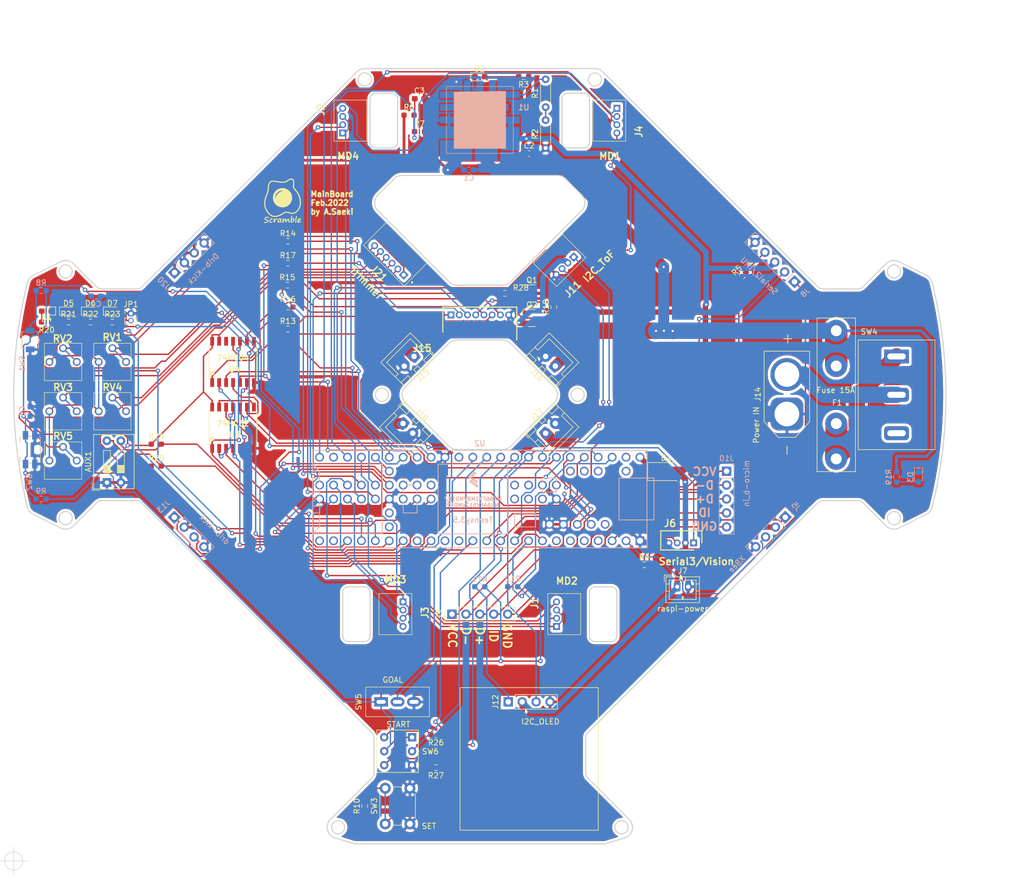
<source format=kicad_pcb>
(kicad_pcb (version 20211014) (generator pcbnew)
  (title_block (date "2022-02-20"))
  (layers (0 "F.Cu" signal) (31 "B.Cu" signal) (34 "B.Paste" user) (35 "F.Paste" user) (36 "B.SilkS" user "B.Silkscreen") (37 "F.SilkS" user "F.Silkscreen") (38 "B.Mask" user) (39 "F.Mask" user) (44 "Edge.Cuts" user))
  (net 0 "")
  (net 1 "GND")
  (net 2 "/AUX1/3")
  (net 3 "/AUX1/4")
  (net 4 "Net-(C5-Pad2)")
  (net 5 "Net-(D1-Pad1)")
  (net 6 "+5V")
  (net 7 "Net-(D2-Pad2)")
  (net 8 "Net-(D6-Pad2)")
  (net 9 "Net-(D7-Pad2)")
  (net 10 "Net-(D3-Pad2)")
  (net 11 "Net-(D4-Pad1)")
  (net 12 "Net-(D4-Pad2)")
  (net 13 "+15V")
  (net 14 "Net-(F1-Pad2)")
  (net 15 "Net-(J1-Pad2)")
  (net 16 "Net-(J3-Pad1)")
  (net 17 "Net-(D5-Pad2)")
  (net 18 "Net-(J6-Pad1)")
  (net 19 "Net-(J1-Pad1)")
  (net 20 "Net-(J1-Pad4)")
  (net 21 "Net-(J2-Pad2)")
  (net 22 "Net-(J2-Pad4)")
  (net 23 "Net-(J3-Pad2)")
  (net 24 "Net-(J8-Pad1)")
  (net 25 "Net-(J8-Pad2)")
  (net 26 "Net-(J8-Pad4)")
  (net 27 "Net-(J3-Pad4)")
  (net 28 "Net-(J4-Pad1)")
  (net 29 "Net-(J4-Pad2)")
  (net 30 "Net-(J10-Pad1)")
  (net 31 "Net-(J10-Pad3)")
  (net 32 "Net-(J11-Pad1)")
  (net 33 "Net-(J4-Pad4)")
  (net 34 "Net-(J11-Pad3)")
  (net 35 "Net-(J5-Pad1)")
  (net 36 "Net-(J5-Pad3)")
  (net 37 "+3V3")
  (net 38 "Net-(J6-Pad3)")
  (net 39 "Net-(J10-Pad2)")
  (net 40 "Net-(J13-Pad1)")
  (net 41 "Net-(J13-Pad3)")
  (net 42 "Net-(J10-Pad4)")
  (net 43 "Net-(J10-Pad5)")
  (net 44 "Net-(J14-Pad2)")
  (net 45 "Net-(J15-Pad1)")
  (net 46 "Net-(J15-Pad2)")
  (net 47 "Net-(J15-Pad3)")
  (net 48 "Net-(J15-Pad5)")
  (net 49 "Net-(J15-Pad6)")
  (net 50 "Net-(J21-Pad1)")
  (net 51 "Net-(J21-Pad2)")
  (net 52 "Net-(J21-Pad3)")
  (net 53 "Net-(Q1-Pad1)")
  (net 54 "Net-(J21-Pad4)")
  (net 55 "Net-(J21-Pad5)")
  (net 56 "Net-(J21-Pad6)")
  (net 57 "PROG")
  (net 58 "/Switch/SW_GOAL")
  (net 59 "Net-(R1-Pad1)")
  (net 60 "/Switch/SW_START")
  (net 61 "Net-(R1-Pad2)")
  (net 67 "Net-(R4-Pad1)")
  (net 68 "Net-(R5-Pad1)")
  (net 69 "Net-(R13-Pad1)")
  (net 70 "Net-(R14-Pad1)")
  (net 71 "Net-(R16-Pad1)")
  (net 72 "Net-(R17-Pad1)")
  (net 73 "Net-(J15-Pad4)")
  (net 74 "Net-(R26-Pad2)")
  (net 79 "Net-(R15-Pad1)")
  (net 82 "Net-(U2-Pad16)")
  (net 83 "Net-(U2-Pad17)")
  (net 84 "Net-(U2-Pad18)")
  (net 85 "Net-(U2-Pad19)")
  (net 86 "Net-(U2-Pad20)")
  (net 87 "Net-(U2-Pad21)")
  (net 88 "Vbatt")
  (net 97 "/Switch/SW_led_R")
  (net 98 "/Switch/SW_led_G")
  (net 99 "/LED/LED4")
  (net 100 "/LED/LED3")
  (net 101 "/LED/LED2")
  (net 102 "/LED/LED1")
  (net 119 "Net-(U3-Pad11)")
  (net 120 "Net-(U3-Pad12)")
  (net 121 "Net-(J2-Pad1)")
  (net 122 "Net-(U3-Pad13)")
  (net 124 "Net-(Q1-Pad3)")
  (net 125 "Net-(R27-Pad2)")
  (net 126 "Net-(U2-Pad22)")
  (footprint "Resistor_SMD:R_0603_1608Metric_Pad0.98x0.95mm_HandSolder" (layer "F.Cu") (at 64 76.735)
    (fp_text reference "R22")
    (fp_text value "120")
  )
  (footprint "0.main.robot:LED_SMLE13WBC8W1" (layer "F.Cu") (at 60 74.735)
    (fp_text reference "D5")
    (fp_text value "LED2_G")
  )
  (footprint "Package_TO_SOT_SMD:SOT-23" (layer "F.Cu") (at 144.5 71.5)
    (fp_text reference "Q1")
    (fp_text value "AO3400A")
  )
  (footprint "Resistor_THT:R_Axial_DIN0204_L3.6mm_D1.6mm_P5.08mm_Horizontal" (layer "F.Cu") (at 147 45 90)
    (fp_text reference "R2")
    (fp_text value "330")
  )
  (footprint "Diode_SMD:D_SMA" (layer "F.Cu") (at 169 104)
    (fp_text reference "D1")
    (fp_text value "SX34F")
  )
  (footprint "0.main.robot:JSTS8B-ZRLFSN" (layer "F.Cu") (at 129.75 78.6)
    (fp_text reference "J15")
    (fp_text value "LINE" hide)
  )
  (footprint "0.main.robot:OLED" (layer "F.Cu") (at 144 146)
    (fp_text reference "J12")
    (fp_text value "I2C_OLED")
  )
  (footprint "0.main.robot:LED_SMLE13WBC8W1" (layer "F.Cu") (at 56 74.735 180)
    (fp_text reference "D4")
    (fp_text value "LED1_R")
  )
  (footprint "Button_Switch_THT:SW_DIP_SPSTx02_Slide_9.78x7.26mm_W7.62mm_P2.54mm" (layer "F.Cu") (at 67 106 90)
    (fp_text reference "AUX1")
    (fp_text value "SW_DIP_x02")
  )
  (footprint "Resistor_SMD:R_0603_1608Metric_Pad0.98x0.95mm_HandSolder" (layer "F.Cu") (at 76 99)
    (fp_text reference "R24")
    (fp_text value "47k")
  )
  (footprint "Package_TO_SOT_SMD:SOT-23" (layer "F.Cu") (at 144.5 76)
    (fp_text reference "Q2")
    (fp_text value "AO3401A")
  )
  (footprint "Resistor_SMD:R_0603_1608Metric_Pad0.98x0.95mm_HandSolder" (layer "F.Cu") (at 122.0875 39)
    (fp_text reference "R6")
    (fp_text value "47k")
  )
  (footprint "Resistor_SMD:R_0603_1608Metric_Pad0.98x0.95mm_HandSolder" (layer "F.Cu") (at 76 103)
    (fp_text reference "R25")
    (fp_text value "47k")
  )
  (footprint "Resistor_SMD:R_0603_1608Metric_Pad0.98x0.95mm_HandSolder" (layer "F.Cu") (at 99.9125 70)
    (fp_text reference "R15")
    (fp_text value "10k")
  )
  (footprint "0.main.robot:MFS101D-14-Z" (layer "F.Cu") (at 120 146 90)
    (fp_text reference "SW5")
    (fp_text value "GOAL")
  )
  (footprint "0.main.robot:Trim-GF063P" (layer "F.Cu") (at 59 84)
    (fp_text reference "RV2")
    (fp_text value "20K" hide)
  )
  (footprint "Resistor_SMD:R_0603_1608Metric_Pad0.98x0.95mm_HandSolder" (layer "F.Cu") (at 127 152 180)
    (fp_text reference "R26")
    (fp_text value "470")
  )
  (footprint "Connector_JST:JST_XH_B2B-XH-A_1x02_P2.50mm_Vertical" (layer "F.Cu") (at 121 95.2322 -45)
    (fp_text reference "J18")
    (fp_text value "MD3")
  )
  (footprint "Capacitor_SMD:C_0603_1608Metric_Pad1.08x0.95mm_HandSolder" (layer "F.Cu") (at 144 46)
    (fp_text reference "C2")
    (fp_text value "10u")
  )
  (footprint "Connector_JST:JST_XH_B2B-XH-A_1x02_P2.50mm_Vertical" (layer "F.Cu") (at 147 97 45)
    (fp_text reference "J17")
    (fp_text value "MD2")
  )
  (footprint "Connector_JST:JST_XH_B2B-XH-A_1x02_P2.50mm_Vertical" (layer "F.Cu") (at 123 83 -135)
    (fp_text reference "J19")
    (fp_text value "MD4")
  )
  (footprint "0.main.robot:JSTB4B-ZR" (layer "F.Cu") (at 174 117)
    (fp_text reference "J6")
    (fp_text value "Serial3/Vision")
  )
  (footprint "0.main.robot:SOP14W" (layer "F.Cu") (at 90 96)
    (fp_text reference "U3")
    (fp_text value "74HC32")
  )
  (footprint "0.main.robot:FUSE_20mm" (layer "F.Cu") (at 200 90)
    (fp_text reference "F1")
    (fp_text value "Fuse 15A")
  )
  (footprint "Connector_PinHeader_1.27mm:PinHeader_1x02_P1.27mm_Vertical" (layer "F.Cu") (at 71.374 75.184)
    (fp_text reference "JP1")
    (fp_text value "Jumper_2_Bridged")
  )
  (footprint "Connector_JST:JST_PH_B2B-PH-K_1x02_P2.00mm_Vertical" (layer "F.Cu") (at 171 125)
    (fp_text reference "J7")
    (fp_text value "raspi-power")
  )
  (footprint "Resistor_SMD:R_0603_1608Metric_Pad0.98x0.95mm_HandSolder" (layer "F.Cu") (at 114 165 90)
    (fp_text reference "R10")
    (fp_text value "47k")
  )
  (footprint "0.main.robot:SW_SPST_POWER" (layer "F.Cu") (at 211 90)
    (fp_text reference "SW4")
    (fp_text value "SW_SPST")
  )
  (footprint "0.main.robot:JSTS4B-ZRLFSN" (layer "F.Cu") (at 110 40 90)
    (fp_text reference "J2")
    (fp_text value "MD4")
  )
  (footprint "0.main.robot:Trim-GF063P" (layer "F.Cu") (at 68 93)
    (fp_text reference "RV4")
    (fp_text value "20K" hide)
  )
  (footprint "LOGO" (layer "F.Cu") (at 99 55)
    (fp_text reference "G***")
    (fp_text value "LOGO" hide)
  )
  (footprint "0.main.robot:LED_SMLE13WBC8W1" (layer "F.Cu") (at 135 32)
    (fp_text reference "D2")
    (fp_text value "LED")
  )
  (footprint "Resistor_SMD:R_0603_1608Metric_Pad0.98x0.95mm_HandSolder" (layer "F.Cu") (at 127 158 180)
    (fp_text reference "R27")
    (fp_text value "470")
  )
  (footprint "Resistor_THT:R_Axial_DIN0204_L3.6mm_D1.6mm_P5.08mm_Horizontal" (layer "F.Cu") (at 147 37.54 90)
    (fp_text reference "R1")
    (fp_text value "1k")
  )
  (footprint "Button_Switch_THT:SW_PUSH_6mm" (layer "F.Cu") (at 117.75 168.25 90)
    (fp_text reference "SW3")
    (fp_text value "SET")
  )
  (footprint "0.main.robot:AMASS_XT60-M_1x02_P7.20mm_Vertical" (layer "F.Cu") (at 191 93.5 90)
    (fp_text reference "J14")
    (fp_text value "Power IN")
  )
  (footprint "0.main.robot:SOP14W" (layer "F.Cu") (at 90 84)
    (fp_text reference "U4")
    (fp_text value "74HC04")
  )
  (footprint "0.main.robot:JSTS4B-ZRLFSN" (layer "F.Cu") (at 121 130 -90)
    (fp_text reference "J3")
    (fp_text value "MD3")
  )
  (footprint "0.main.robot:LED_SMLE13WBC8W1" (layer "F.Cu") (at 68 74.735)
    (fp_text reference "D7")
    (fp_text value "LED4_B")
  )
  (footprint "0.main.robot:LED_SMLE13WBC8W1" (layer "F.Cu") (at 64 74.735)
    (fp_text reference "D6")
    (fp_text value "LED3_Y")
  )
  (footprint "Resistor_SMD:R_0603_1608Metric_Pad0.98x0.95mm_HandSolder" (layer "F.Cu") (at 182.88 68.326 45)
    (fp_text reference "R5")
    (fp_text value "10k")
  )
  (footprint "Resistor_SMD:R_0603_1608Metric_Pad0.98x0.95mm_HandSolder" (layer "F.Cu") (at 56 76.735 180)
    (fp_text reference "R20")
    (fp_text value "120")
  )
  (footprint "0.main.robot:Trim-GF063P" (layer "F.Cu") (at 68 84)
    (fp_text reference "RV1")
    (fp_text value "20K" hide)
  )
  (footprint "0.main.robot:Trim-GF063P" (layer "F.Cu") (at 59 93)
    (fp_text reference "RV3")
    (fp_text value "20K" hide)
  )
  (footprint "Connector_PinHeader_2.54mm:PinHeader_1x05_P2.54mm_Vertical" (layer "F.Cu") (at 129.925 130 90)
    (fp_text reference "J9")
    (fp_text value "micro-b_out")
  )
  (footprint "Resistor_SMD:R_0603_1608Metric_Pad0.98x0.95mm_HandSolder" (layer "F.Cu") (at 124 42)
    (fp_text reference "R7")
    (fp_text value "10k")
  )
  (footprint "0.main.robot:SW_NKK_B-12CCPRM" (layer "F.Cu") (at 117.565 152.46)
    (fp_text reference "SW6")
    (fp_text value "START")
  )
  (footprint "Resistor_SMD:R_0603_1608Metric_Pad0.98x0.95mm_HandSolder" (layer "F.Cu") (at 100 78)
    (fp_text reference "R13")
    (fp_text value "10k")
  )
  (footprint "Resistor_SMD:R_0603_1608Metric_Pad0.98x0.95mm_HandSolder" (layer "F.Cu") (at 139.573 71.501)
    (fp_text reference "R28")
    (fp_text value "120")
  )
  (footprint "Resistor_SMD:R_0603_1608Metric_Pad0.98x0.95mm_HandSolder" (layer "F.Cu") (at 100 62)
    (fp_text reference "R14")
    (fp_text value "10k")
  )
  (footprint "Resistor_SMD:R_0603_1608Metric_Pad0.98x0.95mm_HandSolder" (layer "F.Cu") (at 100 74)
    (fp_text reference "R16")
    (fp_text value "10k")
  )
  (footprint "Resistor_SMD:R_0603_1608Metric_Pad0.98x0.95mm_HandSolder" (layer "F.Cu") (at 165 121)
    (fp_text reference "R4")
    (fp_text value "10k")
  )
  (footprint "Resistor_SMD:R_0603_1608Metric_Pad0.98x0.95mm_HandSolder" (layer "F.Cu") (at 148.5 74 90)
    (fp_text reference "R18")
    (fp_text value "10k")
  )
  (footprint "Connector_JST:JST_XH_B2B-XH-A_1x02_P2.50mm_Vertical" (layer "F.Cu") (at 148.7678 84.7678 135)
    (fp_text reference "J16")
    (fp_text value "MD1")
  )
  (footprint "0.main.robot:Trim-GF063P" (layer "F.Cu") (at 59 102)
    (fp_text reference "RV5")
    (fp_text value "20K" hide)
  )
  (footprint "0.main.robot:JSTS4B-ZRLFSN" (layer "F.Cu") (at 150.5303 66.4697 -135)
    (fp_text reference "J11")
    (fp_text value "I2C_ToF")
  )
  (footprint "Resistor_SMD:R_0603_1608Metric_Pad0.98x0.95mm_HandSolder" (layer "F.Cu") (at 100 66)
    (fp_text reference "R17")
    (fp_text value "10k")
  )
  (footprint "Capacitor_SMD:C_0603_1608Metric_Pad1.08x0.95mm_HandSolder" (layer "F.Cu") (at 124 36)
    (fp_text reference "C3")
    (fp_text value "10u")
  )
  (footprint "0.main.robot:JSTS4B-ZRLFSN" (layer "F.Cu") (at 160 40 -90)
    (fp_text reference "J4")
    (fp_text value "MD1")
  )
  (footprint "0.main.robot:JSTS6B-ZRLFSN" (layer "F.Cu") (at 121.1213 68.1213 135)
    (fp_text reference "J21")
    (fp_text value "Trimmer")
  )
  (footprint "Resistor_SMD:R_0603_1608Metric_Pad0.98x0.95mm_HandSolder" (layer "F.Cu") (at 143 32 180)
    (fp_text reference "R3")
    (fp_text value "470")
  )
  (footprint "Resistor_SMD:R_0603_1608Metric_Pad0.98x0.95mm_HandSolder" (layer "F.Cu") (at 60 76.735)
    (fp_text reference "R21")
    (fp_text value "120")
  )
  (footprint "Resistor_SMD:R_0603_1608Metric_Pad0.98x0.95mm_HandSolder" (layer "F.Cu") (at 68 76.735)
    (fp_text reference "R23")
    (fp_text value "120")
  )
  (footprint "0.main.robot:JSTS4B-ZRLFSN" (layer "F.Cu") (at 149 130 90)
    (fp_text reference "J1")
    (fp_text value "MD2")
  )
  (footprint "Connector_PinSocket_2.54mm:PinSocket_1x04_P2.54mm_Vertical" (layer "B.Cu") (at 79.2953 112.3307 -135)
    (fp_text reference "J13")
    (fp_text value "drib-kick")
  )
  (footprint "Capacitor_SMD:C_0603_1608Metric_Pad1.08x0.95mm_HandSolder" (layer "B.Cu") (at 65 72)
    (fp_text reference "C4")
    (fp_text value "0.1u")
  )
  (footprint "Capacitor_SMD:C_0603_1608Metric_Pad1.08x0.95mm_HandSolder" (layer "B.Cu") (at 53 93 -90)
    (fp_text reference "C5")
    (fp_text value "0.1u")
  )
  (footprint "Connector_PinHeader_2.54mm:PinHeader_1x05_P2.54mm_Vertical" (layer "B.Cu") (at 180 103.925 180)
    (fp_text reference "J10")
    (fp_text value "micro-b_in")
  )
  (footprint "Resistor_SMD:R_0603_1608Metric_Pad0.98x0.95mm_HandSolder" (layer "B.Cu") (at 55 109 180)
    (fp_text reference "R9")
    (fp_text value "47k")
  )
  (footprint "Resistor_SMD:R_0603_1608Metric_Pad0.98x0.95mm_HandSolder" (layer "B.Cu") (at 135 125 180)
    (fp_text reference "R11")
    (fp_text value "10k")
  )
  (footprint "0.main.robot:THAU13-AB-R" (layer "B.Cu") (at 53 100 -90)
    (fp_text reference "SW2")
    (fp_text value "Reset")
  )
  (footprint "Capacitor_SMD:C_0603_1608Metric_Pad1.08x0.95mm_HandSolder" (layer "B.Cu") (at 133 49)
    (fp_text reference "C1")
    (fp_text value "10u")
  )
  (footprint "Resistor_SMD:R_0603_1608Metric_Pad0.98x0.95mm_HandSolder" (layer "B.Cu") (at 141 125 180)
    (fp_text reference "R12")
    (fp_text value "10k")
  )
  (footprint "0.main.robot:Teensy35_36_x" (layer "B.Cu") (at 135 109 180)
    (fp_text reference "U2")
    (fp_text value "Teensy3.5")
  )
  (footprint "Resistor_SMD:R_0603_1608Metric_Pad0.98x0.95mm_HandSolder" (layer "B.Cu") (at 211 105 -90)
    (fp_text reference "R19")
    (fp_text value "3k")
  )
  (footprint "0.main.robot:TVAF06-A020B-R" (layer "B.Cu") (at 53 80 -90)
    (fp_text reference "SW1")
    (fp_text value "PROG")
  )
  (footprint "Connector_PinSocket_2.54mm:PinSocket_1x04_P2.54mm_Vertical" (layer "B.Cu") (at 190.7047 112.3307 135)
    (fp_text reference "J5")
    (fp_text value "XBee")
  )
  (footprint "Connector_PinSocket_2.54mm:PinSocket_1x05_P2.54mm_Vertical" (layer "B.Cu") (at 192.3882 69.3882 45)
    (fp_text reference "J8")
    (fp_text value "Serial2/IMU")
  )
  (footprint "0.main.robot:LED_SMLE13WBC8W1" (layer "B.Cu") (at 215 105 -90)
    (fp_text reference "D3")
    (fp_text value "LED")
  )
  (footprint "Resistor_SMD:R_0603_1608Metric_Pad0.98x0.95mm_HandSolder" (layer "B.Cu") (at 55 71 180)
    (fp_text reference "R8")
    (fp_text value "47k")
  )
  (footprint "Connector_PinSocket_2.54mm:PinSocket_1x04_P2.54mm_Vertical" (layer "B.Cu") (at 79.3307 67.7047 -45)
    (fp_text reference "J20")
    (fp_text value "Drib-Kick")
  )
  (footprint "0.main.robot:OKL-T3-W12N-C" (layer "B.Cu") (at 141.107 33.773)
    (fp_text reference "U1")
    (fp_text value "OKL-T_3-W12N-C" hide)
  )
  (gr_line (start 120.000001 43.999999) (end 120.000001 35.999999) (layer "Edge.Cuts") (width 0.2))
  (gr_line (start 188.930719 117.386561) (end 162.386564 143.930717) (layer "Edge.Cuts") (width 0.2))
  (gr_line (start 111.000001 135.000001) (end 114.000001 135.000001) (layer "Edge.Cuts") (width 0.2))
  (gr_arc (start 211.425723 114.287139) (mid 210.210932 114.47246) (end 209.117083 113.912499) (layer "Edge.Cuts") (width 0.2))
  (gr_line (start 111.949187 171.814791) (end 111.445784 171.671285) (layer "Edge.Cuts") (width 0.2))
  (gr_line (start 139.171574 80) (end 130.828428 80) (layer "Edge.Cuts") (width 0.2))
  (gr_line (start 53.547495 68.226252) (end 58.57428 65.71286) (layer "Edge.Cuts") (width 0.2))
  (gr_line (start 60.88292 66.087501) (end 65.05709 70.26167) (layer "Edge.Cuts") (width 0.2))
  (gr_arc (start 196.578952 109.738329) (mid 197.065587 109.41317) (end 197.639612 109.298989) (layer "Edge.Cuts") (width 0.2))
  (gr_line (start 114.000001 125.000001) (end 111.000001 125.000001) (layer "Edge.Cuts") (width 0.2))
  (gr_line (start 196.578952 109.738329) (end 188.930719 117.386561) (layer "Edge.Cuts") (width 0.2))
  (gr_arc (start 115.000001 134.000001) (mid 114.707107 134.707107) (end 114.000001 135.000001) (layer "Edge.Cuts") (width 0.2))
  (gr_arc (start 112.596937 31.085786) (mid 113.245783 30.65224) (end 114.01115 30.499999) (layer "Edge.Cuts") (width 0.2))
  (gr_arc (start 66.117751 70.70101) (mid 65.543726 70.586829) (end 65.05709 70.26167) (layer "Edge.Cuts") (width 0.2))
  (gr_arc (start 58.57428 65.71286) (mid 59.789071 65.52754) (end 60.88292 66.087501) (layer "Edge.Cuts") (width 0.2))
  (gr_arc (start 116.414214 56.414213) (mid 115.828428 55) (end 116.414214 53.585786) (layer "Edge.Cuts") (width 0.2))
  (gr_line (start 66.117751 70.70101) (end 72.360391 70.70101) (layer "Edge.Cuts") (width 0.2))
  (gr_line (start 110.000001 126.000001) (end 110.000001 134.000001) (layer "Edge.Cuts") (width 0.2))
  (gr_circle (center 152.828428 90) (end 154.028428 90) (layer "Edge.Cuts") (width 0.2) (fill none))
  (gr_circle (center 109.158364 168.874645) (end 110.358364 168.874645) (layer "Edge.Cuts") (width 0.2) (fill none))
  (gr_line (start 107.74415 167.460432) (end 115.261672 159.942911) (layer "Edge.Cuts") (width 0.2))
  (gr_arc (start 158.767064 171.596664) (mid 158.661694 171.636977) (end 158.554218 171.671285) (layer "Edge.Cuts") (width 0.2))
  (gr_line (start 72.360391 109.298989) (end 66.117751 109.298989) (layer "Edge.Cuts") (width 0.2))
  (gr_line (start 216.452507 111.773748) (end 211.425723 114.287139) (layer "Edge.Cuts") (width 0.2))
  (gr_line (start 153.585788 53.585786) (end 150.585788 50.585786) (layer "Edge.Cuts") (width 0.2))
  (gr_line (start 154.738331 159.942911) (end 162.255852 167.460432) (layer "Edge.Cuts") (width 0.2))
  (gr_arc (start 160.000001 134.000001) (mid 159.707107 134.707107) (end 159.000001 135.000001) (layer "Edge.Cuts") (width 0.2))
  (gr_arc (start 155.988852 30.499999) (mid 156.754219 30.65224) (end 157.403066 31.085786) (layer "Edge.Cuts") (width 0.2))
  (gr_arc (start 148.585788 88.585786) (mid 149.171574 90) (end 148.585788 91.414214) (layer "Edge.Cuts") (width 0.2))
  (gr_circle (center 155.988852 32.499999) (end 157.188852 32.499999) (layer "Edge.Cuts") (width 0.2) (fill none))
  (gr_line (start 58.57428 114.28714) (end 53.547495 111.773748) (layer "Edge.Cuts") (width 0.2))
  (gr_line (start 197.639612 70.70101) (end 203.882252 70.701011) (layer "Edge.Cuts") (width 0.2))
  (gr_line (start 81.069284 62.613438) (end 107.613439 36.069283) (layer "Edge.Cuts") (width 0.2))
  (gr_arc (start 140.585788 69.414213) (mid 139.936941 69.847759) (end 139.171574 70) (layer "Edge.Cuts") (width 0.2))
  (gr_line (start 148.585788 88.585786) (end 140.585788 80.585786) (layer "Edge.Cuts") (width 0.2))
  (gr_line (start 115.000001 35.999999) (end 115.000001 43.999999) (layer "Edge.Cuts") (width 0.2))
  (gr_line (start 157.403066 31.085786) (end 162.386563 36.069283) (layer "Edge.Cuts") (width 0.2))
  (gr_line (start 114.01115 30.499999) (end 155.988852 30.499999) (layer "Edge.Cuts") (width 0.2))
  (gr_line (start 107.61344 143.930717) (end 81.069284 117.386562) (layer "Edge.Cuts") (width 0.2))
  (gr_arc (start 162.255852 167.460432) (mid 162.786948 169.339154) (end 161.464329 170.775238) (layer "Edge.Cuts") (width 0.2))
  (gr_arc (start 114.000001 125.000001) (mid 114.707107 125.292895) (end 115.000001 126.000001) (layer "Edge.Cuts") (width 0.2))
  (gr_arc (start 154.298991 152.63961) (mid 154.413172 152.065585) (end 154.738331 151.57895) (layer "Edge.Cuts") (width 0.2))
  (gr_arc (start 112.491559 171.889737) (mid 112.217796 171.870912) (end 111.949187 171.814791) (layer "Edge.Cuts") (width 0.2))
  (gr_arc (start 110.000001 126.000001) (mid 110.292894 125.292894) (end 111.000001 125.000001) (layer "Edge.Cuts") (width 0.2))
  (gr_arc (start 217.499238 110.466457) (mid 217.119293 111.234938) (end 216.452507 111.773748) (layer "Edge.Cuts") (width 0.2))
  (gr_line (start 155.000001 43.999999) (end 155.000001 35.999999) (layer "Edge.Cuts") (width 0.2))
  (gr_line (start 161.464329 170.775238) (end 158.767064 171.596664) (layer "Edge.Cuts") (width 0.2))
  (gr_line (start 209.117083 113.912499) (end 204.942913 109.73833) (layer "Edge.Cuts") (width 0.2))
  (gr_line (start 121.414214 91.414214) (end 129.414214 99.414214) (layer "Edge.Cuts") (width 0.2))
  (gr_arc (start 216.452507 68.226252) (mid 217.119293 68.765062) (end 217.499238 69.533543) (layer "Edge.Cuts") (width 0.2))
  (gr_arc (start 159.000001 125.000001) (mid 159.707108 125.292894) (end 160.000001 126.000001) (layer "Edge.Cuts") (width 0.2))
  (gr_arc (start 119.000001 34.999999) (mid 119.707108 35.292892) (end 120.000001 35.999999) (layer "Edge.Cuts") (width 0.2))
  (gr_line (start 203.882252 109.298989) (end 197.639612 109.298989) (layer "Edge.Cuts") (width 0.2))
  (gr_circle (center 114.01115 32.499999) (end 115.21115 32.499999) (layer "Edge.Cuts") (width 0.2) (fill none))
  (gr_arc (start 217.499238 69.533543) (mid 220.000001 90) (end 217.499238 110.466457) (layer "Edge.Cuts") (width 0.2))
  (gr_arc (start 197.639612 70.70101) (mid 197.065587 70.586829) (end 196.578952 70.26167) (layer "Edge.Cuts") (width 0.2))
  (gr_arc (start 153.585788 53.585786) (mid 154.171574 55) (end 153.585788 56.414213) (layer "Edge.Cuts") (width 0.2))
  (gr_line (start 115.701012 158.88225) (end 115.701012 152.63961) (layer "Edge.Cuts") (width 0.2))
  (gr_arc (start 120.000001 43.999999) (mid 119.707108 44.707106) (end 119.000001 44.999999) (layer "Edge.Cuts") (width 0.2))
  (gr_line (start 115.000001 134.000001) (end 115.000001 126.000001) (layer "Edge.Cuts") (width 0.2))
  (gr_arc (start 60.882921 113.912499) (mid 59.789072 114.472461) (end 58.57428 114.28714) (layer "Edge.Cuts") (width 0.2))
  (gr_arc (start 52.500764 69.533543) (mid 52.880709 68.765062) (end 53.547495 68.226252) (layer "Edge.Cuts") (width 0.2))
  (gr_arc (start 53.547495 111.773748) (mid 52.880709 111.234938) (end 52.500764 110.466457) (layer "Edge.Cuts") (width 0.2))
  (gr_arc (start 116.000001 44.999999) (mid 115.292894 44.707106) (end 115.000001 43.999999) (layer "Edge.Cuts") (width 0.2))
  (gr_line (start 149.171574 49.999999) (end 120.828428 49.999999) (layer "Edge.Cuts") (width 0.2))
  (gr_arc (start 119.414214 50.585786) (mid 120.063061 50.15224) (end 120.828428 49.999999) (layer "Edge.Cuts") (width 0.2))
  (gr_line (start 130.828428 70) (end 139.171574 70) (layer "Edge.Cuts") (width 0.2))
  (gr_line (start 188.930719 62.613437) (end 196.578952 70.26167) (layer "Edge.Cuts") (width 0.2))
  (gr_arc (start 203.882252 109.298989) (mid 204.456278 109.41317) (end 204.942913 109.73833) (layer "Edge.Cuts") (width 0.2))
  (gr_arc (start 72.360391 109.298989) (mid 72.934416 109.41317) (end 73.421051 109.738329) (layer "Edge.Cuts") (width 0.2))
  (gr_arc (start 154.738331 159.942911) (mid 154.413172 159.456276) (end 154.298991 158.88225) (layer "Edge.Cuts") (width 0.2))
  (gr_line (start 156.000001 135.000001) (end 159.000001 135.000001) (layer "Edge.Cuts") (width 0.2))
  (gr_circle (center 59.468707 67.501714) (end 60.668707 67.501714) (layer "Edge.Cuts") (width 0.2) (fill none))
  (gr_line (start 107.613439 36.069283) (end 112.596937 31.085786) (layer "Edge.Cuts") (width 0.2))
  (gr_circle (center 210.531296 67.501714) (end 211.731296 67.501714) (layer "Edge.Cuts") (width 0.2) (fill none))
  (gr_line (start 162.386563 36.069283) (end 188.930719 62.613437) (layer "Edge.Cuts") (width 0.2))
  (gr_circle (center 160.841639 168.874645) (end 162.041639 168.874645) (layer "Edge.Cuts") (width 0.2) (fill none))
  (gr_arc (start 115.261672 151.57895) (mid 115.586831 152.065585) (end 115.701012 152.63961) (layer "Edge.Cuts") (width 0.2))
  (gr_arc (start 154.000001 34.999999) (mid 154.707108 35.292892) (end 155.000001 35.999999) (layer "Edge.Cuts") (width 0.2))
  (gr_arc (start 130.828428 70) (mid 130.063061 69.847759) (end 129.414214 69.414213) (layer "Edge.Cuts") (width 0.2))
  (gr_arc (start 129.414214 80.585786) (mid 130.063061 80.152241) (end 130.828428 80) (layer "Edge.Cuts") (width 0.2))
  (gr_circle (center 117.171574 90) (end 118.371574 90) (layer "Edge.Cuts") (width 0.2) (fill none))
  (gr_line (start 81.069284 117.386562) (end 73.421051 109.738329) (layer "Edge.Cuts") (width 0.2))
  (gr_arc (start 151.000001 44.999999) (mid 150.292894 44.707106) (end 150.000001 43.999999) (layer "Edge.Cuts") (width 0.2))
  (gr_line (start 150.000001 35.999999) (end 150.000001 43.999999) (layer "Edge.Cuts") (width 0.2))
  (gr_arc (start 139.171574 80) (mid 139.936941 80.152241) (end 140.585788 80.585786) (layer "Edge.Cuts") (width 0.2))
  (gr_arc (start 108.535674 170.775239) (mid 107.213054 169.339155) (end 107.74415 167.460432) (layer "Edge.Cuts") (width 0.2))
  (gr_line (start 211.425724 65.712859) (end 216.452507 68.226252) (layer "Edge.Cuts") (width 0.2))
  (gr_line (start 160.000001 134.000001) (end 160.000001 126.000001) (layer "Edge.Cuts") (width 0.2))
  (gr_arc (start 73.421051 70.26167) (mid 72.934416 70.586829) (end 72.360391 70.70101) (layer "Edge.Cuts") (width 0.2))
  (gr_arc (start 156.000001 135.000001) (mid 155.292895 134.707107) (end 155.000001 134.000001) (layer "Edge.Cuts") (width 0.2))
  (gr_line (start 65.05709 109.738329) (end 60.882921 113.912499) (layer "Edge.Cuts") (width 0.2))
  (gr_line (start 111.232935 171.596663) (end 108.535674 170.775239) (layer "Edge.Cuts") (width 0.2))
  (gr_line (start 155.000001 126.000001) (end 155.000001 134.000001) (layer "Edge.Cuts") (width 0.2))
  (gr_arc (start 115.000001 35.999999) (mid 115.292894 35.292892) (end 116.000001 34.999999) (layer "Edge.Cuts") (width 0.2))
  (gr_line (start 129.414214 80.585786) (end 121.414214 88.585786) (layer "Edge.Cuts") (width 0.2))
  (gr_arc (start 150.000001 35.999999) (mid 150.292894 35.292892) (end 151.000001 34.999999) (layer "Edge.Cuts") (width 0.2))
  (gr_line (start 116.414214 56.414213) (end 129.414214 69.414213) (layer "Edge.Cuts") (width 0.2))
  (gr_line (start 73.421051 70.26167) (end 81.069284 62.613438) (layer "Edge.Cuts") (width 0.2))
  (gr_arc (start 158.050815 171.814791) (mid 157.782206 171.870912) (end 157.508443 171.889737) (layer "Edge.Cuts") (width 0.2))
  (gr_line (start 159.000001 125.000001) (end 156.000001 125.000001) (layer "Edge.Cuts") (width 0.2))
  (gr_arc (start 155.000001 126.000001) (mid 155.292895 125.292895) (end 156.000001 125.000001) (layer "Edge.Cuts") (width 0.2))
  (gr_line (start 140.585788 69.414213) (end 153.585788 56.414213) (layer "Edge.Cuts") (width 0.2))
  (gr_line (start 115.261672 151.57895) (end 107.61344 143.930717) (layer "Edge.Cuts") (width 0.2))
  (gr_arc (start 111.445784 171.671285) (mid 111.338307 171.636977) (end 111.232935 171.596663) (layer "Edge.Cuts") (width 0.2))
  (gr_arc (start 209.117082 66.0875) (mid 210.210932 65.527539) (end 211.425724 65.712859) (layer "Edge.Cuts") (width 0.2))
  (gr_arc (start 130.828428 100) (mid 130.063061 99.847759) (end 129.414214 99.414214) (layer "Edge.Cuts") (width 0.2))
  (gr_arc (start 204.942913 70.26167) (mid 204.456278 70.58683) (end 203.882252 70.701011) (layer "Edge.Cuts") (width 0.2))
  (gr_arc (start 121.414214 91.414214) (mid 120.828428 90) (end 121.414214 88.585786) (layer "Edge.Cuts") (width 0.2))
  (gr_line (start 204.942913 70.26167) (end 209.117082 66.0875) (layer "Edge.Cuts") (width 0.2))
  (gr_arc (start 65.05709 109.738329) (mid 65.543725 109.41317) (end 66.117751 109.298989) (layer "Edge.Cuts") (width 0.2))
  (gr_arc (start 155.000001 43.999999) (mid 154.707108 44.707106) (end 154.000001 44.999999) (layer "Edge.Cuts") (width 0.2))
  (gr_line (start 158.554218 171.671285) (end 158.050815 171.814791) (layer "Edge.Cuts") (width 0.2))
  (gr_line (start 116.000001 44.999999) (end 119.000001 44.999999) (layer "Edge.Cuts") (width 0.2))
  (gr_circle (center 210.531296 112.498285) (end 211.731296 112.498285) (layer "Edge.Cuts") (width 0.2) (fill none))
  (gr_line (start 140.585788 99.414214) (end 148.585788 91.414214) (layer "Edge.Cuts") (width 0.2))
  (gr_arc (start 111.000001 135.000001) (mid 110.292895 134.707107) (end 110.000001 134.000001) (layer "Edge.Cuts") (width 0.2))
  (gr_line (start 154.298991 152.63961) (end 154.298991 158.88225) (layer "Edge.Cuts") (width 0.2))
  (gr_line (start 130.828428 100) (end 139.171574 100) (layer "Edge.Cuts") (width 0.2))
  (gr_line (start 157.508443 171.889737) (end 112.491559 171.889737) (layer "Edge.Cuts") (width 0.2))
  (gr_line (start 154.000001 34.999999) (end 151.000001 34.999999) (layer "Edge.Cuts") (width 0.2))
  (gr_arc (start 149.171574 49.999999) (mid 149.936941 50.15224) (end 150.585788 50.585786) (layer "Edge.Cuts") (width 0.2))
  (gr_circle (center 59.468707 112.498285) (end 60.668707 112.498285) (layer "Edge.Cuts") (width 0.2) (fill none))
  (gr_arc (start 115.701012 158.88225) (mid 115.586831 159.456276) (end 115.261672 159.942911) (layer "Edge.Cuts") (width 0.2))
  (gr_line (start 119.414214 50.585786) (end 116.414214 53.585786) (layer "Edge.Cuts") (width 0.2))
  (gr_arc (start 52.500764 110.466457) (mid 50.000001 90) (end 52.500764 69.533543) (layer "Edge.Cuts") (width 0.2))
  (gr_arc (start 140.585788 99.414214) (mid 139.936941 99.847759) (end 139.171574 100) (layer "Edge.Cuts") (width 0.2))
  (gr_line (start 119.000001 34.999999) (end 116.000001 34.999999) (layer "Edge.Cuts") (width 0.2))
  (gr_line (start 151.000001 44.999999) (end 154.000001 44.999999) (layer "Edge.Cuts") (width 0.2))
  (gr_line (start 162.386564 143.930717) (end 154.738331 151.57895) (layer "Edge.Cuts") (width 0.2))
  (gr_text "VCC" (at 176 104) (layer "B.SilkS") (effects (font (size 1.5 1.5) (thickness 0.3)) (justify mirror)))
  (gr_text "ID" (at 176 111.5) (layer "B.SilkS") (effects (font (size 1.5 1.5) (thickness 0.3)) (justify mirror)))
  (gr_text "D+" (at 176 109) (layer "B.SilkS") (effects (font (size 1.5 1.5) (thickness 0.3)) (justify mirror)))
  (gr_text "GND" (at 176 114) (layer "B.SilkS") (effects (font (size 1.5 1.5) (thickness 0.3)) (justify mirror)))
  (gr_text "D-" (at 176 106.5) (layer "B.SilkS") (effects (font (size 1.5 1.5) (thickness 0.3)) (justify mirror)))
  (gr_text "D-" (at 132.5 134 -90) (layer "F.SilkS") (effects (font (size 1.5 1.5) (thickness 0.3))))
  (gr_text "GND" (at 140 134 -90) (layer "F.SilkS") (effects (font (size 1.5 1.5) (thickness 0.3))))
  (gr_text "ID" (at 137.5 134 -90) (layer "F.SilkS") (effects (font (size 1.5 1.5) (thickness 0.3))))
  (gr_text "D+" (at 135 134 -90) (layer "F.SilkS") (effects (font (size 1.5 1.5) (thickness 0.3))))
  (gr_text "VCC" (at 130 134 -90) (layer "F.SilkS") (effects (font (size 1.5 1.5) (thickness 0.3))))
  (gr_text "MainBoard\nFeb.2022\nby A.Saeki" (at 104 55) (layer "F.SilkS") (effects (font (size 1 1) (thickness 0.25)) (justify left)))
  (target plus (at 50 175) (size 5) (width 0.1) (layer "Edge.Cuts"))
  (segment (start 131.6575 32) (end 130.744 32.9135) (width 0.5) (layer "F.Cu") (net 1))
  (segment (start 128.65 101.38) (end 126.5174 99.2474) (width 0.5) (layer "F.Cu") (net 1))
  (segment (start 129.9737 47.0612) (end 143.8013 47.0612) (width 0.5) (layer "F.Cu") (net 1))
  (segment (start 149.1042 68.2256) (end 148.9393 68.0607) (width 0.5) (layer "F.Cu") (net 1))
  (segment (start 82.0462 113.172) (end 74.8742 106) (width 0.5) (layer "F.Cu") (net 1))
  (segment (start 146 46) (end 147 45) (width 0.5) (layer "F.Cu") (net 1))
  (segment (start 83.001 114.1268) (end 81.0914 114.1268) (width 0.5) (layer "F.Cu") (net 1))
  (segment (start 124.9125 42) (end 129.9737 47.0612) (width 0.5) (layer "F.Cu") (net 1))
  (segment (start 123 144.6497) (end 147.81 144.6497) (width 0.5) (layer "F.Cu") (net 1))
  (segment (start 101.7441 97) (end 93.8075 89.0634) (width 0.5) (layer "F.Cu") (net 1))
  (segment (start 125.9186 98.6486) (end 125.2247 97.9547) (width 0.5) (layer "F.Cu") (net 1))
  (segment (start 124.8625 36) (end 124.8625 41.95) (width 0.5) (layer "F.Cu") (net 1))
  (segment (start 147.7 113.62) (end 150.24 113.62) (width 0.5) (layer "F.Cu") (net 1))
  (segment (start 126.5174 99.1759) (end 125.9901 98.6486) (width 0.5) (layer "F.Cu") (net 1))
  (segment (start 134.125 32) (end 131.6575 32) (width 0.5) (layer "F.Cu") (net 1))
  (segment (start 117.1623 110.3277) (end 107.1177 110.3277) (width 0.5) (layer "F.Cu") (net 1))
  (segment (start 122.7678 97) (end 101.7441 97) (width 0.5) (layer "F.Cu") (net 1))
  (segment (start 84.6835 117.7189) (end 85.6383 116.7641) (width 0.5) (layer "F.Cu") (net 1))
  (segment (start 122.7678 97) (end 123.7226 97.9547) (width 0.5) (layer "F.Cu") (net 1))
  (segment (start 143.8013 47.0612) (end 144.8625 46) (width 0.5) (layer "F.Cu") (net 1))
  (segment (start 144.8625 46) (end 146 46) (width 0.5) (layer "F.Cu") (net 1))
  (segment (start 107.1177 110.3277) (end 105.79 109) (width 0.5) (layer "F.Cu") (net 1))
  (segment (start 149.1042 68.2256) (end 149.1042 69.5094) (width 0.5) (layer "F.Cu") (net 1))
  (segment (start 93.8075 87.7643) (end 93.8075 89.0634) (width 0.5) (layer "F.Cu") (net 1))
  (segment (start 125.2247 97.9547) (end 123.7226 97.9547) (width 0.5) (layer "F.Cu") (net 1))
  (segment (start 147.81 144.6497) (end 154.7256 144.6497) (width 0.5) (layer "F.Cu") (net 1))
  (segment (start 130.744 32.9135) (end 127.949 32.9135) (width 0.5) (layer "F.Cu") (net 1))
  (segment (start 124.8625 41.95) (end 124.9125 42) (width 0.5) (layer "F.Cu") (net 1))
  (segment (start 154.7256 144.6497) (end 173 126.3753) (width 0.5) (layer "F.Cu") (net 1))
  (segment (start 149.1042 69.5094) (end 146.1636 72.45) (width 0.5) (layer "F.Cu") (net 1))
  (segment (start 123 146) (end 123 144.6497) (width 0.5) (layer "F.Cu") (net 1))
  (segment (start 85.6383 116.7641) (end 83.001 114.1268) (width 0.5) (layer "F.Cu") (net 1))
  (segment (start 173 125) (end 173 126.3753) (width 0.5) (layer "F.Cu") (net 1))
  (segment (start 126.5174 99.2474) (end 126.5174 99.1759) (width 0.5) (layer "F.Cu") (net 1))
  (segment (start 125.9901 98.6486) (end 125.9186 98.6486) (width 0.5) (layer "F.Cu") (net 1))
  (segment (start 179.1824 68.2256) (end 149.1042 68.2256) (width 0.5) (layer "F.Cu") (net 1))
  (segment (start 146.1636 72.45) (end 143.5625 72.45) (width 0.5) (layer "F.Cu") (net 1))
  (segment (start 105.79 109) (end 101.7441 109) (width 0.5) (layer "F.Cu") (net 1))
  (segment (start 101.7441 109) (end 93.8075 101.0634) (width 0.5) (layer "F.Cu") (net 1))
  (segment (start 74.8742 106) (end 69.54 106) (width 0.5) (layer "F.Cu") (net 1))
  (segment (start 81.0914 114.1268) (end 82.0462 113.172) (width 0.5) (layer "F.Cu") (net 1))
  (segment (start 118.49 109) (end 117.1623 110.3277) (width 0.5) (layer "F.Cu") (net 1))
  (segment (start 69.54 106) (end 67 106) (width 0.5) (layer "F.Cu") (net 1))
  (segment (start 93.8075 99.7643) (end 93.8075 101.0634) (width 0.5) (layer "F.Cu") (net 1))
  (segment (start 147.81 146) (end 147.81 144.6497) (width 0.5) (layer "F.Cu") (net 1))
  (segment (start 127.949 32.9135) (end 124.8625 36) (width 0.5) (layer "F.Cu") (net 1))
  (segment (start 185.204 62.204) (end 179.1824 68.2256) (width 0.5) (layer "F.Cu") (net 1))
  (via (at 130.744 32.9135) (size 0.8) (drill 0.4) (layers "F.Cu" "B.Cu") (net 1))
  (segment (start 151.765 81.153) (end 148.847 81.153) (width 2) (layer "B.Cu") (net 1))
  (segment (start 172.974 121.358) (end 172.974 122.301) (width 1) (layer "B.Cu") (net 1))
  (segment (start 104.6246 109.6002) (end 105.1898 109.6002) (width 0.5) (layer "B.Cu") (net 1))
  (segment (start 148.768 95.2322) (end 154.196 95.2322) (width 2) (layer "B.Cu") (net 1))
  (segment (start 160.274 93.472) (end 160.274 58.836) (width 2) (layer "B.Cu") (net 1))
  (segment (start 176.149 118.1254) (end 176.149 118.183) (width 1) (layer "B.Cu") (net 1))
  (segment (start 127.2717 34.3836) (end 127.2717 39.873) (width 0.5) (layer "B.Cu") (net 1))
  (segment (start 172.974 122.301) (end 173 122.327) (width 1) (layer "B.Cu") (net 1))
  (segment (start 136.154 47.508) (end 136.154 46) (width 2) (layer "B.Cu") (net 1))
  (segment (start 71.742 88.5045) (end 71.742 102.4977) (width 0.5) (layer "B.Cu") (net 1))
  (segment (start 85.6383 118.6736) (end 94.206 118.6736) (width 0.5) (layer "B.Cu") (net 1))
  (segment (start 69.54 106) (end 69.54 104.6997) (width 0.5) (layer "B.Cu") (net 1))
  (segment (start 142.704 78.704) (end 147 83) (width 2) (layer "B.Cu") (net 1))
  (segment (start 53.85 98.0126) (end 54.0488 97.8138) (width 0.5) (layer "B.Cu") (net 1))
  (segment (start 71.374 73.7518) (end 71.374 75.184) (width 0.5) (layer "B.Cu") (net 1))
  (segment (start 56.1625 81.7) (end 65.8625 72) (width 0.5) (layer "B.Cu") (net 1))
  (segment (start 150.333 48.895) (end 149.0721 48.895) (width 2) (layer "B.Cu") (net 1))
  (segment (start 53.4674 100.9671) (end 53.4674 99.0329) (width 0.5) (layer "B.Cu") (net 1))
  (segment (start 191 93.5) (end 190.972 93.472) (width 3) (layer "B.Cu") (net 1))
  (segment (start 53.85 97.375) (end 53.85 98.0126) (width 0.5) (layer "B.Cu") (net 1))
  (segment (start 118.49 109) (end 119.8172 110.3272) (width 0.5) (layer "B.Cu") (net 1))
  (segment (start 98.5435 115.7464) (end 98.5435 115.6813) (width 0.5) (layer "B.Cu") (net 1))
  (segment (start 114.3 87.884) (end 119.444 82.7405) (width 2) (layer "B.Cu") (net 1))
  (segment (start 94.5382 119.0058) (end 95.2841 119.0058) (width 0.5) (layer "B.Cu") (net 1))
  (segment (start 121.3713 148.979) (end 123 147.3503) (width 0.5) (layer "B.Cu") (net 1))
  (segment (start 128.65 108.324) (end 128.65 101.38) (width 0.5) (layer "B.Cu") (net 1))
  (segment (start 137.541 48.895) (end 136.154 47.508) (width 2) (layer "B.Cu") (net 1))
  (segment (start 191 93.5) (end 191 101.084) (width 0.5) (layer "B.Cu") (net 1))
  (segment (start 149.0721 48.895) (end 137.541 48.895) (width 2) (layer "B.Cu") (net 1))
  (segment (start 148.7678 95.2322) (end 148.768 95.2322) (width 0.5) (layer "B.Cu") (net 1))
  (segment (start 122.7679 97.0001) (end 122.081 97.6863) (width 2) (layer "B.Cu") (net 1))
  (segment (start 155.575 93.472) (end 155.575 84.963) (width 2) (layer "B.Cu") (net 1))
  (segment (start 105.1898 109.6002) (end 105.79 109) (width 0.5) (layer "B.Cu") (net 1))
  (segment (start 191 101.084) (end 198.247 108.331) (width 0.5) (layer "B.Cu") (net 1))
  (segment (start 122.25 157.935) (end 122.25 161.75) (width 0.5) (layer "B.Cu") (net 1))
  (segment (start 129.422 39.873) (end 127.2717 39.873) (width 0.5) (layer "B.Cu") (net 1))
  (segment (start 149.0721 47.0721) (end 149.0721 48.895) (width 0.5) (layer "B.Cu") (net 1))
  (segment (start 176.149 93.472) (end 160.274 93.472) (width 3) (layer "B.Cu") (net 1))
  (segment (start 84.6835 117.7189) (end 85.6383 118.6736) (width 0.5) (layer "B.Cu") (net 1))
  (segment (start 130.744 32.9135) (end 128.7418 32.9135) (width 0.5) (layer "B.Cu") (net 1))
  (segment (start 169.5 117.884) (end 172.974 121.358) (width 1) (layer "B.Cu") (net 1))
  (segment (start 122.645 157.54) (end 121.3713 156.2663) (width 0.5) (layer "B.Cu") (net 1))
  (segment (start 119.444 82.7405) (end 123.48 78.704) (width 2) (layer "B.Cu") (net 1))
  (segment (start 114.3 92.456) (end 114.3 87.884) (width 2) (layer "B.Cu") (net 1))
  (segment (start 160.274 93.472) (end 155.575 93.472) (width 3) (layer "B.Cu") (net 1))
  (segment (start 80.172 64.9538) (end 71.374 73.7518) (width 0.5) (layer "B.Cu") (net 1))
  (segment (start 133.8625 49) (end 134.662 49) (width 0.5) (layer "B.Cu") (net 1))
  (segment (start 98.5435 115.6813) (end 104.6246 109.6002) (width 0.5) (layer "B.Cu") (net 1))
  (segment (start 198.247 108.331) (end 216.916 108.331) (width 0.5) (layer "B.Cu") (net 1))
  (segment (start 142.5631 78.704) (end 142.704 78.704) (width 2) (layer "B.Cu") (net 1))
  (segment (start 119.8172 110.3272) (end 126.6468 110.3272) (width 0.5) (layer "B.Cu") (net 1))
  (segment (start 121.3713 156.2663) (end 121.3713 148.979) (width 0.5) (layer "B.Cu") (net 1))
  (segment (start 122.768 97) (end 122.7679 97.0001) (width 2) (layer "B.Cu") (net 1))
  (segment (start 123.48 78.704) (end 142.5631 78.704) (width 2) (layer "B.Cu") (net 1))
  (segment (start 122.25 161.75) (end 122.25 168.25) (width 0.5) (layer "B.Cu") (net 1))
  (segment (start 140.25 75.425) (end 140.25 76.3909) (width 0.5) (layer "B.Cu") (net 1))
  (segment (start 140.25 76.3909) (end 142.5631 78.704) (width 0.5) (layer "B.Cu") (net 1))
  (segment (start 65.5527 80.005) (end 70.3737 75.184) (width 0.5) (layer "B.Cu") (net 1))
  (segment (start 53.4674 99.0329) (end 53.85 98.6503) (width 0.5) (layer "B.Cu") (net 1))
  (segment (start 123 146) (end 123 147.3503) (width 0.5) (layer "B.Cu") (net 1))
  (segment (start 216.281 103.886) (end 215.239 103.886) (width 0.5) (layer "B.Cu") (net 1))
  (segment (start 54.0488 93.1863) (end 64.9199 82.3152) (width 0.5) (layer "B.Cu") (net 1))
  (segment (start 151.666 115.046) (end 162.636 115.046) (width 0.5) (layer "B.Cu") (net 1))
  (segment (start 95.2841 119.0058) (end 98.5435 115.7464) (width 0.5) (layer "B.Cu") (net 1))
  (segment (start 148.847 81.153) (end 147 83) (width 2) (layer "B.Cu") (net 1))
  (segment (start 122.7678 97) (end 122.7679 97.0001) (width 0.5) (layer "B.Cu") (net 1))
  (segment (start 71.374 75.184) (end 70.3737 75.184) (width 0.5) (layer "B.Cu") (net 1))
  (segment (start 64.9199 82.3152) (end 65.5527 82.3152) (width 0.5) (layer "B.Cu") (net 1))
  (segment (start 131.5298 32.1277) (end 130.744 32.9135) (width 0.5) (layer "B.Cu") (net 1))
  (segment (start 185.3165 117.7189) (end 184.3618 118.6736) (width 0.5) (layer "B.Cu") (net 1))
  (segment (start 128.7418 32.9135) (end 127.2717 34.3836) (width 0.5) (layer "B.Cu") (net 1))
  (segment (start 150.24 113.62) (end 151.666 115.046) (width 0.5) (layer "B.Cu") (net 1))
  (segment (start 54.0488 97.8138) (end 54.0488 93.1863) (width 0.5) (layer "B.Cu") (net 1))
  (segment (start 164.59 117) (end 164.21 116.62) (width 1) (layer "B.Cu") (net 1))
  (segment (start 122.645 157.54) (end 122.25 157.935) (width 0.5) (layer "B.Cu") (net 1))
  (segment (start 183.8135 118.1254) (end 176.149 118.1254) (width 0.5) (layer "B.Cu") (net 1))
  (segment (start 155.575 93.853) (end 155.575 93.472) (width 2) (layer "B.Cu") (net 1))
  (segment (start 71.742 102.4977) (end 69.54 104.6997) (width 0.5) (layer "B.Cu") (net 1))
  (segment (start 169.5 117) (end 169.5 117.884) (width 1) (layer "B.Cu") (net 1))
  (segment (start 173 122.327) (end 173 125) (width 1) (layer "B.Cu") (net 1))
  (segment (start 160.274 58.836) (end 150.333 48.895) (width 2) (layer "B.Cu") (net 1))
  (segment (start 169.5 117) (end 164.59 117) (width 1) (layer "B.Cu") (net 1))
  (segment (start 147 45) (end 149.0721 47.0721) (width 0.5) (layer "B.Cu") (net 1))
  (segment (start 53 81.7) (end 56.1625 81.7) (width 0.5) (layer "B.Cu") (net 1))
  (segment (start 53 81.7) (end 53 92.1375) (width 0.5) (layer "B.Cu") (net 1))
  (segment (start 176.149 93.472) (end 176.149 118.1254) (width 1) (layer "B.Cu") (net 1))
  (segment (start 184.3618 118.6736) (end 183.8135 118.1254) (width 0.5) (layer "B.Cu") (net 1))
  (segment (start 81.1268 65.9086) (end 80.172 64.9538) (width 0.5) (layer "B.Cu") (net 1))
  (segment (start 53.85 101.3497) (end 53.4674 100.9671) (width 0.5) (layer "B.Cu") (net 1))
  (segment (start 155.575 84.963) (end 151.765 81.153) (width 2) (layer "B.Cu") (net 1))
  (segment (start 94.206 118.6736) (end 94.5382 119.0058) (width 0.5) (layer "B.Cu") (net 1))
  (segment (start 216.916 108.331) (end 216.916 104.521) (width 0.5) (layer "B.Cu") (net 1))
  (segment (start 121.2322 84.7678) (end 121.232 84.7678) (width 0.5) (layer "B.Cu") (net 1))
  (segment (start 81.1268 63.999) (end 81.1268 65.9086) (width 0.5) (layer "B.Cu") (net 1))
  (segment (start 65.5527 82.3152) (end 71.742 88.5045) (width 0.5) (layer "B.Cu") (net 1))
  (segment (start 134.662 49) (end 136.154 47.508) (width 0.5) (layer "B.Cu") (net 1))
  (segment (start 135.017 32.1277) (end 131.5298 32.1277) (width 0.5) (layer "B.Cu") (net 1))
  (segment (start 135.017 34.278) (end 135.017 32.1277) (width 0.5) (layer "B.Cu") (net 1))
  (segment (start 53.85 98.0126) (end 53.85 98.6503) (width 0.5) (layer "B.Cu") (net 1))
  (segment (start 147.7 110.27) (end 147.7 113.62) (width 0.5) (layer "B.Cu") (net 1))
  (segment (start 65.5527 82.3152) (end 65.5527 80.005) (width 0.5) (layer "B.Cu") (net 1))
  (segment (start 148.9393 68.0607) (end 148.9393 81.0607) (width 0.5) (layer "B.Cu") (net 1))
  (segment (start 126.6468 110.3272) (end 128.65 108.324) (width 0.5) (layer "B.Cu") (net 1))
  (segment (start 148.9393 81.0607) (end 148.847 81.153) (width 0.5) (layer "B.Cu") (net 1))
  (segment (start 190.972 93.472) (end 176.149 93.472) (width 3) (layer "B.Cu") (net 1))
  (segment (start 154.196 95.2322) (end 155.575 93.853) (width 2) (layer "B.Cu") (net 1))
  (segment (start 84.7189 62.3165) (end 83.7641 61.3617) (width 0.5) (layer "B.Cu") (net 1))
  (segment (start 119.53 97.6863) (end 114.3 92.456) (width 2) (layer "B.Cu") (net 1))
  (segment (start 176.149 118.183) (end 172.974 121.358) (width 1) (layer "B.Cu") (net 1))
  (segment (start 215.239 103.886) (end 215 104.125) (width 0.5) (layer "B.Cu") (net 1))
  (segment (start 122.081 97.6863) (end 119.53 97.6863) (width 2) (layer "B.Cu") (net 1))
  (segment (start 83.7641 61.3617) (end 81.1268 63.999) (width 0.5) (layer "B.Cu") (net 1))
  (segment (start 121.232 84.5292) (end 119.444 82.7405) (width 2) (layer "B.Cu") (net 1))
  (segment (start 216.916 104.521) (end 216.281 103.886) (width 0.5) (layer "B.Cu") (net 1))
  (segment (start 162.636 115.046) (end 164.21 116.62) (width 0.5) (layer "B.Cu") (net 1))
  (segment (start 54.0488 93.1863) (end 53 92.1375) (width 0.5) (layer "B.Cu") (net 1))
  (segment (start 148.97 109) (end 147.7 110.27) (width 0.5) (layer "B.Cu") (net 1))
  (segment (start 53.85 102.625) (end 53.85 101.3497) (width 0.5) (layer "B.Cu") (net 1))
  (segment (start 69.54 98.38) (end 69.54 99.1467) (width 0.25) (layer "F.Cu") (net 2))
  (segment (start 98.3283 113.8973) (end 115.015 113.8973) (width 0.25) (layer "F.Cu") (net 2))
  (segment (start 83.431 99) (end 98.3283 113.8973) (width 0.25) (layer "F.Cu") (net 2))
  (segment (start 76.9125 99) (end 83.431 99) (width 0.25) (layer "F.Cu") (net 2))
  (segment (start 70.4391 100.0458) (end 75.8667 100.0458) (width 0.25) (layer "F.Cu") (net 2))
  (segment (start 75.8667 100.0458) (end 76.9125 99) (width 0.25) (layer "F.Cu") (net 2))
  (segment (start 116.0208 112.8915) (end 119.6785 112.8915) (width 0.25) (layer "F.Cu") (net 2))
  (segment (start 69.54 99.1467) (end 70.4391 100.0458) (width 0.25) (layer "F.Cu") (net 2))
  (segment (start 119.6785 112.8915) (end 123.57 109) (width 0.25) (layer "F.Cu") (net 2))
  (segment (start 115.015 113.8973) (end 116.0208 112.8915) (width 0.25) (layer "F.Cu") (net 2))
  (segment (start 67 98.38) (end 68.1753 98.38) (width 0.25) (layer "F.Cu") (net 3))
  (segment (start 98.5145 114.7911) (end 100.277 114.7911) (width 0.25) (layer "F.Cu") (net 3))
  (segment (start 100.277 114.7911) (end 100.7439 115.258) (width 0.25) (layer "F.Cu") (net 3))
  (segment (start 70.2554 100.8254) (end 68.1753 98.7453) (width 0.25) (layer "F.Cu") (net 3))
  (segment (start 119.852 115.258) (end 126.11 109) (width 0.25) (layer "F.Cu") (net 3))
  (segment (start 76.9125 103) (end 86.7234 103) (width 0.25) (layer "F.Cu") (net 3))
  (segment (start 86.7234 103) (end 98.5145 114.7911) (width 0.25) (layer "F.Cu") (net 3))
  (segment (start 100.7439 115.258) (end 119.852 115.258) (width 0.25) (layer "F.Cu") (net 3))
  (segment (start 74.7379 100.8254) (end 70.2554 100.8254) (width 0.25) (layer "F.Cu") (net 3))
  (segment (start 76.9125 103) (end 74.7379 100.8254) (width 0.25) (layer "F.Cu") (net 3))
  (segment (start 68.1753 98.7453) (end 68.1753 98.38) (width 0.25) (layer "F.Cu") (net 3))
  (segment (start 52.15 104.2637) (end 74.9956 104.2637) (width 0.25) (layer "F.Cu") (net 4))
  (segment (start 88.8374 118.1055) (end 94.9111 118.1055) (width 0.25) (layer "F.Cu") (net 4))
  (segment (start 117.1384 102.5684) (end 99.2587 102.5684) (width 0.25) (layer "F.Cu") (net 4))
  (segment (start 118.49 103.92) (end 117.1384 102.5684) (width 0.25) (layer "F.Cu") (net 4))
  (segment (start 74.9956 104.2637) (end 88.8374 118.1055) (width 0.25) (layer "F.Cu") (net 4))
  (segment (start 52.15 104.2636) (end 52.15 104.2637) (width 0.25) (layer "F.Cu") (net 4))
  (via (at 94.9111 118.1055) (size 0.8) (drill 0.4) (layers "F.Cu" "B.Cu") (net 4))
  (via (at 99.2587 102.5684) (size 0.8) (drill 0.4) (layers "F.Cu" "B.Cu") (net 4))
  (via (at 52.15 104.2636) (size 0.8) (drill 0.4) (layers "F.Cu" "B.Cu") (net 4))
  (segment (start 52.15 107.0625) (end 52.15 104.2636) (width 0.25) (layer "B.Cu") (net 4))
  (segment (start 52.15 104.2636) (end 52.15 102.625) (width 0.25) (layer "B.Cu") (net 4))
  (segment (start 52.15 97.9501) (end 52.15 97.375) (width 0.25) (layer "B.Cu") (net 4))
  (segment (start 54.0875 109) (end 52.15 107.0625) (width 0.25) (layer "B.Cu") (net 4))
  (segment (start 52.4447 98.82) (end 52.15 98.5253) (width 0.25) (layer "B.Cu") (net 4))
  (segment (start 52.15 94.7125) (end 53 93.8625) (width 0.25) (layer "B.Cu") (net 4))
  (segment (start 52.15 101.4747) (end 52.4447 101.18) (width 0.25) (layer "B.Cu") (net 4))
  (segment (start 52.15 97.9501) (end 52.15 98.5253) (width 0.25) (layer "B.Cu") (net 4))
  (segment (start 52.15 102.625) (end 52.15 101.4747) (width 0.25) (layer "B.Cu") (net 4))
  (segment (start 52.4447 101.18) (end 52.4447 98.82) (width 0.25) (layer "B.Cu") (net 4))
  (segment (start 94.9111 118.1055) (end 94.9111 106.916) (width 0.25) (layer "B.Cu") (net 4))
  (segment (start 94.9111 106.916) (end 99.2587 102.5684) (width 0.25) (layer "B.Cu") (net 4))
  (segment (start 52.15 97.375) (end 52.15 94.7125) (width 0.25) (layer "B.Cu") (net 4))
  (segment (start 167 104) (end 166.83 104) (width 1) (layer "F.Cu") (net 5))
  (segment (start 166.83 104) (end 164.21 101.38) (width 1) (layer "F.Cu") (net 5))
  (segment (start 114 165.9125) (end 124.4178 165.9125) (width 1) (layer "F.Cu") (net 6))
  (segment (start 172.466 105.466) (end 171 104) (width 1) (layer "F.Cu") (net 6))
  (segment (start 175.6328 74.9125) (end 176.149 75.4287) (width 1) (layer "F.Cu") (net 6))
  (segment (start 124.4178 165.9125) (end 142.73 147.6003) (width 1) (layer "F.Cu") (net 6))
  (segment (start 143.9125 42.8895) (end 143.504 43.298) (width 1) (layer "F.Cu") (net 6))
  (segment (start 143.1375 43.6645) (end 143.504 43.298) (width 1) (layer "F.Cu") (net 6))
  (segment (start 171 122.37) (end 171 125) (width 1) (layer "F.Cu") (net 6))
  (segment (start 143.1375 46) (end 143.1375 43.6645) (width 1) (layer "F.Cu") (net 6))
  (segment (start 188.9086 114.1268) (end 183.7944 114.1268) (width 1) (layer "F.Cu") (net 6))
  (segment (start 142.1158 76.842) (end 142.2238 76.95) (width 1) (layer "F.Cu") (net 6))
  (segment (start 171 104) (end 171.971 104) (width 1) (layer "F.Cu") (net 6))
  (segment (start 176.149 73.66) (end 176.276 73.533) (width 1) (layer "F.Cu") (net 6))
  (segment (start 172.5 118.5) (end 172.5 120.87) (width 1) (layer "F.Cu") (net 6))
  (segment (start 179.4212 118.5) (end 172.5 118.5) (width 1) (layer "F.Cu") (net 6))
  (segment (start 172.5 120.87) (end 171 122.37) (width 1) (layer "F.Cu") (net 6))
  (segment (start 183.7944 114.1268) (end 179.4212 118.5) (width 1) (layer "F.Cu") (net 6))
  (segment (start 172.466 105.918) (end 172.466 105.466) (width 1) (layer "F.Cu") (net 6))
  (segment (start 172.5 117) (end 172.5 118.5) (width 1) (layer "F.Cu") (net 6))
  (segment (start 143.9125 32) (end 143.9125 42.8895) (width 1) (layer "F.Cu") (net 6))
  (segment (start 142.2238 76.95) (end 143.5625 76.95) (width 1) (layer "F.Cu") (net 6))
  (segment (start 171.971 104) (end 176.149 99.822) (width 1) (layer "F.Cu") (net 6))
  (segment (start 142.73 146) (end 142.73 147.6003) (width 1) (layer "F.Cu") (net 6))
  (segment (start 146.4605 74.6809) (end 148.2684 74.6809) (width 1) (layer "F.Cu") (net 6))
  (segment (start 176.149 75.4287) (end 176.149 73.66) (width 1) (layer "F.Cu") (net 6))
  (segment (start 148.5 74.9125) (end 175.6328 74.9125) (width 1) (layer "F.Cu") (net 6))
  (segment (start 176.149 99.822) (end 176.149 75.4287) (width 1) (layer "F.Cu") (net 6))
  (segment (start 148.2684 74.6809) (end 148.5 74.9125) (width 1) (layer "F.Cu") (net 6))
  (via (at 143.504 43.298) (size 0.8) (drill 0.4) (layers "F.Cu" "B.Cu") (net 6))
  (via (at 146.4605 74.6809) (size 0.8) (drill 0.4) (layers "F.Cu" "B.Cu") (net 6))
  (via (at 142.1158 76.842) (size 0.8) (drill 0.4) (layers "F.Cu" "B.Cu") (net 6))
  (via (at 172.466 105.918) (size 0.8) (drill 0.4) (layers "F.Cu" "B.Cu") (net 6))
  (via (at 176.276 73.533) (size 0.8) (drill 0.4) (layers "F.Cu" "B.Cu") (net 6))
  (segment (start 144.2769 74.6809) (end 142.1158 76.842) (width 1) (layer "B.Cu") (net 6))
  (segment (start 150.6958 65.5746) (end 149.4371 65.5746) (width 1) (layer "B.Cu") (net 6))
  (segment (start 142.0515 43.298) (end 141.3253 43.298) (width 1) (layer "B.Cu") (net 6))
  (segment (start 148.073 43.298) (end 143.504 43.298) (width 1) (layer "B.Cu") (net 6))
  (segment (start 140.602 39.873) (end 140.602 43.295) (width 1) (layer "B.Cu") (net 6))
  (segment (start 140.9622 43.298) (end 140.7806 43.298) (width 1) (layer "B.Cu") (net 6))
  (segment (start 150.749 45.974) (end 148.073 43.298) (width 1) (layer "B.Cu") (net 6))
  (segment (start 171 125.0831) (end 171 125) (width 1) (layer "B.Cu") (net 6))
  (segment (start 140.602 43.295) (end 140.599 43.298) (width 1) (layer "B.Cu") (net 6))
  (segment (start 176.276 73.533) (end 176.276 66.9277) (width 1) (layer "B.Cu") (net 6))
  (segment (start 158.242 45.974) (end 150.749 45.974) (width 1) (layer "B.Cu") (net 6))
  (segment (start 176.276 66.9277) (end 176.276 64.008) (width 1) (layer "B.Cu") (net 6))
  (segment (start 143.504 43.298) (end 142.0515 43.298) (width 1) (layer "B.Cu") (net 6))
  (segment (start 172.5 105.952) (end 172.466 105.918) (width 1) (layer "B.Cu") (net 6))
  (segment (start 176.276 64.008) (end 158.242 45.974) (width 1) (layer "B.Cu") (net 6))
  (segment (start 172.5 117) (end 172.5 105.952) (width 1) (layer "B.Cu") (net 6))
  (segment (start 140.7806 43.298) (end 140.599 43.298) (width 1) (layer "B.Cu") (net 6))
  (segment (start 141.3253 43.298) (end 140.9622 43.298) (width 1) (layer "B.Cu") (net 6))
  (segment (start 144.3484 147.6184) (end 148.4647 147.6184) (width 1) (layer "B.Cu") (net 6))
  (segment (start 151.0606 65.9394) (end 150.6958 65.5746) (width 1) (layer "B.Cu") (net 6))
  (segment (start 187.6645 66.9277) (end 176.276 66.9277) (width 1) (layer "B.Cu") (net 6))
  (segment (start 146.4605 74.6809) (end 144.2769 74.6809) (width 1) (layer "B.Cu") (net 6))
  (segment (start 146.4605 68.5512) (end 146.4605 74.6809) (width 1) (layer "B.Cu") (net 6))
  (segment (start 148.4647 147.6184) (end 171 125.0831) (width 1) (layer "B.Cu") (net 6))
  (segment (start 188.7961 65.7961) (end 187.6645 66.9277) (width 1) (layer "B.Cu") (net 6))
  (segment (start 149.4371 65.5746) (end 146.4605 68.5512) (width 1) (layer "B.Cu") (net 6))
  (segment (start 142.73 146) (end 144.3484 147.6184) (width 1) (layer "B.Cu") (net 6))
  (segment (start 142.0875 32) (end 135.875 32) (width 0.25) (layer "F.Cu") (net 7))
  (segment (start 64.9125 74.7725) (end 64.9125 76.735) (width 0.25) (layer "F.Cu") (net 8))
  (segment (start 64.875 74.735) (end 64.9125 74.7725) (width 0.25) (layer "F.Cu") (net 8))
  (segment (start 68.9125 76.735) (end 68.875 76.6975) (width 0.5) (layer "F.Cu") (net 9))
  (segment (start 68.875 76.6975) (end 68.875 74.735) (width 0.5) (layer "F.Cu") (net 9))
  (segment (start 211.0375 105.875) (end 211 105.9125) (width 0.25) (layer "B.Cu") (net 10))
  (segment (start 211.238 106.1505) (end 211 105.9125) (width 0.25) (layer "B.Cu") (net 10))
  (segment (start 211.3495 106.1505) (end 211.238 106.1505) (width 0.25) (layer "B.Cu") (net 10))
  (segment (start 215 105.875) (end 211.0375 105.875) (width 0.25) (layer "B.Cu") (net 10))
  (segment (start 71.374 76.454) (end 70.4987 76.454) (width 0.25) (layer "F.Cu") (net 11))
  (segment (start 67.9763 73.8837) (end 67.125 74.735) (width 0.25) (layer "F.Cu") (net 11))
  (segment (start 67.125 74.735) (end 66.2634 73.8734) (width 0.25) (layer "F.Cu") (net 11))
  (segment (start 56.875 74.735) (end 59.125 74.735) (width 0.25) (layer "F.Cu") (net 11))
  (segment (start 70.4987 74.9643) (end 69.4181 73.8837) (width 0.25) (layer "F.Cu") (net 11))
  (segment (start 63.125 73.8734) (end 59.9866 73.8734) (width 0.25) (layer "F.Cu") (net 11))
  (segment (start 66.2634 73.8734) (end 63.125 73.8734) (width 0.25) (layer "F.Cu") (net 11))
  (segment (start 69.4181 73.8837) (end 67.9763 73.8837) (width 0.25) (layer "F.Cu") (net 11))
  (segment (start 63.125 74.735) (end 63.125 73.8734) (width 0.25) (layer "F.Cu") (net 11))
  (segment (start 59.9866 73.8734) (end 59.125 74.735) (width 0.25) (layer "F.Cu") (net 11))
  (segment (start 70.4987 76.454) (end 70.4987 74.9643) (width 0.25) (layer "F.Cu") (net 11))
  (segment (start 55.0875 76.735) (end 55.125 76.6975) (width 0.25) (layer "F.Cu") (net 12))
  (segment (start 55.125 76.6975) (end 55.125 74.735) (width 0.25) (layer "F.Cu") (net 12))
  (segment (start 148.552 98.552) (end 147 97) (width 2) (layer "F.Cu") (net 13))
  (segment (start 152.019 81.5166) (end 150.3935 83.1422) (width 2) (layer "F.Cu") (net 13))
  (segment (start 150.3934 83.1422) (end 148.7678 84.7678) (width 0.5) (layer "F.Cu") (net 13))
  (segment (start 117.059 95.2322) (end 114.189 92.3622) (width 2) (layer "F.Cu") (net 13))
  (segment (start 168.572 78.316) (end 170.137 78.316) (width 3) (layer "F.Cu") (net 13))
  (segment (start 152.019 81.28) (end 152.019 81.5166) (width 2) (layer "F.Cu") (net 13))
  (segment (start 150.3935 83.1422) (end 148.768 84.7678) (width 2) (layer "F.Cu") (net 13))
  (segment (start 155.702 93.599) (end 150.749 98.552) (width 2) (layer "F.Cu") (net 13))
  (segment (start 152.2556 81.5166) (end 152.839 81.5166) (width 3) (layer "F.Cu") (net 13))
  (segment (start 127.3935 47.225) (end 129.159 48.9905) (width 0.5) (layer "F.Cu") (net 13))
  (segment (start 155.702 84.963) (end 155.702 93.599) (width 2) (layer "F.Cu") (net 13))
  (segment (start 121.175 39) (end 121.175 47.225) (width 0.5) (layer "F.Cu") (net 13))
  (segment (start 150.428 48.9905) (end 150.824 48.9905) (width 2) (layer "F.Cu") (net 13))
  (segment (start 114.189 92.3622) (end 114.189 87.614) (width 2) (layer "F.Cu") (net 13))
  (segment (start 121 95.2322) (end 117.059 95.2322) (width 2) (layer "F.Cu") (net 13))
  (segment (start 152.019 81.28) (end 152.2556 81.5166) (width 2) (layer "F.Cu") (net 13))
  (segment (start 79.3307 65.7852) (end 79.3307 67.7047) (width 0.5) (layer "F.Cu") (net 13))
  (segment (start 150.209 48.9905) (end 150.241 49.022) (width 2) (layer "F.Cu") (net 13))
  (segment (start 150.824 48.9905) (end 168.508 66.675) (width 2) (layer "F.Cu") (net 13))
  (segment (start 149.443 78.704) (end 152.019 81.28) (width 2) (layer "F.Cu") (net 13))
  (segment (start 168.508 66.675) (end 168.529 66.675) (width 2) (layer "F.Cu") (net 13))
  (segment (start 170.137 78.316) (end 170.18 78.359) (width 3) (layer "F.Cu") (net 13))
  (segment (start 121.026 81.026) (end 123 83) (width 2) (layer "F.Cu") (net 13))
  (segment (start 152.2556 81.5166) (end 155.702 84.963) (width 2) (layer "F.Cu") (net 13))
  (segment (start 120.777 81.026) (end 123.099 78.704) (width 2) (layer "F.Cu") (net 13))
  (segment (start 82.9228 64.1126) (end 81.0033 64.1126) (width 0.5) (layer "F.Cu") (net 13))
  (segment (start 120.777 81.026) (end 121.026 81.026) (width 2) (layer "F.Cu") (net 13))
  (segment (start 150.209 48.9905) (end 150.428 48.9905) (width 2) (layer "F.Cu") (net 13))
  (segment (start 82.9228 64.1126) (end 82.9228 62.1757) (width 0.5) (layer "F.Cu") (net 13))
  (segment (start 97.8735 47.225) (end 121.175 47.225) (width 0.5) (layer "F.Cu") (net 13))
  (segment (start 121.175 47.225) (end 127.3935 47.225) (width 0.5) (layer "F.Cu") (net 13))
  (segment (start 152.019 81.5166) (end 152.2556 81.5166) (width 3) (layer "F.Cu") (net 13))
  (segment (start 114.189 87.614) (end 120.777 81.026) (width 2) (layer "F.Cu") (net 13))
  (segment (start 156.04 78.316) (end 168.572 78.316) (width 3) (layer "F.Cu") (net 13))
  (segment (start 150.209 48.9905) (end 129.159 48.9905) (width 2) (layer "F.Cu") (net 13))
  (segment (start 152.839 81.5166) (end 156.04 78.316) (width 3) (layer "F.Cu") (net 13))
  (segment (start 150.3935 83.1422) (end 150.3934 83.1422) (width 0.5) (layer "F.Cu") (net 13))
  (segment (start 82.9228 62.1757) (end 97.8735 47.225) (width 0.5) (layer "F.Cu") (net 13))
  (segment (start 123.099 78.704) (end 149.443 78.704) (width 2) (layer "F.Cu") (net 13))
  (segment (start 150.241 49.022) (end 150.46 49.022) (width 2) (layer "F.Cu") (net 13))
  (segment (start 81.0033 64.1126) (end 79.3307 65.7852) (width 0.5) (layer "F.Cu") (net 13))
  (segment (start 150.46 49.022) (end 150.428 48.9905) (width 2) (layer "F.Cu") (net 13))
  (segment (start 150.749 98.552) (end 148.552 98.552) (width 2) (layer "F.Cu") (net 13))
  (via (at 170.18 78.359) (size 0.8) (drill 0.4) (layers "F.Cu" "B.Cu") (net 13))
  (via (at 129.159 48.9905) (size 0.8) (drill 0.4) (layers "F.Cu" "B.Cu") (net 13))
  (via (at 168.529 66.675) (size 0.8) (drill 0.4) (layers "F.Cu" "B.Cu") (net 13))
  (via (at 167.132 78.359) (size 0.8) (drill 0.4) (layers "F.Cu" "B.Cu") (net 13))
  (via (at 168.572 78.316) (size 0.8) (drill 0.4) (layers "F.Cu" "B.Cu") (net 13))
  (segment (start 217.424 100.203) (end 216.408 101.219) (width 0.5) (layer "B.Cu") (net 13))
  (segment (start 215.476 78.316) (end 217.424 80.264) (width 0.5) (layer "B.Cu") (net 13))
  (segment (start 211.074 101.219) (end 211 101.293) (width 0.5) (layer "B.Cu") (net 13))
  (segment (start 211 101.293) (end 211 104.0875) (width 0.5) (layer "B.Cu") (net 13))
  (segment (start 167.175 78.316) (end 167.132 78.359) (width 3) (layer "B.Cu") (net 13))
  (segment (start 168.529 78.273) (end 168.572 78.316) (width 2) (layer "B.Cu") (net 13))
  (segment (start 200 78.316) (end 168.572 78.316) (width 3) (layer "B.Cu") (net 13))
  (segment (start 200 78.316) (end 215.476 78.316) (width 0.5) (layer "B.Cu") (net 13))
  (segment (start 168.529 66.675) (end 168.529 78.273) (width 2) (layer "B.Cu") (net 13))
  (segment (start 168.572 78.316) (end 167.175 78.316) (width 3) (layer "B.Cu") (net 13))
  (segment (start 217.424 80.264) (end 217.424 100.203) (width 0.5) (layer "B.Cu") (net 13))
  (segment (start 211 104.0875) (end 211 104.088) (width 0.5) (layer "B.Cu") (net 13))
  (segment (start 216.408 101.219) (end 211.074 101.219) (width 0.5) (layer "B.Cu") (net 13))
  (segment (start 130.693 47.4565) (end 130.693 46) (width 2) (layer "B.Cu") (net 13))
  (segment (start 129.159 48.9905) (end 130.693 47.4565) (width 2) (layer "B.Cu") (net 13))
  (segment (start 130.693 47.5555) (end 130.693 47.4565) (width 0.5) (layer "B.Cu") (net 13))
  (segment (start 132.1375 49) (end 130.693 47.5555) (width 0.5) (layer "B.Cu") (net 13))
  (segment (start 203.75 90.2505) (end 211 83) (width 3) (layer "F.Cu") (net 14))
  (segment (start 203.75 97.9345) (end 203.75 90.2505) (width 3) (layer "F.Cu") (net 14))
  (segment (start 200 101.684) (end 203.75 97.9345) (width 3) (layer "F.Cu") (net 14))
  (segment (start 149 130.75) (end 147.9991 130.75) (width 0.25) (layer "F.Cu") (net 15))
  (segment (start 146.9995 131.7496) (end 128.4467 131.7496) (width 0.25) (layer "F.Cu") (net 15))
  (segment (start 120.4634 123.7663) (end 118.8069 123.7663) (width 0.25) (layer "F.Cu") (net 15))
  (segment (start 128.4467 131.7496) (end 120.4634 123.7663) (width 0.25) (layer "F.Cu") (net 15))
  (segment (start 147.9991 130.75) (end 146.9995 131.7496) (width 0.25) (layer "F.Cu") (net 15))
  (via (at 118.8069 123.7663) (size 0.8) (drill 0.4) (layers "F.Cu" "B.Cu") (net 15))
  (segment (start 118.0049 124.5683) (end 118.8069 123.7663) (width 0.25) (layer "B.Cu") (net 15))
  (segment (start 116.8156 124.5683) (end 118.0049 124.5683) (width 0.25) (layer "B.Cu") (net 15))
  (segment (start 110.87 109) (end 112.14 110.27) (width 0.25) (layer "B.Cu") (net 15))
  (segment (start 112.14 119.8927) (end 116.8156 124.5683) (width 0.25) (layer "B.Cu") (net 15))
  (segment (start 112.14 110.27) (end 112.14 119.8927) (width 0.25) (layer "B.Cu") (net 15))
  (segment (start 117.1308 111.8888) (end 118.1466 112.9046) (width 0.25) (layer "B.Cu") (net 16))
  (segment (start 121 127.75) (end 121 126.7492) (width 0.25) (layer "B.Cu") (net 16))
  (segment (start 119.8517 113.7021) (end 119.8517 125.6009) (width 0.25) (layer "B.Cu") (net 16))
  (segment (start 119.0542 112.9046) (end 119.8517 113.7021) (width 0.25) (layer "B.Cu") (net 16))
  (segment (start 122.0009 128.7509) (end 121 127.75) (width 0.25) (layer "B.Cu") (net 16))
  (segment (start 115.95 101.38) (end 117.1308 102.5608) (width 0.25) (layer "B.Cu") (net 16))
  (segment (start 121 130.75) (end 122.0009 129.7491) (width 0.25) (layer "B.Cu") (net 16))
  (segment (start 119.8517 125.6009) (end 121 126.7492) (width 0.25) (layer "B.Cu") (net 16))
  (segment (start 117.1308 102.5608) (end 117.1308 111.8888) (width 0.25) (layer "B.Cu") (net 16))
  (segment (start 122.0009 129.7491) (end 122.0009 128.7509) (width 0.25) (layer "B.Cu") (net 16))
  (segment (start 118.1466 112.9046) (end 119.0542 112.9046) (width 0.25) (layer "B.Cu") (net 16))
  (segment (start 60.875 76.6975) (end 60.875 74.735) (width 0.25) (layer "F.Cu") (net 17))
  (segment (start 60.9125 76.735) (end 60.875 76.6975) (width 0.25) (layer "F.Cu") (net 17))
  (segment (start 145.1602 104.3684) (end 145.1602 106.9304) (width 0.25) (layer "B.Cu") (net 18))
  (segment (start 145.1602 106.9304) (end 144.266 107.8246) (width 0.25) (layer "B.Cu") (net 18))
  (segment (start 167.5111 99.6589) (end 148.9662 99.6589) (width 0.25) (layer "B.Cu") (net 18))
  (segment (start 142.62 108.5607) (end 142.62 115.35) (width 0.25) (layer "B.Cu") (net 18))
  (segment (start 144.266 107.8246) (end 143.3561 107.8246) (width 0.25) (layer "B.Cu") (net 18))
  (segment (start 147.7 101.8286) (end 145.1602 104.3684) (width 0.25) (layer "B.Cu") (net 18))
  (segment (start 148.9662 99.6589) (end 147.7 100.9251) (width 0.25) (layer "B.Cu") (net 18))
  (segment (start 174 106.1478) (end 167.5111 99.6589) (width 0.25) (layer "B.Cu") (net 18))
  (segment (start 174 117) (end 174 106.1478) (width 0.25) (layer "B.Cu") (net 18))
  (segment (start 147.7 100.9251) (end 147.7 101.8286) (width 0.25) (layer "B.Cu") (net 18))
  (segment (start 142.62 115.35) (end 141.35 116.62) (width 0.25) (layer "B.Cu") (net 18))
  (segment (start 143.3561 107.8246) (end 142.62 108.5607) (width 0.25) (layer "B.Cu") (net 18))
  (segment (start 120.6944 124.9549) (end 127.9895 132.25) (width 0.25) (layer "F.Cu") (net 19))
  (segment (start 118.3139 124.9549) (end 120.6944 124.9549) (width 0.25) (layer "F.Cu") (net 19))
  (segment (start 127.9895 132.25) (end 149 132.25) (width 0.25) (layer "F.Cu") (net 19))
  (segment (start 117.1253 123.7663) (end 118.3139 124.9549) (width 0.25) (layer "F.Cu") (net 19))
  (via (at 117.1253 123.7663) (size 0.8) (drill 0.4) (layers "F.Cu" "B.Cu") (net 19))
  (segment (start 114.6258 105.9285) (end 114.6258 112.0937) (width 0.25) (layer "B.Cu") (net 19))
  (segment (start 114.2467 112.4728) (end 114.2467 113.115) (width 0.25) (layer "B.Cu") (net 19))
  (segment (start 149 132.25) (end 150.0147 131.2353) (width 0.25) (layer "B.Cu") (net 19))
  (segment (start 114.68 113.5483) (end 114.68 121.321) (width 0.25) (layer "B.Cu") (net 19))
  (segment (start 114.6258 112.0937) (end 114.2467 112.4728) (width 0.25) (layer "B.Cu") (net 19))
  (segment (start 113.41 101.38) (end 113.41 104.7127) (width 0.25) (layer "B.Cu") (net 19))
  (segment (start 113.41 104.7127) (end 114.6258 105.9285) (width 0.25) (layer "B.Cu") (net 19))
  (segment (start 150.0147 131.2353) (end 150.0147 130.2647) (width 0.25) (layer "B.Cu") (net 19))
  (segment (start 114.2467 113.115) (end 114.68 113.5483) (width 0.25) (layer "B.Cu") (net 19))
  (segment (start 150.0147 130.2647) (end 149 129.25) (width 0.25) (layer "B.Cu") (net 19))
  (segment (start 114.68 121.321) (end 117.1253 123.7663) (width 0.25) (layer "B.Cu") (net 19))
  (segment (start 149 127.75) (end 145.5157 131.2343) (width 0.25) (layer "F.Cu") (net 20))
  (segment (start 120.3698 122.9651) (end 107.1395 122.9651) (width 0.25) (layer "F.Cu") (net 20))
  (segment (start 128.639 131.2343) (end 120.3698 122.9651) (width 0.25) (layer "F.Cu") (net 20))
  (segment (start 145.5157 131.2343) (end 128.639 131.2343) (width 0.25) (layer "F.Cu") (net 20))
  (via (at 107.1395 122.9651) (size 0.8) (drill 0.4) (layers "F.Cu" "B.Cu") (net 20))
  (segment (start 107.1395 110.1905) (end 107.1395 122.9651) (width 0.25) (layer "B.Cu") (net 20))
  (segment (start 108.33 109) (end 107.1395 110.1905) (width 0.25) (layer "B.Cu") (net 20))
  (segment (start 105.4899 41.2253) (end 109.5247 41.2253) (width 0.25) (layer "F.Cu") (net 21))
  (segment (start 109.5247 41.2253) (end 110 40.75) (width 0.25) (layer "F.Cu") (net 21))
  (segment (start 111.7949 104.8449) (end 104.6048 104.8449) (width 0.25) (layer "F.Cu") (net 21))
  (segment (start 113.41 106.46) (end 111.7949 104.8449) (width 0.25) (layer "F.Cu") (net 21))
  (via (at 105.4899 41.2253) (size 0.8) (drill 0.4) (layers "F.Cu" "B.Cu") (net 21))
  (via (at 104.6048 104.8449) (size 0.8) (drill 0.4) (layers "F.Cu" "B.Cu") (net 21))
  (segment (start 105.4899 41.2253) (end 104.1045 42.6107) (width 0.25) (layer "B.Cu") (net 21))
  (segment (start 104.1045 42.6107) (end 104.1045 104.3446) (width 0.25) (layer "B.Cu") (net 21))
  (segment (start 104.1045 104.3446) (end 104.6048 104.8449) (width 0.25) (layer "B.Cu") (net 21))
  (segment (start 108.9861 86.8584) (end 108.9861 71.5896) (width 0.25) (layer "B.Cu") (net 22))
  (segment (start 108.9861 38.7639) (end 110 37.75) (width 0.25) (layer "B.Cu") (net 22))
  (segment (start 115.95 106.46) (end 114.7746 105.2846) (width 0.25) (layer "B.Cu") (net 22))
  (segment (start 109.7677 70.1657) (end 108.9861 69.3841) (width 0.25) (layer "B.Cu") (net 22))
  (segment (start 114.7746 105.2846) (end 114.7746 100.2952) (width 0.25) (layer "B.Cu") (net 22))
  (segment (start 108.9861 71.5896) (end 109.7677 70.808) (width 0.25) (layer "B.Cu") (net 22))
  (segment (start 109.7677 70.808) (end 109.7677 70.1657) (width 0.25) (layer "B.Cu") (net 22))
  (segment (start 109.0437 94.5643) (end 109.0437 86.916) (width 0.25) (layer "B.Cu") (net 22))
  (segment (start 109.0437 86.916) (end 108.9861 86.8584) (width 0.25) (layer "B.Cu") (net 22))
  (segment (start 114.7746 100.2952) (end 109.0437 94.5643) (width 0.25) (layer "B.Cu") (net 22))
  (segment (start 108.9861 69.3841) (end 108.9861 38.7639) (width 0.25) (layer "B.Cu") (net 22))
  (segment (start 120.628 129.25) (end 121 129.25) (width 0.25) (layer "B.Cu") (net 23))
  (segment (start 109.6 118.222) (end 120.628 129.25) (width 0.25) (layer "B.Cu") (net 23))
  (segment (start 109.6 107.73) (end 109.6 118.222) (width 0.25) (layer "B.Cu") (net 23))
  (segment (start 108.33 106.46) (end 109.6 107.73) (width 0.25) (layer "B.Cu") (net 23))
  (segment (start 117.75 161.75) (end 116.3375 161.75) (width 0.25) (layer "F.Cu") (net 24))
  (segment (start 194.3828 110.405) (end 194.3828 71.3828) (width 0.25) (layer "F.Cu") (net 24))
  (segment (start 119.1619 166.8381) (end 137.9497 166.8381) (width 0.25) (layer "F.Cu") (net 24))
  (segment (start 137.9497 166.8381) (end 194.3828 110.405) (width 0.25) (layer "F.Cu") (net 24))
  (segment (start 194.3828 71.3828) (end 192.3882 69.3882) (width 0.25) (layer "F.Cu") (net 24))
  (segment (start 116.3375 161.75) (end 114 164.0875) (width 0.25) (layer "F.Cu") (net 24))
  (segment (start 117.75 168.25) (end 119.1619 166.8381) (width 0.25) (layer "F.Cu") (net 24))
  (segment (start 117.75 168.25) (end 117.75 161.75) (width 0.25) (layer "B.Cu") (net 24))
  (segment (start 136.27 116.62) (end 136.27 116.3698) (width 0.25) (layer "F.Cu") (net 25))
  (segment (start 136.27 116.3698) (end 140.9635 111.6763) (width 0.25) (layer "F.Cu") (net 25))
  (segment (start 174.9984 80.3741) (end 174.9984 76.155) (width 0.25) (layer "F.Cu") (net 25))
  (segment (start 155.32 100.0525) (end 174.9984 80.3741) (width 0.25) (layer "F.Cu") (net 25))
  (segment (start 150.093 111.6763) (end 155.32 106.4493) (width 0.25) (layer "F.Cu") (net 25))
  (segment (start 140.9635 111.6763) (end 150.093 111.6763) (width 0.25) (layer "F.Cu") (net 25))
  (segment (start 155.32 106.4493) (end 155.32 100.0525) (width 0.25) (layer "F.Cu") (net 25))
  (via (at 174.9984 76.155) (size 0.8) (drill 0.4) (layers "F.Cu" "B.Cu") (net 25))
  (segment (start 182.0292 76.155) (end 174.9984 76.155) (width 0.25) (layer "B.Cu") (net 25))
  (segment (start 190.5921 67.5921) (end 182.0292 76.155) (width 0.25) (layer "B.Cu") (net 25))
  (segment (start 183.5252 67.4748) (end 183.5252 67.6808) (width 0.25) (layer "F.Cu") (net 26))
  (segment (start 187 64) (end 183.5252 67.4748) (width 0.25) (layer "F.Cu") (net 26))
  (segment (start 121 132.25) (end 118.7511 130.0011) (width 0.25) (layer "B.Cu") (net 27))
  (segment (start 118.7511 128.7755) (end 113.7385 123.7629) (width 0.25) (layer "B.Cu") (net 27))
  (segment (start 106.7971 123.7629) (end 104.5936 121.5594) (width 0.25) (layer "B.Cu") (net 27))
  (segment (start 113.7385 123.7629) (end 106.7971 123.7629) (width 0.25) (layer "B.Cu") (net 27))
  (segment (start 109.6885 105.2785) (end 110.87 106.46) (width 0.25) (layer "B.Cu") (net 27))
  (segment (start 107.06 106.036) (end 107.8175 105.2785) (width 0.25) (layer "B.Cu") (net 27))
  (segment (start 118.7511 130.0011) (end 118.7511 128.7755) (width 0.25) (layer "B.Cu") (net 27))
  (segment (start 104.5936 112.0009) (end 107.06 109.5345) (width 0.25) (layer "B.Cu") (net 27))
  (segment (start 107.8175 105.2785) (end 109.6885 105.2785) (width 0.25) (layer "B.Cu") (net 27))
  (segment (start 104.5936 121.5594) (end 104.5936 112.0009) (width 0.25) (layer "B.Cu") (net 27))
  (segment (start 107.06 109.5345) (end 107.06 106.036) (width 0.25) (layer "B.Cu") (net 27))
  (segment (start 158.9991 38.7509) (end 160 37.75) (width 0.25) (layer "B.Cu") (net 28))
  (segment (start 123.9839 36.7308) (end 129.3442 31.3705) (width 0.25) (layer "B.Cu") (net 28))
  (segment (start 151.6187 31.3705) (end 158.9991 38.7509) (width 0.25) (layer "B.Cu") (net 28))
  (segment (start 110.87 101.38) (end 108.0431 98.5531) (width 0.25) (layer "B.Cu") (net 28))
  (segment (start 107.9291 38.3181) (end 109.5461 36.7011) (width 0.25) (layer "B.Cu") (net 28))
  (segment (start 110.376 36.7011) (end 112.5929 38.918) (width 0.25) (layer "B.Cu") (net 28))
  (segment (start 123.9839 43.381) (end 123.9839 36.7308) (width 0.25) (layer "B.Cu") (net 28))
  (segment (start 112.5929 42.6122) (end 115.3843 45.4036) (width 0.25) (layer "B.Cu") (net 28))
  (segment (start 108.0431 87.3306) (end 107.9291 87.2166) (width 0.25) (layer "B.Cu") (net 28))
  (segment (start 160 40.75) (end 158.9991 39.7491) (width 0.25) (layer "B.Cu") (net 28))
  (segment (start 121.9613 45.4036) (end 123.9839 43.381) (width 0.25) (layer "B.Cu") (net 28))
  (segment (start 107.9291 87.2166) (end 107.9291 38.3181) (width 0.25) (layer "B.Cu") (net 28))
  (segment (start 109.5461 36.7011) (end 110.376 36.7011) (width 0.25) (layer "B.Cu") (net 28))
  (segment (start 115.3843 45.4036) (end 121.9613 45.4036) (width 0.25) (layer "B.Cu") (net 28))
  (segment (start 158.9991 39.7491) (end 158.9991 38.7509) (width 0.25) (layer "B.Cu") (net 28))
  (segment (start 129.3442 31.3705) (end 151.6187 31.3705) (width 0.25) (layer "B.Cu") (net 28))
  (segment (start 108.0431 98.5531) (end 108.0431 87.3306) (width 0.25) (layer "B.Cu") (net 28))
  (segment (start 112.5929 38.918) (end 112.5929 42.6122) (width 0.25) (layer "B.Cu") (net 28))
  (segment (start 151.0618 31.0936) (end 159.2182 39.25) (width 0.25) (layer "F.Cu") (net 29))
  (segment (start 118.1775 31.0936) (end 151.0618 31.0936) (width 0.25) (layer "F.Cu") (net 29))
  (segment (start 118.1093 31.1618) (end 118.1775 31.0936) (width 0.25) (layer "F.Cu") (net 29))
  (segment (start 114.6592 107.7092) (end 103.6042 107.7092) (width 0.25) (layer "F.Cu") (net 29))
  (segment (start 115.95 109) (end 114.6592 107.7092) (width 0.25) (layer "F.Cu") (net 29))
  (segment (start 159.2182 39.25) (end 160 39.25) (width 0.25) (layer "F.Cu") (net 29))
  (via (at 103.6042 107.7092) (size 0.8) (drill 0.4) (layers "F.Cu" "B.Cu") (net 29))
  (via (at 118.1093 31.1618) (size 0.8) (drill 0.4) (layers "F.Cu" "B.Cu") (net 29))
  (segment (start 103.6042 41.155) (end 103.6042 107.7092) (width 0.25) (layer "B.Cu") (net 29))
  (segment (start 115.192 34.0791) (end 110.6801 34.0791) (width 0.25) (layer "B.Cu") (net 29))
  (segment (start 118.1093 31.1618) (end 115.192 34.0791) (width 0.25) (layer "B.Cu") (net 29))
  (segment (start 110.6801 34.0791) (end 103.6042 41.155) (width 0.25) (layer "B.Cu") (net 29))
  (segment (start 157.3946 107.2946) (end 175.4051 107.2946) (width 0.25) (layer "F.Cu") (net 30))
  (segment (start 151.51 114.1016) (end 151.51 113.1792) (width 0.25) (layer "F.Cu") (net 30))
  (segment (start 175.4051 107.2946) (end 178.7747 103.925) (width 0.25) (layer "F.Cu") (net 30))
  (segment (start 149.5142 117.7954) (end 150.2401 117.0695) (width 0.25) (layer "F.Cu") (net 30))
  (segment (start 180 103.925) (end 178.7747 103.925) (width 0.25) (layer "F.Cu") (net 30))
  (segment (start 150.2401 117.0695) (end 150.2401 115.3715) (width 0.25) (layer "F.Cu") (net 30))
  (segment (start 142.9366 117.7954) (end 149.5142 117.7954) (width 0.25) (layer "F.Cu") (net 30))
  (segment (start 150.2401 115.3715) (end 151.51 114.1016) (width 0.25) (layer "F.Cu") (net 30))
  (segment (start 129.925 130) (end 131.1503 130) (width 0.25) (layer "F.Cu") (net 30))
  (segment (start 151.51 113.1792) (end 157.3946 107.2946) (width 0.25) (layer "F.Cu") (net 30))
  (segment (start 131.1503 130) (end 131.1503 129.5817) (width 0.25) (layer "F.Cu") (net 30))
  (segment (start 131.1503 129.5817) (end 142.9366 117.7954) (width 0.25) (layer "F.Cu") (net 30))
  (segment (start 155.32 116.1859) (end 155.32 117.0344) (width 0.25) (layer "F.Cu") (net 31))
  (segment (start 157.7598 115.3824) (end 156.1235 115.3824) (width 0.25) (layer "F.Cu") (net 31))
  (segment (start 135.005 130) (end 136.2303 130) (width 0.25) (layer "F.Cu") (net 31))
  (segment (start 155.32 117.0344) (end 153.3355 119.0189) (width 0.25) (layer "F.Cu") (net 31))
  (segment (start 164.1372 109.005) (end 157.7598 115.3824) (width 0.25) (layer "F.Cu") (net 31))
  (segment (start 180 109.005) (end 164.1372 109.005) (width 0.25) (layer "F.Cu") (net 31))
  (segment (start 146.7096 119.0189) (end 136.2303 129.4982) (width 0.25) (layer "F.Cu") (net 31))
  (segment (start 136.2303 129.4982) (end 136.2303 130) (width 0.25) (layer "F.Cu") (net 31))
  (segment (start 153.3355 119.0189) (end 146.7096 119.0189) (width 0.25) (layer "F.Cu") (net 31))
  (segment (start 156.1235 115.3824) (end 155.32 116.1859) (width 0.25) (layer "F.Cu") (net 31))
  (segment (start 158.5823 93.8689) (end 156.8041 95.6471) (width 0.25) (layer "F.Cu") (net 32))
  (segment (start 137.6346 116.1016) (end 137.6346 117.1261) (width 0.25) (layer "F.Cu") (net 32))
  (segment (start 138.6334 118.1249) (end 138.8504 118.1249) (width 0.25) (layer "F.Cu") (net 32))
  (segment (start 137.6346 117.1261) (end 138.6334 118.1249) (width 0.25) (layer "F.Cu") (net 32))
  (segment (start 138.5726 115.1636) (end 137.6346 116.1016) (width 0.25) (layer "F.Cu") (net 32))
  (segment (start 158.5823 91.3113) (end 158.5823 93.8689) (width 0.25) (layer "F.Cu") (net 32))
  (via (at 158.5823 91.3113) (size 0.8) (drill 0.4) (layers "F.Cu" "B.Cu") (net 32))
  (via (at 156.8041 95.6471) (size 0.8) (drill 0.4) (layers "F.Cu" "B.Cu") (net 32))
  (via (at 138.8504 118.1249) (size 0.8) (drill 0.4) (layers "F.Cu" "B.Cu") (net 32))
  (via (at 138.5726 115.1636) (size 0.8) (drill 0.4) (layers "F.Cu" "B.Cu") (net 32))
  (segment (start 142.62 100.9799) (end 142.62 101.8016) (width 0.25) (layer "B.Cu") (net 32))
  (segment (start 142.62 101.8016) (end 138.5726 105.849) (width 0.25) (layer "B.Cu") (net 32))
  (segment (start 158.5823 71.3397) (end 158.5823 91.3113) (width 0.25) (layer "B.Cu") (net 32))
  (segment (start 152.1213 64.8787) (end 158.5823 71.3397) (width 0.25) (layer "B.Cu") (net 32))
  (segment (start 134.0875 125) (end 136.2748 127.1873) (width 0.25) (layer "B.Cu") (net 32))
  (segment (start 136.2748 127.1873) (end 136.2748 140.8595) (width 0.25) (layer "B.Cu") (net 32))
  (segment (start 148.0214 98.5833) (end 153.8679 98.5833) (width 0.25) (layer "B.Cu") (net 32))
  (segment (start 136.2748 140.8595) (end 140.19 144.7747) (width 0.25) (layer "B.Cu") (net 32))
  (segment (start 146.43 100.1747) (end 143.4252 100.1747) (width 0.25) (layer "B.Cu") (net 32))
  (segment (start 138.5726 105.849) (end 138.5726 115.1636) (width 0.25) (layer "B.Cu") (net 32))
  (segment (start 146.43 101.38) (end 146.43 100.1747) (width 0.25) (layer "B.Cu") (net 32))
  (segment (start 153.8679 98.5833) (end 156.8041 95.6471) (width 0.25) (layer "B.Cu") (net 32))
  (segment (start 140.19 146) (end 140.19 144.7747) (width 0.25) (layer "B.Cu") (net 32))
  (segment (start 138.8504 118.1249) (end 138.8504 120.2371) (width 0.25) (layer "B.Cu") (net 32))
  (segment (start 138.8504 120.2371) (end 134.0875 125) (width 0.25) (layer "B.Cu") (net 32))
  (segment (start 143.4252 100.1747) (end 142.62 100.9799) (width 0.25) (layer "B.Cu") (net 32))
  (segment (start 146.43 100.1747) (end 148.0214 98.5833) (width 0.25) (layer "B.Cu") (net 32))
  (segment (start 108.9924 70.4868) (end 140.2066 70.4868) (width 0.25) (layer "F.Cu") (net 33))
  (segment (start 147.093 63.6004) (end 162.5239 63.6004) (width 0.25) (layer "F.Cu") (net 33))
  (segment (start 158.8243 48.1952) (end 160 47.0195) (width 0.25) (layer "F.Cu") (net 33))
  (segment (start 140.2066 70.4868) (end 147.093 63.6004) (width 0.25) (layer "F.Cu") (net 33))
  (segment (start 160 47.0195) (end 160 42.25) (width 0.25) (layer "F.Cu") (net 33))
  (via (at 108.9924 70.4868) (size 0.8) (drill 0.4) (layers "F.Cu" "B.Cu") (net 33))
  (via (at 158.8243 48.1952) (size 0.8) (drill 0.4) (layers "F.Cu" "B.Cu") (net 33))
  (via (at 162.5239 63.6004) (size 0.8) (drill 0.4) (layers "F.Cu" "B.Cu") (net 33))
  (segment (start 112.2346 107.8246) (end 112.2346 98.8963) (width 0.25) (layer "B.Cu") (net 33))
  (segment (start 108.5434 95.2051) (end 108.5434 87.1233) (width 0.25) (layer "B.Cu") (net 33))
  (segment (start 108.4714 71.0078) (end 108.9924 70.4868) (width 0.25) (layer "B.Cu") (net 33))
  (segment (start 158.8243 48.1952) (end 162.5239 51.8948) (width 0.25) (layer "B.Cu") (net 33))
  (segment (start 113.41 109) (end 112.2346 107.8246) (width 0.25) (layer "B.Cu") (net 33))
  (segment (start 108.4714 87.0513) (end 108.4714 71.0078) (width 0.25) (layer "B.Cu") (net 33))
  (segment (start 112.2346 98.8963) (end 108.5434 95.2051) (width 0.25) (layer "B.Cu") (net 33))
  (segment (start 108.5434 87.1233) (end 108.4714 87.0513) (width 0.25) (layer "B.Cu") (net 33))
  (segment (start 162.5239 51.8948) (end 162.5239 63.6004) (width 0.25) (layer "B.Cu") (net 33))
  (segment (start 145.0926 100.1774) (end 151.1357 100.1774) (width 0.25) (layer "F.Cu") (net 34))
  (segment (start 157.4906 93.8225) (end 157.4906 91.3193) (width 0.25) (layer "F.Cu") (net 34))
  (segment (start 143.89 101.38) (end 145.0926 100.1774) (width 0.25) (layer "F.Cu") (net 34))
  (segment (start 151.1357 100.1774) (end 157.4906 93.8225) (width 0.25) (layer "F.Cu") (net 34))
  (via (at 157.4906 91.3193) (size 0.8) (drill 0.4) (layers "F.Cu" "B.Cu") (net 34))
  (segment (start 140.0875 105.1825) (end 140.0875 125) (width 0.25) (layer "B.Cu") (net 34))
  (segment (start 150 67) (end 157.4906 74.4906) (width 0.25) (layer "B.Cu") (net 34))
  (segment (start 140.0875 125) (end 140.0875 128.2618) (width 0.25) (layer "B.Cu") (net 34))
  (segment (start 140.0875 128.2618) (end 145.27 133.4443) (width 0.25) (layer "B.Cu") (net 34))
  (segment (start 145.27 133.4443) (end 145.27 146) (width 0.25) (layer "B.Cu") (net 34))
  (segment (start 157.4906 74.4906) (end 157.4906 91.3193) (width 0.25) (layer "B.Cu") (net 34))
  (segment (start 143.89 101.38) (end 140.0875 105.1825) (width 0.25) (layer "B.Cu") (net 34))
  (segment (start 160.831 114.919) (end 161.5385 114.919) (width 0.25) (layer "F.Cu") (net 35))
  (segment (start 163.1318 113.6796) (end 163.4854 113.6796) (width 0.25) (layer "F.Cu") (net 35))
  (segment (start 162.4288 114.0287) (end 162.7827 114.0287) (width 0.25) (layer "F.Cu") (net 35))
  (segment (start 159.13 116.62) (end 160.831 114.919) (width 0.25) (layer "F.Cu") (net 35))
  (segment (start 163.4854 113.6796) (end 164.3501 112.8149) (width 0.25) (layer "F.Cu") (net 35))
  (segment (start 164.3501 112.8149) (end 189.456 112.8149) (width 0.25) (layer "F.Cu") (net 35))
  (segment (start 161.5385 114.919) (end 162.4288 114.0287) (width 0.25) (layer "F.Cu") (net 35))
  (segment (start 190.7047 112.3307) (end 189.8383 113.1971) (width 0.25) (layer "F.Cu") (net 35))
  (segment (start 162.7827 114.0287) (end 163.1318 113.6796) (width 0.25) (layer "F.Cu") (net 35))
  (segment (start 189.456 112.8149) (end 189.8383 113.1971) (width 0.25) (layer "F.Cu") (net 35))
  (segment (start 187.1126 115.9228) (end 186.2462 116.7892) (width 0.25) (layer "B.Cu") (net 36))
  (segment (start 186.5711 117.1142) (end 186.5711 118.2608) (width 0.25) (layer "B.Cu") (net 36))
  (segment (start 172.0006 125.7148) (end 172.0006 124.1199) (width 0.25) (layer "B.Cu") (net 36))
  (segment (start 172.0006 124.1199) (end 167.4525 119.5718) (width 0.25) (layer "B.Cu") (net 36))
  (segment (start 164.6218 119.5718) (end 161.67 116.62) (width 0.25) (layer "B.Cu") (net 36))
  (segment (start 167.4525 119.5718) (end 164.6218 119.5718) (width 0.25) (layer "B.Cu") (net 36))
  (segment (start 186.5711 118.2608) (end 178.575 126.2569) (width 0.25) (layer "B.Cu") (net 36))
  (segment (start 178.575 126.2569) (end 172.5427 126.2569) (width 0.25) (layer "B.Cu") (net 36))
  (segment (start 172.5427 126.2569) (end 172.0006 125.7148) (width 0.25) (layer "B.Cu") (net 36))
  (segment (start 186.2462 116.7892) (end 186.5711 117.1142) (width 0.25) (layer "B.Cu") (net 36))
  (segment (start 86.1925 79.6486) (end 86.1925 80.2357) (width 0.25) (layer "F.Cu") (net 37))
  (segment (start 87.4625 80.2357) (end 87.4625 79.0616) (width 0.25) (layer "F.Cu") (net 37))
  (segment (start 123.2161 138.5586) (end 138.8149 138.5586) (width 0.25) (layer "F.Cu") (net 37))
  (segment (start 117.565 155) (end 120.105 152.46) (width 0.25) (layer "F.Cu") (net 37))
  (segment (start 102.3716 69.1381) (end 97.386 69.1381) (width 0.25) (layer "F.Cu") (net 37))
  (segment (start 97.386 69.1381) (end 87.4625 79.0616) (width 0.25) (layer "F.Cu") (net 37))
  (segment (start 86.1925 92.2357) (end 86.1925 91.0616) (width 0.25) (layer "F.Cu") (net 37))
  (segment (start 86.1925 80.2357) (end 86.1925 81.4098) (width 0.25) (layer "F.Cu") (net 37))
  (segment (start 55.0689 97.1925) (end 51.7941 93.9177) (width 0.25) (layer "F.Cu") (net 37))
  (segment (start 70.7695 99.2276) (end 70.7695 97.873) (width 0.25) (layer "F.Cu") (net 37))
  (segment (start 84.6092 89.4783) (end 75.0875 99) (width 0.25) (layer "F.Cu") (net 37))
  (segment (start 65.8016 97.1925) (end 65.8016 98.8944) (width 0.25) (layer "F.Cu") (net 37))
  (segment (start 86.1925 81.4098) (end 84.6092 82.9931) (width 0.25) (layer "F.Cu") (net 37))
  (segment (start 70.7695 97.873) (end 70.089 97.1925) (width 0.25) (layer "F.Cu") (net 37))
  (segment (start 138.8149 138.5586) (end 146.0756 138.5586) (width 0.25) (layer "F.Cu") (net 37))
  (segment (start 117 146) (end 117 144.7747) (width 0.25) (layer "F.Cu") (net 37))
  (segment (start 135.8169 72.4919) (end 105.7254 72.4919) (width 0.25) (layer "F.Cu") (net 37))
  (segment (start 105.7254 72.4919) (end 102.3716 69.1381) (width 0.25) (layer "F.Cu") (net 37))
  (segment (start 70.089 97.1925) (end 65.8016 97.1925) (width 0.25) (layer "F.Cu") (net 37))
  (segment (start 75.0875 99) (end 74.8599 99.2276) (width 0.25) (layer "F.Cu") (net 37))
  (segment (start 120.105 152.46) (end 122.645 152.46) (width 0.25) (layer "F.Cu") (net 37))
  (segment (start 74.8599 99.2276) (end 70.7695 99.2276) (width 0.25) (layer "F.Cu") (net 37))
  (segment (start 65.8016 98.8944) (end 69.9072 103) (width 0.25) (layer "F.Cu") (net 37))
  (segment (start 84.6092 82.9931) (end 84.6092 89.4783) (width 0.25) (layer "F.Cu") (net 37))
  (segment (start 65.8016 97.1925) (end 55.0689 97.1925) (width 0.25) (layer "F.Cu") (net 37))
  (segment (start 117 144.7747) (end 123.2161 138.5586) (width 0.25) (layer "F.Cu") (net 37))
  (segment (start 86.1925 79.0616) (end 87.4625 79.0616) (width 0.25) (layer "F.Cu") (net 37))
  (segment (start 86.1925 79.6486) (end 86.1925 79.0616) (width 0.25) (layer "F.Cu") (net 37))
  (segment (start 69.9072 103) (end 75.0875 103) (width 0.25) (layer "F.Cu") (net 37))
  (segment (start 84.6092 89.4783) (end 86.1925 91.0616) (width 0.25) (layer "F.Cu") (net 37))
  (segment (start 138.75 75.425) (end 135.8169 72.4919) (width 0.25) (layer "F.Cu") (net 37))
  (via (at 138.8149 138.5586) (size 0.8) (drill 0.4) (layers "F.Cu" "B.Cu") (net 37))
  (via (at 70.7695 99.2276) (size 0.8) (drill 0.4) (layers "F.Cu" "B.Cu") (net 37))
  (via (at 146.0756 138.5586) (size 0.8) (drill 0.4) (layers "F.Cu" "B.Cu") (net 37))
  (via (at 51.7941 93.9177) (size 0.8) (drill 0.4) (layers "F.Cu" "B.Cu") (net 37))
  (segment (start 53.9553 79.2004) (end 53.4742 79.2004) (width 0.25) (layer "B.Cu") (net 37))
  (segment (start 55.9125 71) (end 55.9125 77.2432) (width 0.25) (layer "B.Cu") (net 37))
  (segment (start 145.8961 107.8246) (end 146.7593 107.8246) (width 0.25) (layer "B.Cu") (net 37))
  (segment (start 118.7046 148.9299) (end 118.7046 153.8604) (width 0.25) (layer "B.Cu") (net 37))
  (segment (start 146.0756 128.9791) (end 142.0965 125) (width 0.25) (layer "B.Cu") (net 37))
  (segment (start 53.4742 79.2004) (end 53 79.6746) (width 0.25) (layer "B.Cu") (net 37))
  (segment (start 66.5677 103.4294) (end 68.1754 105.0371) (width 0.25) (layer "B.Cu") (net 37))
  (segment (start 52.5152 80.7727) (end 52.0534 80.7727) (width 0.25) (layer "B.Cu") (net 37))
  (segment (start 68.1754 105.0371) (end 68.1754 106.3266) (width 0.25) (layer "B.Cu") (net 37))
  (segment (start 117 146) (end 117 147.2253) (width 0.25) (layer "B.Cu") (net 37))
  (segment (start 146.0756 138.5586) (end 146.0756 128.9791) (width 0.25) (layer "B.Cu") (net 37))
  (segment (start 68.1754 106.3266) (end 69.5853 107.7365) (width 0.25) (layer "B.Cu") (net 37))
  (segment (start 145.16 108.5607) (end 145.8961 107.8246) (width 0.25) (layer "B.Cu") (net 37))
  (segment (start 60.9971 109) (end 55.9125 109) (width 0.25) (layer "B.Cu") (net 37))
  (segment (start 71.9646 107.7365) (end 110.2281 146) (width 0.25) (layer "B.Cu") (net 37))
  (segment (start 70.7695 99.2276) (end 66.5677 103.4294) (width 0.25) (layer "B.Cu") (net 37))
  (segment (start 52.0534 80.7727) (end 51.7941 81.032) (width 0.25) (layer "B.Cu") (net 37))
  (segment (start 135.9125 125) (end 138.8149 127.9024) (width 0.25) (layer "B.Cu") (net 37))
  (segment (start 141.9125 125) (end 145.16 121.7525) (width 0.25) (layer "B.Cu") (net 37))
  (segment (start 147.7 105.9894) (end 151.134 102.5554) (width 0.25) (layer "B.Cu") (net 37))
  (segment (start 147.7 106.8839) (end 147.7 105.9894) (width 0.25) (layer "B.Cu") (net 37))
  (segment (start 157.9546 102.5554) (end 159.13 101.38) (width 0.25) (layer "B.Cu") (net 37))
  (segment (start 69.5853 107.7365) (end 71.9646 107.7365) (width 0.25) (layer "B.Cu") (net 37))
  (segment (start 55.9125 77.2432) (end 53.9553 79.2004) (width 0.25) (layer "B.Cu") (net 37))
  (segment (start 118.7046 153.8604) (end 117.565 155) (width 0.25) (layer "B.Cu") (net 37))
  (segment (start 145.16 121.7525) (end 145.16 108.5607) (width 0.25) (layer "B.Cu") (net 37))
  (segment (start 110.2281 146) (end 117 146) (width 0.25) (layer "B.Cu") (net 37))
  (segment (start 51.7941 81.032) (end 51.7941 93.9177) (width 0.25) (layer "B.Cu") (net 37))
  (segment (start 138.8149 127.9024) (end 138.8149 138.5586) (width 0.25) (layer "B.Cu") (net 37))
  (segment (start 151.134 102.5554) (end 157.9546 102.5554) (width 0.25) (layer "B.Cu") (net 37))
  (segment (start 53 80.2879) (end 52.5152 80.7727) (width 0.25) (layer "B.Cu") (net 37))
  (segment (start 117 147.2253) (end 118.7046 148.9299) (width 0.25) (layer "B.Cu") (net 37))
  (segment (start 142.0965 125) (end 141.9125 125) (width 0.25) (layer "B.Cu") (net 37))
  (segment (start 66.5677 103.4294) (end 60.9971 109) (width 0.25) (layer "B.Cu") (net 37))
  (segment (start 53 79.6746) (end 53 80.2879) (width 0.25) (layer "B.Cu") (net 37))
  (segment (start 146.7593 107.8246) (end 147.7 106.8839) (width 0.25) (layer "B.Cu") (net 37))
  (segment (start 169.0423 115.9993) (end 169.9993 115.9993) (width 0.25) (layer "F.Cu") (net 38))
  (segment (start 165.9125 119.1291) (end 169.0423 115.9993) (width 0.25) (layer "F.Cu") (net 38))
  (segment (start 165.9125 121) (end 165.9125 119.1291) (width 0.25) (layer "F.Cu") (net 38))
  (segment (start 169.9993 115.9993) (end 171 117) (width 0.25) (layer "F.Cu") (net 38))
  (segment (start 159.4715 107.7949) (end 177.4448 107.7949) (width 0.25) (layer "F.Cu") (net 39))
  (segment (start 144.8868 118.2957) (end 151.5639 118.2957) (width 0.25) (layer "F.Cu") (net 39))
  (segment (start 132.465 130) (end 133.6903 130) (width 0.25) (layer "F.Cu") (net 39))
  (segment (start 151.5639 118.2957) (end 152.78 117.0796) (width 0.25) (layer "F.Cu") (net 39))
  (segment (start 154.05 114.1016) (end 154.05 113.2164) (width 0.25) (layer "F.Cu") (net 39))
  (segment (start 177.4448 107.7949) (end 178.7747 106.465) (width 0.25) (layer "F.Cu") (net 39))
  (segment (start 152.78 117.0796) (end 152.78 115.3716) (width 0.25) (layer "F.Cu") (net 39))
  (segment (start 152.78 115.3716) (end 154.05 114.1016) (width 0.25) (layer "F.Cu") (net 39))
  (segment (start 133.6903 130) (end 133.6903 129.4922) (width 0.25) (layer "F.Cu") (net 39))
  (segment (start 180 106.465) (end 178.7747 106.465) (width 0.25) (layer "F.Cu") (net 39))
  (segment (start 133.6903 129.4922) (end 144.8868 118.2957) (width 0.25) (layer "F.Cu") (net 39))
  (segment (start 154.05 113.2164) (end 159.4715 107.7949) (width 0.25) (layer "F.Cu") (net 39))
  (segment (start 128.1361 118.9548) (end 140.7521 118.9548) (width 0.25) (layer "F.Cu") (net 40))
  (segment (start 122.2293 119.7966) (end 124.2635 119.7966) (width 0.25) (layer "F.Cu") (net 40))
  (segment (start 82.1129 117.5991) (end 83.9689 119.4551) (width 0.25) (layer "F.Cu") (net 40))
  (segment (start 102.4259 120.8309) (end 103.3374 120.8309) (width 0.25) (layer "F.Cu") (net 40))
  (segment (start 121.5604 120.3306) (end 121.6953 120.3306) (width 0.25) (layer "F.Cu") (net 40))
  (segment (start 142.7098 116.9971) (end 142.7098 116.1312) (width 0.25) (layer "F.Cu") (net 40))
  (segment (start 82.1129 116.9799) (end 82.1129 117.5991) (width 0.25) (layer "F.Cu") (net 40))
  (segment (start 111.8344 120.8309) (end 121.0601 120.8309) (width 0.25) (layer "F.Cu") (net 40))
  (segment (start 103.8039 121.2974) (end 111.3679 121.2974) (width 0.25) (layer "F.Cu") (net 40))
  (segment (start 142.7098 116.1312) (end 143.4172 115.4238) (width 0.25) (layer "F.Cu") (net 40))
  (segment (start 145.2338 115.4238) (end 146.43 116.62) (width 0.25) (layer "F.Cu") (net 40))
  (segment (start 79.2953 112.3307) (end 80.1618 113.1971) (width 0.25) (layer "F.Cu") (net 40))
  (segment (start 127.7946 119.2963) (end 128.1361 118.9548) (width 0.25) (layer "F.Cu") (net 40))
  (segment (start 79.8063 113.5526) (end 79.8063 114.6733) (width 0.25) (layer "F.Cu") (net 40))
  (segment (start 83.9689 119.4551) (end 97.1279 119.4551) (width 0.25) (layer "F.Cu") (net 40))
  (segment (start 143.4172 115.4238) (end 145.2338 115.4238) (width 0.25) (layer "F.Cu") (net 40))
  (segment (start 111.3679 121.2974) (end 111.8344 120.8309) (width 0.25) (layer "F.Cu") (net 40))
  (segment (start 79.8063 114.6733) (end 82.1129 116.9799) (width 0.25) (layer "F.Cu") (net 40))
  (segment (start 103.3374 120.8309) (end 103.8039 121.2974) (width 0.25) (layer "F.Cu") (net 40))
  (segment (start 140.7521 118.9548) (end 142.7098 116.9971) (width 0.25) (layer "F.Cu") (net 40))
  (segment (start 124.2635 119.7966) (end 124.7638 119.2963) (width 0.25) (layer "F.Cu") (net 40))
  (segment (start 121.6953 120.3306) (end 122.2293 119.7966) (width 0.25) (layer "F.Cu") (net 40))
  (segment (start 97.1279 119.4551) (end 97.5488 119.876) (width 0.25) (layer "F.Cu") (net 40))
  (segment (start 80.1618 113.1971) (end 79.8063 113.5526) (width 0.25) (layer "F.Cu") (net 40))
  (segment (start 121.0601 120.8309) (end 121.5604 120.3306) (width 0.25) (layer "F.Cu") (net 40))
  (segment (start 101.471 119.876) (end 102.4259 120.8309) (width 0.25) (layer "F.Cu") (net 40))
  (segment (start 124.7638 119.2963) (end 127.7946 119.2963) (width 0.25) (layer "F.Cu") (net 40))
  (segment (start 97.5488 119.876) (end 101.471 119.876) (width 0.25) (layer "F.Cu") (net 40))
  (segment (start 111.6271 120.3306) (end 120.8528 120.3306) (width 0.25) (layer "F.Cu") (net 41))
  (segment (start 132.4695 117.7954) (end 132.5546 117.7954) (width 0.25) (layer "F.Cu") (net 41))
  (segment (start 121.3531 119.8303) (end 121.488 119.8303) (width 0.25) (layer "F.Cu") (net 41))
  (segment (start 127.5872 118.796) (end 128.0875 118.2957) (width 0.25) (layer "F.Cu") (net 41))
  (segment (start 104.0112 120.7971) (end 111.1606 120.7971) (width 0.25) (layer "F.Cu") (net 41))
  (segment (start 97.7561 119.3757) (end 101.6783 119.3757) (width 0.25) (layer "F.Cu") (net 41))
  (segment (start 131.9692 118.2957) (end 132.4695 117.7954) (width 0.25) (layer "F.Cu") (net 41))
  (segment (start 84.1866 118.9548) (end 97.3352 118.9548) (width 0.25) (layer "F.Cu") (net 41))
  (segment (start 124.0562 119.2963) (end 124.5565 118.796) (width 0.25) (layer "F.Cu") (net 41))
  (segment (start 111.1606 120.7971) (end 111.6271 120.3306) (width 0.25) (layer "F.Cu") (net 41))
  (segment (start 83.395 117.1481) (end 83.395 118.1632) (width 0.25) (layer "F.Cu") (net 41))
  (segment (start 83.7539 116.7892) (end 83.395 117.1481) (width 0.25) (layer "F.Cu") (net 41))
  (segment (start 101.6783 119.3757) (end 102.6332 120.3306) (width 0.25) (layer "F.Cu") (net 41))
  (segment (start 122.022 119.2963) (end 124.0562 119.2963) (width 0.25) (layer "F.Cu") (net 41))
  (segment (start 121.488 119.8303) (end 122.022 119.2963) (width 0.25) (layer "F.Cu") (net 41))
  (segment (start 132.5546 117.7954) (end 133.73 116.62) (width 0.25) (layer "F.Cu") (net 41))
  (segment (start 83.395 118.1632) (end 84.1866 118.9548) (width 0.25) (layer "F.Cu") (net 41))
  (segment (start 124.5565 118.796) (end 127.5872 118.796) (width 0.25) (layer "F.Cu") (net 41))
  (segment (start 120.8528 120.3306) (end 121.3531 119.8303) (width 0.25) (layer "F.Cu") (net 41))
  (segment (start 82.8874 115.9228) (end 83.7539 116.7892) (width 0.25) (layer "F.Cu") (net 41))
  (segment (start 97.3352 118.9548) (end 97.7561 119.3757) (width 0.25) (layer "F.Cu") (net 41))
  (segment (start 103.5447 120.3306) (end 104.0112 120.7971) (width 0.25) (layer "F.Cu") (net 41))
  (segment (start 128.0875 118.2957) (end 131.9692 118.2957) (width 0.25) (layer "F.Cu") (net 41))
  (segment (start 102.6332 120.3306) (end 103.5447 120.3306) (width 0.25) (layer "F.Cu") (net 41))
  (segment (start 147.0857 121.1768) (end 138.7703 129.4922) (width 0.25) (layer "F.Cu") (net 42))
  (segment (start 157.86 116.2099) (end 157.86 117.1017) (width 0.25) (layer "F.Cu") (net 42))
  (segment (start 162.5249 111.545) (end 157.86 116.2099) (width 0.25) (layer "F.Cu") (net 42))
  (segment (start 153.7849 121.1768) (end 147.0857 121.1768) (width 0.25) (layer "F.Cu") (net 42))
  (segment (start 137.545 130) (end 138.7703 130) (width 0.25) (layer "F.Cu") (net 42))
  (segment (start 138.7703 129.4922) (end 138.7703 130) (width 0.25) (layer "F.Cu") (net 42))
  (segment (start 180 111.545) (end 162.5249 111.545) (width 0.25) (layer "F.Cu") (net 42))
  (segment (start 157.86 117.1017) (end 153.7849 121.1768) (width 0.25) (layer "F.Cu") (net 42))
  (segment (start 162.7525 123.6985) (end 165 121.451) (width 0.25) (layer "F.Cu") (net 43))
  (segment (start 165 119.334) (end 170.249 114.085) (width 0.25) (layer "F.Cu") (net 43))
  (segment (start 141.3103 130) (end 147.6118 123.6985) (width 0.25) (layer "F.Cu") (net 43))
  (segment (start 147.6118 123.6985) (end 162.7525 123.6985) (width 0.25) (layer "F.Cu") (net 43))
  (segment (start 165 121.451) (end 165 119.334) (width 0.25) (layer "F.Cu") (net 43))
  (segment (start 170.249 114.085) (end 180 114.085) (width 0.25) (layer "F.Cu") (net 43))
  (segment (start 140.085 130) (end 141.3103 130) (width 0.25) (layer "F.Cu") (net 43))
  (segment (start 194.067 86.3) (end 197.767 90) (width 3) (layer "B.Cu") (net 44))
  (segment (start 191 86.3) (end 194.067 86.3) (width 3) (layer "B.Cu") (net 44))
  (segment (start 197.767 90) (end 211 90) (width 3) (layer "B.Cu") (net 44))
  (segment (start 103.2152 75.6973) (end 128.4774 75.6973) (width 0.25) (layer "F.Cu") (net 45))
  (segment (start 129.75 75.425) (end 128.7497 75.425) (width 0.25) (layer "F.Cu") (net 45))
  (segment (start 100.9125 78) (end 103.2152 75.6973) (width 0.25) (layer "F.Cu") (net 45))
  (segment (start 128.4774 75.6973) (end 128.7497 75.425) (width 0.25) (layer "F.Cu") (net 45))
  (segment (start 100.9125 62) (end 112.6559 62) (width 0.25) (layer "F.Cu") (net 46))
  (via (at 112.6559 62) (size 0.8) (drill 0.4) (layers "F.Cu" "B.Cu") (net 46))
  (segment (start 130.2552 74.1331) (end 119.9758 74.1331) (width 0.25) (layer "B.Cu") (net 46))
  (segment (start 112.1156 66.2729) (end 112.1156 64.315) (width 0.25) (layer "B.Cu") (net 46))
  (segment (start 112.1156 64.315) (end 112.6559 63.7747) (width 0.25) (layer "B.Cu") (net 46))
  (segment (start 119.9758 74.1331) (end 112.1156 66.2729) (width 0.25) (layer "B.Cu") (net 46))
  (segment (start 131.25 75.425) (end 131.25 75.1279) (width 0.25) (layer "B.Cu") (net 46))
  (segment (start 131.25 75.1279) (end 130.2552 74.1331) (width 0.25) (layer "B.Cu") (net 46))
  (segment (start 112.6559 63.7747) (end 112.6559 62) (width 0.25) (layer "B.Cu") (net 46))
  (segment (start 112.9531 66) (end 100.9125 66) (width 0.25) (layer "F.Cu") (net 47))
  (via (at 112.9531 66) (size 0.8) (drill 0.4) (layers "F.Cu" "B.Cu") (net 47))
  (segment (start 117.681 70.7279) (end 112.9531 66) (width 0.25) (layer "B.Cu") (net 47))
  (segment (start 132.75 75.425) (end 128.0529 70.7279) (width 0.25) (layer "B.Cu") (net 47))
  (segment (start 128.0529 70.7279) (end 117.681 70.7279) (width 0.25) (layer "B.Cu") (net 47))
  (segment (start 104.7437 73.9187) (end 100.825 70) (width 0.25) (layer "F.Cu") (net 48))
  (segment (start 135.75 75.425) (end 134.2437 73.9187) (width 0.25) (layer "F.Cu") (net 48))
  (segment (start 134.2437 73.9187) (end 104.7437 73.9187) (width 0.25) (layer "F.Cu") (net 48))
  (segment (start 100.4572 78.9067) (end 118.4635 78.9067) (width 0.25) (layer "F.Cu") (net 49))
  (segment (start 100 74.9125) (end 100 78.4495) (width 0.25) (layer "F.Cu") (net 49))
  (segment (start 118.4635 78.9067) (end 120.8158 76.5544) (width 0.25) (layer "F.Cu") (net 49))
  (segment (start 100.9125 74) (end 100 74.9125) (width 0.25) (layer "F.Cu") (net 49))
  (segment (start 136.1206 76.5544) (end 137.25 75.425) (width 0.25) (layer "F.Cu") (net 49))
  (segment (start 100 78.4495) (end 100.4572 78.9067) (width 0.25) (layer "F.Cu") (net 49))
  (segment (start 120.8158 76.5544) (end 136.1206 76.5544) (width 0.25) (layer "F.Cu") (net 49))
  (segment (start 57.6266 82.8734) (end 56.5 84) (width 0.25) (layer "F.Cu") (net 50))
  (segment (start 90.1574 61.1104) (end 115.5814 61.1104) (width 0.25) (layer "F.Cu") (net 50))
  (segment (start 57.8629 81.0885) (end 59.8451 79.1063) (width 0.25) (layer "F.Cu") (net 50))
  (segment (start 57.8629 82.8734) (end 57.6266 82.8734) (width 0.25) (layer "F.Cu") (net 50))
  (segment (start 56.5 93) (end 57.6367 91.8633) (width 0.25) (layer "F.Cu") (net 50))
  (segment (start 64.3633 91.8633) (end 65.5 93) (width 0.25) (layer "F.Cu") (net 50))
  (segment (start 65.5 84) (end 64.3734 82.8734) (width 0.25) (layer "F.Cu") (net 50))
  (segment (start 115.5814 61.1104) (end 121.1213 66.6503) (width 0.25) (layer "F.Cu") (net 50))
  (segment (start 121.1213 66.6503) (end 121.1213 68.1213) (width 0.25) (layer "F.Cu") (net 50))
  (segment (start 64.3734 82.8734) (end 57.8629 82.8734) (width 0.25) (layer "F.Cu") (net 50))
  (segment (start 57.6367 91.8633) (end 64.3633 91.8633) (width 0.25) (layer "F.Cu") (net 50))
  (segment (start 72.1615 79.1063) (end 90.1574 61.1104) (width 0.25) (layer "F.Cu") (net 50))
  (segment (start 57.8629 82.8734) (end 57.8629 81.0885) (width 0.25) (layer "F.Cu") (net 50))
  (segment (start 59.8451 79.1063) (end 72.1615 79.1063) (width 0.25) (layer "F.Cu") (net 50))
  (segment (start 65.5 84) (end 65.5 93) (width 0.25) (layer "B.Cu") (net 50))
  (segment (start 56.5 102) (end 56.5 93) (width 0.25) (layer "B.Cu") (net 50))
  (segment (start 51.0182 93.597) (end 51.536 93.0792) (width 0.25) (layer "F.Cu") (net 51))
  (segment (start 87.9634 77.8223) (end 97.1479 68.6378) (width 0.25) (layer "F.Cu") (net 51))
  (segment (start 51.536 93.0792) (end 52.8677 93.0792) (width 0.25) (layer "F.Cu") (net 51))
  (segment (start 69.9773 91.8635) (end 72.6543 91.8635) (width 0.25) (layer "F.Cu") (net 51))
  (segment (start 59 99.5) (end 56.2735 99.5) (width 0.25) (layer "F.Cu") (net 51))
  (segment (start 72.6543 91.8635) (end 86.6955 77.8223) (width 0.25) (layer "F.Cu") (net 51))
  (segment (start 52.8677 93.0792) (end 53.8794 94.0909) (width 0.25) (layer "F.Cu") (net 51))
  (segment (start 53.8794 94.0909) (end 67.7499 94.0909) (width 0.25) (layer "F.Cu") (net 51))
  (segment (start 86.6955 77.8223) (end 87.9634 77.8223) (width 0.25) (layer "F.Cu") (net 51))
  (segment (start 67.7499 94.0909) (end 69.9773 91.8635) (width 0.25) (layer "F.Cu") (net 51))
  (segment (start 51.0182 94.2447) (end 51.0182 93.597) (width 0.25) (layer "F.Cu") (net 51))
  (segment (start 97.1479 68.6378) (end 118.4834 68.6378) (width 0.25) (layer "F.Cu") (net 51))
  (segment (start 56.2735 99.5) (end 51.0182 94.2447) (width 0.25) (layer "F.Cu") (net 51))
  (segment (start 118.4834 68.6378) (end 120.0606 67.0606) (width 0.25) (layer "F.Cu") (net 51))
  (segment (start 61.5 102) (end 59 99.5) (width 0.25) (layer "B.Cu") (net 51))
  (segment (start 86.5185 77.2917) (end 87.5361 77.2917) (width 0.25) (layer "F.Cu") (net 52))
  (segment (start 87.5361 77.2917) (end 96.6903 68.1375) (width 0.25) (layer "F.Cu") (net 52))
  (segment (start 73.3102 90.5) (end 86.5185 77.2917) (width 0.25) (layer "F.Cu") (net 52))
  (segment (start 96.6903 68.1375) (end 116.8625 68.1375) (width 0.25) (layer "F.Cu") (net 52))
  (segment (start 68 90.5) (end 73.3102 90.5) (width 0.25) (layer "F.Cu") (net 52))
  (segment (start 116.8625 68.1375) (end 119 66) (width 0.25) (layer "F.Cu") (net 52))
  (segment (start 70.5 93) (end 68 90.5) (width 0.25) (layer "B.Cu") (net 52))
  (segment (start 141.4365 70.55) (end 143.5625 70.55) (width 0.25) (layer "F.Cu") (net 53))
  (segment (start 140.4855 71.501) (end 141.4365 70.55) (width 0.25) (layer "F.Cu") (net 53))
  (segment (start 96.483 67.6372) (end 115.2414 67.6372) (width 0.25) (layer "F.Cu") (net 54))
  (segment (start 76.5951 86.5074) (end 86.4575 76.645) (width 0.25) (layer "F.Cu") (net 54))
  (segment (start 115.2414 67.6372) (end 117.9393 64.9393) (width 0.25) (layer "F.Cu") (net 54))
  (segment (start 86.4575 76.645) (end 87.4752 76.645) (width 0.25) (layer "F.Cu") (net 54))
  (segment (start 62.9926 86.5074) (end 76.5951 86.5074) (width 0.25) (layer "F.Cu") (net 54))
  (segment (start 59 90.5) (end 62.9926 86.5074) (width 0.25) (layer "F.Cu") (net 54))
  (segment (start 87.4752 76.645) (end 96.483 67.6372) (width 0.25) (layer "F.Cu") (net 54))
  (segment (start 61.5 93) (end 59 90.5) (width 0.25) (layer "B.Cu") (net 54))
  (segment (start 96.2757 67.1369) (end 96.2247 67.1879) (width 0.25) (layer "F.Cu") (net 55))
  (segment (start 116.8787 63.8787) (end 113.6205 67.1369) (width 0.25) (layer "F.Cu") (net 55))
  (segment (start 63.8525 81.5) (end 59 81.5) (width 0.25) (layer "F.Cu") (net 55))
  (segment (start 93.6154 67.1879) (end 78.1942 82.6091) (width 0.25) (layer "F.Cu") (net 55))
  (segment (start 64.9616 82.6091) (end 63.8525 81.5) (width 0.25) (layer "F.Cu") (net 55))
  (segment (start 96.2247 67.1879) (end 93.6154 67.1879) (width 0.25) (layer "F.Cu") (net 55))
  (segment (start 113.6205 67.1369) (end 96.2757 67.1369) (width 0.25) (layer "F.Cu") (net 55))
  (segment (start 78.1942 82.6091) (end 64.9616 82.6091) (width 0.25) (layer "F.Cu") (net 55))
  (segment (start 61.5 84) (end 59 81.5) (width 0.25) (layer "B.Cu") (net 55))
  (segment (start 68 81.5) (end 70.991 81.5) (width 0.25) (layer "F.Cu") (net 56))
  (segment (start 88.2471 64.2439) (end 114.3921 64.2439) (width 0.25) (layer "F.Cu") (net 56))
  (segment (start 70.991 81.5) (end 88.2471 64.2439) (width 0.25) (layer "F.Cu") (net 56))
  (segment (start 114.3921 64.2439) (end 115.818 62.818) (width 0.25) (layer "F.Cu") (net 56))
  (segment (start 70.5 84) (end 68 81.5) (width 0.25) (layer "B.Cu") (net 56))
  (segment (start 63.2747 71.1372) (end 62.9996 70.8621) (width 0.25) (layer "F.Cu") (net 57))
  (segment (start 115.5348 103.569) (end 102.4984 103.569) (width 0.25) (layer "F.Cu") (net 57))
  (segment (start 118.49 106.46) (end 118.4258 106.46) (width 0.25) (layer "F.Cu") (net 57))
  (segment (start 101.9345 104.1329) (end 99.7251 104.1329) (width 0.25) (layer "F.Cu") (net 57))
  (segment (start 102.4984 103.569) (end 101.9345 104.1329) (width 0.25) (layer "F.Cu") (net 57))
  (segment (start 99.7251 104.1329) (end 98.4261 102.8339) (width 0.25) (layer "F.Cu") (net 57))
  (segment (start 100.2923 100.434) (end 102.0237 100.434) (width 0.25) (layer "F.Cu") (net 57))
  (segment (start 98.4261 102.3002) (end 100.2923 100.434) (width 0.25) (layer "F.Cu") (net 57))
  (segment (start 118.4258 106.46) (end 115.5348 103.569) (width 0.25) (layer "F.Cu") (net 57))
  (segment (start 79.0152 71.1372) (end 63.2747 71.1372) (width 0.25) (layer "F.Cu") (net 57))
  (segment (start 98.4261 102.8339) (end 98.4261 102.3002) (width 0.25) (layer "F.Cu") (net 57))
  (via (at 102.0237 100.434) (size 0.8) (drill 0.4) (layers "F.Cu" "B.Cu") (net 57))
  (via (at 62.9996 70.8621) (size 0.8) (drill 0.4) (layers "F.Cu" "B.Cu") (net 57))
  (via (at 79.0152 71.1372) (size 0.8) (drill 0.4) (layers "F.Cu" "B.Cu") (net 57))
  (segment (start 54.0875 71) (end 54.9836 70.1039) (width 0.25) (layer "B.Cu") (net 57))
  (segment (start 54.9836 70.1039) (end 62.2414 70.1039) (width 0.25) (layer "B.Cu") (net 57))
  (segment (start 95.1202 89.2968) (end 95.1202 81.124) (width 0.25) (layer "B.Cu") (net 57))
  (segment (start 54.0875 76.3122) (end 54.0875 71) (width 0.25) (layer "B.Cu") (net 57))
  (segment (start 102.0237 96.2003) (end 95.1202 89.2968) (width 0.25) (layer "B.Cu") (net 57))
  (segment (start 62.9996 70.8621) (end 64.1375 72) (width 0.25) (layer "B.Cu") (net 57))
  (segment (start 85.1334 71.1372) (end 79.0152 71.1372) (width 0.25) (layer "B.Cu") (net 57))
  (segment (start 53 77.3997) (end 54.0875 76.3122) (width 0.25) (layer "B.Cu") (net 57))
  (segment (start 62.2414 70.1039) (end 62.9996 70.8621) (width 0.25) (layer "B.Cu") (net 57))
  (segment (start 53 78.3) (end 53 77.3997) (width 0.25) (layer "B.Cu") (net 57))
  (segment (start 95.1202 81.124) (end 85.1334 71.1372) (width 0.25) (layer "B.Cu") (net 57))
  (segment (start 102.0237 100.434) (end 102.0237 96.2003) (width 0.25) (layer "B.Cu") (net 57))
  (segment (start 120 144.7747) (end 126.6774 138.0973) (width 0.25) (layer "B.Cu") (net 58))
  (segment (start 129.9912 117.9328) (end 129.9912 105.8264) (width 0.25) (layer "B.Cu") (net 58))
  (segment (start 126.6774 121.2466) (end 129.9912 117.9328) (width 0.25) (layer "B.Cu") (net 58))
  (segment (start 126.6774 138.0973) (end 126.6774 121.2466) (width 0.25) (layer "B.Cu") (net 58))
  (segment (start 120 146) (end 120 144.7747) (width 0.25) (layer "B.Cu") (net 58))
  (segment (start 129.9912 105.8264) (end 133.73 102.0876) (width 0.25) (layer "B.Cu") (net 58))
  (segment (start 133.73 102.0876) (end 133.73 101.38) (width 0.25) (layer "B.Cu") (net 58))
  (segment (start 147 37.54) (end 147 39.92) (width 0.25) (layer "B.Cu") (net 59))
  (segment (start 138.81 101.38) (end 135.0824 105.1076) (width 0.25) (layer "B.Cu") (net 60))
  (segment (start 135.0824 121.9378) (end 131.2237 125.7965) (width 0.25) (layer "B.Cu") (net 60))
  (segment (start 135.0824 105.1076) (end 135.0824 121.9378) (width 0.25) (layer "B.Cu") (net 60))
  (segment (start 131.2237 125.7965) (end 131.2237 146.4213) (width 0.25) (layer "B.Cu") (net 60))
  (segment (start 131.2237 146.4213) (end 122.645 155) (width 0.25) (layer "B.Cu") (net 60))
  (segment (start 143.0917 35.293) (end 145.9247 32.46) (width 0.25) (layer "B.Cu") (net 61))
  (segment (start 140.602 35.293) (end 143.0917 35.293) (width 0.25) (layer "B.Cu") (net 61))
  (segment (start 147 32.46) (end 145.9247 32.46) (width 0.25) (layer "B.Cu") (net 61))
  (segment (start 146.7602 122.6146) (end 142.6817 126.6931) (width 0.25) (layer "F.Cu") (net 67))
  (segment (start 164.0875 121) (end 162.4729 122.6146) (width 0.25) (layer "F.Cu") (net 67))
  (segment (start 162.4729 122.6146) (end 146.7602 122.6146) (width 0.25) (layer "F.Cu") (net 67))
  (via (at 142.6817 126.6931) (size 0.8) (drill 0.4) (layers "F.Cu" "B.Cu") (net 67))
  (segment (start 141.0436 125.514) (end 142.2227 126.6931) (width 0.25) (layer "B.Cu") (net 67))
  (segment (start 143.89 116.62) (end 141.0436 119.4664) (width 0.25) (layer "B.Cu") (net 67))
  (segment (start 141.0436 119.4664) (end 141.0436 125.514) (width 0.25) (layer "B.Cu") (net 67))
  (segment (start 142.2227 126.6931) (end 142.6817 126.6931) (width 0.25) (layer "B.Cu") (net 67))
  (segment (start 143.2534 112.1766) (end 150.3002 112.1766) (width 0.25) (layer "F.Cu") (net 68))
  (segment (start 138.81 116.62) (end 143.2534 112.1766) (width 0.25) (layer "F.Cu") (net 68))
  (segment (start 172.841 106.7943) (end 182.2348 97.4005) (width 0.25) (layer "F.Cu") (net 68))
  (segment (start 155.6825 106.7943) (end 172.841 106.7943) (width 0.25) (layer "F.Cu") (net 68))
  (segment (start 150.3002 112.1766) (end 155.6825 106.7943) (width 0.25) (layer "F.Cu") (net 68))
  (segment (start 182.2348 97.4005) (end 182.2348 68.9712) (width 0.25) (layer "F.Cu") (net 68))
  (segment (start 86.1925 86.5902) (end 89.049 83.7337) (width 0.25) (layer "F.Cu") (net 69))
  (segment (start 86.1925 87.7643) (end 86.1925 86.5902) (width 0.25) (layer "F.Cu") (net 69))
  (segment (start 98.996 78.0915) (end 99.0875 78) (width 0.25) (layer "F.Cu") (net 69))
  (segment (start 105.8937 85.0981) (end 98.996 78.2004) (width 0.25) (layer "F.Cu") (net 69))
  (segment (start 98.996 78.2004) (end 98.996 78.0915) (width 0.25) (layer "F.Cu") (net 69))
  (segment (start 111.768 85.0981) (end 105.8937 85.0981) (width 0.25) (layer "F.Cu") (net 69))
  (segment (start 93.4627 83.7337) (end 98.996 78.2004) (width 0.25) (layer "F.Cu") (net 69))
  (segment (start 89.049 83.7337) (end 93.4627 83.7337) (width 0.25) (layer "F.Cu") (net 69))
  (via (at 111.768 85.0981) (size 0.8) (drill 0.4) (layers "F.Cu" "B.Cu") (net 69))
  (segment (start 119.3708 100.2015) (end 111.768 92.5987) (width 0.25) (layer "B.Cu") (net 69))
  (segment (start 122.3915 100.2015) (end 119.3708 100.2015) (width 0.25) (layer "B.Cu") (net 69))
  (segment (start 111.768 92.5987) (end 111.768 85.0981) (width 0.25) (layer "B.Cu") (net 69))
  (segment (start 123.57 101.38) (end 122.3915 100.2015) (width 0.25) (layer "B.Cu") (net 69))
  (segment (start 88.7325 86.5902) (end 89.5389 85.7838) (width 0.25) (layer "F.Cu") (net 70))
  (segment (start 111.3573 85.7838) (end 111.4469 85.8734) (width 0.25) (layer "F.Cu") (net 70))
  (segment (start 100.5026 63.4151) (end 111.5118 63.4151) (width 0.25) (layer "F.Cu") (net 70))
  (segment (start 111.4469 85.8734) (end 112.7163 85.8734) (width 0.25) (layer "F.Cu") (net 70))
  (segment (start 89.5389 85.7838) (end 111.3573 85.7838) (width 0.25) (layer "F.Cu") (net 70))
  (segment (start 88.7325 87.7643) (end 88.7325 86.5902) (width 0.25) (layer "F.Cu") (net 70))
  (segment (start 99.0875 62) (end 100.5026 63.4151) (width 0.25) (layer "F.Cu") (net 70))
  (segment (start 112.7163 85.8734) (end 112.8954 85.6943) (width 0.25) (layer "F.Cu") (net 70))
  (via (at 112.8954 85.6943) (size 0.8) (drill 0.4) (layers "F.Cu" "B.Cu") (net 70))
  (via (at 111.5118 63.4151) (size 0.8) (drill 0.4) (layers "F.Cu" "B.Cu") (net 70))
  (segment (start 126.11 101.38) (end 124.2166 99.4866) (width 0.25) (layer "B.Cu") (net 70))
  (segment (start 119.3666 99.4866) (end 112.8954 93.0154) (width 0.25) (layer "B.Cu") (net 70))
  (segment (start 112.8954 85.6943) (end 112.8954 85.1291) (width 0.25) (layer "B.Cu") (net 70))
  (segment (start 111.5118 83.7455) (end 111.5118 63.4151) (width 0.25) (layer "B.Cu") (net 70))
  (segment (start 112.8954 93.0154) (end 112.8954 85.6943) (width 0.25) (layer "B.Cu") (net 70))
  (segment (start 112.8954 85.1291) (end 111.5118 83.7455) (width 0.25) (layer "B.Cu") (net 70))
  (segment (start 124.2166 99.4866) (end 119.3666 99.4866) (width 0.25) (layer "B.Cu") (net 70))
  (segment (start 91.4197 83.2334) (end 93.2554 83.2334) (width 0.25) (layer "F.Cu") (net 71))
  (segment (start 94.9281 81.5607) (end 94.9281 78.1594) (width 0.25) (layer "F.Cu") (net 71))
  (segment (start 102.2575 73.1165) (end 99.971 73.1165) (width 0.25) (layer "F.Cu") (net 71))
  (segment (start 104.063 74.922) (end 102.2575 73.1165) (width 0.25) (layer "F.Cu") (net 71))
  (segment (start 90 81.8137) (end 91.4197 83.2334) (width 0.25) (layer "F.Cu") (net 71))
  (segment (start 94.9281 78.1594) (end 99.0875 74) (width 0.25) (layer "F.Cu") (net 71))
  (segment (start 90 80.2357) (end 90 81.8137) (width 0.25) (layer "F.Cu") (net 71))
  (segment (start 99.971 73.1165) (end 99.0875 74) (width 0.25) (layer "F.Cu") (net 71))
  (segment (start 109.7614 74.922) (end 104.063 74.922) (width 0.25) (layer "F.Cu") (net 71))
  (segment (start 93.2554 83.2334) (end 94.9281 81.5607) (width 0.25) (layer "F.Cu") (net 71))
  (via (at 109.7614 74.922) (size 0.8) (drill 0.4) (layers "F.Cu" "B.Cu") (net 71))
  (segment (start 121.03 101.38) (end 119.8148 102.5952) (width 0.25) (layer "B.Cu") (net 71))
  (segment (start 119.8148 102.5952) (end 118.0423 102.5952) (width 0.25) (layer "B.Cu") (net 71))
  (segment (start 109.7614 92.3408) (end 109.7614 74.922) (width 0.25) (layer "B.Cu") (net 71))
  (segment (start 117.22 101.7729) (end 117.22 99.7994) (width 0.25) (layer "B.Cu") (net 71))
  (segment (start 118.0423 102.5952) (end 117.22 101.7729) (width 0.25) (layer "B.Cu") (net 71))
  (segment (start 117.22 99.7994) (end 109.7614 92.3408) (width 0.25) (layer "B.Cu") (net 71))
  (segment (start 122.3946 101.9229) (end 122.3946 101.0823) (width 0.25) (layer "F.Cu") (net 72))
  (segment (start 155.2841 111.1159) (end 155.2841 110.8639) (width 0.25) (layer "F.Cu") (net 72))
  (segment (start 150.7528 106.5183) (end 147.5528 103.3183) (width 0.25) (layer "F.Cu") (net 72))
  (segment (start 121.4042 100.0919) (end 107.2678 100.0919) (width 0.25) (layer "F.Cu") (net 72))
  (segment (start 99.0875 66) (end 98.6749 66.4126) (width 0.25) (layer "F.Cu") (net 72))
  (segment (start 96.9572 87.6518) (end 95.8956 86.5902) (width 0.25) (layer "F.Cu") (net 72))
  (segment (start 152.78 113.62) (end 155.2841 111.1159) (width 0.25) (layer "F.Cu") (net 72))
  (segment (start 150.7528 106.8965) (end 150.7528 106.5183) (width 0.25) (layer "F.Cu") (net 72))
  (segment (start 98.6749 66.4126) (end 95.6205 66.4126) (width 0.25) (layer "F.Cu") (net 72))
  (segment (start 107.2678 87.6518) (end 96.9572 87.6518) (width 0.25) (layer "F.Cu") (net 72))
  (segment (start 91.2675 86.5902) (end 95.8956 86.5902) (width 0.25) (layer "F.Cu") (net 72))
  (segment (start 122.3946 101.0823) (end 121.4042 100.0919) (width 0.25) (layer "F.Cu") (net 72))
  (segment (start 123.79 103.3183) (end 122.3946 101.9229) (width 0.25) (layer "F.Cu") (net 72))
  (segment (start 91.2675 87.7643) (end 91.2675 86.5902) (width 0.25) (layer "F.Cu") (net 72))
  (segment (start 147.5528 103.3183) (end 123.79 103.3183) (width 0.25) (layer "F.Cu") (net 72))
  (via (at 150.7528 106.8965) (size 0.8) (drill 0.4) (layers "F.Cu" "B.Cu") (net 72))
  (via (at 95.8956 86.5902) (size 0.8) (drill 0.4) (layers "F.Cu" "B.Cu") (net 72))
  (via (at 107.2678 87.6518) (size 0.8) (drill 0.4) (layers "F.Cu" "B.Cu") (net 72))
  (via (at 95.6205 66.4126) (size 0.8) (drill 0.4) (layers "F.Cu" "B.Cu") (net 72))
  (via (at 155.2841 110.8639) (size 0.8) (drill 0.4) (layers "F.Cu" "B.Cu") (net 72))
  (via (at 107.2678 100.0919) (size 0.8) (drill 0.4) (layers "F.Cu" "B.Cu") (net 72))
  (segment (start 95.6205 66.4126) (end 95.6205 86.3151) (width 0.25) (layer "B.Cu") (net 72))
  (segment (start 107.2678 87.6518) (end 107.2678 100.0919) (width 0.25) (layer "B.Cu") (net 72))
  (segment (start 150.7528 106.8965) (end 151.3167 106.8965) (width 0.25) (layer "B.Cu") (net 72))
  (segment (start 95.6205 86.3151) (end 95.8956 86.5902) (width 0.25) (layer "B.Cu") (net 72))
  (segment (start 151.3167 106.8965) (end 155.2841 110.8639) (width 0.25) (layer "B.Cu") (net 72))
  (segment (start 139.5882 72.8197) (end 137.2623 72.8197) (width 0.25) (layer "F.Cu") (net 73))
  (segment (start 142.7685 76) (end 139.5882 72.8197) (width 0.25) (layer "F.Cu") (net 73))
  (segment (start 145.4375 76) (end 142.7685 76) (width 0.25) (layer "F.Cu") (net 73))
  (via (at 137.2623 72.8197) (size 0.8) (drill 0.4) (layers "F.Cu" "B.Cu") (net 73))
  (segment (start 136.8553 72.8197) (end 134.25 75.425) (width 0.25) (layer "B.Cu") (net 73))
  (segment (start 137.2623 72.8197) (end 136.8553 72.8197) (width 0.25) (layer "B.Cu") (net 73))
  (segment (start 125.4101 151.3226) (end 126.0875 152) (width 0.25) (layer "F.Cu") (net 74))
  (segment (start 117.565 152.46) (end 118.7024 151.3226) (width 0.25) (layer "F.Cu") (net 74))
  (segment (start 118.7024 151.3226) (end 125.4101 151.3226) (width 0.25) (layer "F.Cu") (net 74))
  (segment (start 92.5375 80.2357) (end 92.5375 79.0616) (width 0.25) (layer "F.Cu") (net 79))
  (segment (start 149.4711 110.1754) (end 150.4447 109.2018) (width 0.25) (layer "F.Cu") (net 79))
  (segment (start 103.1198 104.0694) (end 115.2626 104.0694) (width 0.25) (layer "F.Cu") (net 79))
  (segment (start 92.5375 79.0616) (end 98.8675 72.7316) (width 0.25) (layer "F.Cu") (net 79))
  (segment (start 117.22 106.9306) (end 118.114 107.8246) (width 0.25) (layer "F.Cu") (net 79))
  (segment (start 98.8675 71.7337) (end 99 71.6012) (width 0.25) (layer "F.Cu") (net 79))
  (segment (start 150.4447 108.0823) (end 150.4448 108.0823) (width 0.25) (layer "F.Cu") (net 79))
  (segment (start 99 71.6012) (end 99 70) (width 0.25) (layer "F.Cu") (net 79))
  (segment (start 137.0158 107.8246) (end 139.3666 110.1754) (width 0.25) (layer "F.Cu") (net 79))
  (segment (start 139.3666 110.1754) (end 149.4711 110.1754) (width 0.25) (layer "F.Cu") (net 79))
  (segment (start 115.2626 104.0694) (end 117.22 106.0268) (width 0.25) (layer "F.Cu") (net 79))
  (segment (start 102.8158 104.3734) (end 103.1198 104.0694) (width 0.25) (layer "F.Cu") (net 79))
  (segment (start 118.114 107.8246) (end 137.0158 107.8246) (width 0.25) (layer "F.Cu") (net 79))
  (segment (start 98.8675 72.7316) (end 98.8675 71.7337) (width 0.25) (layer "F.Cu") (net 79))
  (segment (start 150.4447 109.2018) (end 150.4447 108.0823) (width 0.25) (layer "F.Cu") (net 79))
  (segment (start 117.22 106.0268) (end 117.22 106.9306) (width 0.25) (layer "F.Cu") (net 79))
  (via (at 102.8158 104.3734) (size 0.8) (drill 0.4) (layers "F.Cu" "B.Cu") (net 79))
  (via (at 98.8675 71.7337) (size 0.8) (drill 0.4) (layers "F.Cu" "B.Cu") (net 79))
  (via (at 150.4448 108.0823) (size 0.8) (drill 0.4) (layers "F.Cu" "B.Cu") (net 79))
  (segment (start 102.8158 75.682) (end 102.8158 104.3734) (width 0.25) (layer "B.Cu") (net 79))
  (segment (start 98.8675 71.7337) (end 102.8158 75.682) (width 0.25) (layer "B.Cu") (net 79))
  (segment (start 150.4448 108.7448) (end 150.4448 108.0823) (width 0.25) (layer "B.Cu") (net 79))
  (segment (start 155.32 113.62) (end 150.4448 108.7448) (width 0.25) (layer "B.Cu") (net 79))
  (segment (start 121.9314 118.7959) (end 122.4316 118.2957) (width 0.25) (layer "F.Cu") (net 82))
  (segment (start 97.6707 117.7929) (end 100.8031 117.7929) (width 0.25) (layer "F.Cu") (net 82))
  (segment (start 87.4727 88.9384) (end 87.7484 89.2141) (width 0.25) (layer "F.Cu") (net 82))
  (segment (start 110.9533 120.2968) (end 111.4198 119.8303) (width 0.25) (layer "F.Cu") (net 82))
  (segment (start 111.4198 119.8303) (end 120.6455 119.8303) (width 0.25) (layer "F.Cu") (net 82))
  (segment (start 87.4625 88.9384) (end 87.4727 88.9384) (width 0.25) (layer "F.Cu") (net 82))
  (segment (start 104.2185 120.2968) (end 110.9533 120.2968) (width 0.25) (layer "F.Cu") (net 82))
  (segment (start 90 99.7643) (end 90 100.9384) (width 0.25) (layer "F.Cu") (net 82))
  (segment (start 121.6799 118.7959) (end 121.9314 118.7959) (width 0.25) (layer "F.Cu") (net 82))
  (segment (start 120.6455 119.8303) (end 121.6799 118.7959) (width 0.25) (layer "F.Cu") (net 82))
  (segment (start 122.4316 118.2957) (end 124.4343 118.2957) (width 0.25) (layer "F.Cu") (net 82))
  (segment (start 97.2079 117.3301) (end 97.6707 117.7929) (width 0.25) (layer "F.Cu") (net 82))
  (segment (start 90 100.9384) (end 90.2965 101.2349) (width 0.25) (layer "F.Cu") (net 82))
  (segment (start 103.752 119.8303) (end 104.2185 120.2968) (width 0.25) (layer "F.Cu") (net 82))
  (segment (start 124.4343 118.2957) (end 126.11 116.62) (width 0.25) (layer "F.Cu") (net 82))
  (segment (start 100.8031 117.7929) (end 102.8405 119.8303) (width 0.25) (layer "F.Cu") (net 82))
  (segment (start 102.8405 119.8303) (end 103.752 119.8303) (width 0.25) (layer "F.Cu") (net 82))
  (segment (start 87.4625 87.7643) (end 87.4625 88.9384) (width 0.25) (layer "F.Cu") (net 82))
  (segment (start 91.229 117.3301) (end 97.2079 117.3301) (width 0.25) (layer "F.Cu") (net 82))
  (via (at 87.7484 89.2141) (size 0.8) (drill 0.4) (layers "F.Cu" "B.Cu") (net 82))
  (via (at 91.229 117.3301) (size 0.8) (drill 0.4) (layers "F.Cu" "B.Cu") (net 82))
  (via (at 90.2965 101.2349) (size 0.8) (drill 0.4) (layers "F.Cu" "B.Cu") (net 82))
  (segment (start 90.2965 91.7622) (end 87.7484 89.2141) (width 0.25) (layer "B.Cu") (net 82))
  (segment (start 91.229 102.1674) (end 91.229 117.3301) (width 0.25) (layer "B.Cu") (net 82))
  (segment (start 90.2965 101.2349) (end 90.2965 91.7622) (width 0.25) (layer "B.Cu") (net 82))
  (segment (start 90.2965 101.2349) (end 91.229 102.1674) (width 0.25) (layer "B.Cu") (net 82))
  (segment (start 94.5321 93.2472) (end 94.3695 93.4098) (width 0.25) (layer "F.Cu") (net 83))
  (segment (start 91.5099 90.4483) (end 93.7724 90.4483) (width 0.25) (layer "F.Cu") (net 83))
  (segment (start 90 87.7643) (end 90 88.9384) (width 0.25) (layer "F.Cu") (net 83))
  (segment (start 90 88.9384) (end 91.5099 90.4483) (width 0.25) (layer "F.Cu") (net 83))
  (segment (start 94.3695 93.4098) (end 92.5375 93.4098) (width 0.25) (layer "F.Cu") (net 83))
  (segment (start 93.7724 90.4483) (end 94.5321 91.208) (width 0.25) (layer "F.Cu") (net 83))
  (segment (start 97.944 98.8163) (end 92.5375 93.4098) (width 0.25) (layer "F.Cu") (net 83))
  (segment (start 92.5375 92.2357) (end 92.5375 93.4098) (width 0.25) (layer "F.Cu") (net 83))
  (segment (start 124.8845 98.8163) (end 97.944 98.8163) (width 0.25) (layer "F.Cu") (net 83))
  (segment (start 92.5375 92.2357) (end 92.5375 93.4098) (width 0.25) (layer "F.Cu") (net 83))
  (segment (start 94.5321 91.208) (end 94.5321 93.2472) (width 0.25) (layer "F.Cu") (net 83))
  (segment (start 125.6171 99.5489) (end 124.8845 98.8163) (width 0.25) (layer "F.Cu") (net 83))
  (via (at 125.6171 99.5489) (size 0.8) (drill 0.4) (layers "F.Cu" "B.Cu") (net 83))
  (segment (start 129.8445 104.9118) (end 129.4908 105.2655) (width 0.25) (layer "B.Cu") (net 83))
  (segment (start 129.8445 100.8793) (end 129.8445 104.9118) (width 0.25) (layer "B.Cu") (net 83))
  (segment (start 127.4746 115.9452) (end 127.4746 117.0516) (width 0.25) (layer "B.Cu") (net 83))
  (segment (start 129.4908 113.929) (end 127.4746 115.9452) (width 0.25) (layer "B.Cu") (net 83))
  (segment (start 124.7619 117.8119) (end 123.57 116.62) (width 0.25) (layer "B.Cu") (net 83))
  (segment (start 125.6171 99.5489) (end 128.5141 99.5489) (width 0.25) (layer "B.Cu") (net 83))
  (segment (start 128.5141 99.5489) (end 129.8445 100.8793) (width 0.25) (layer "B.Cu") (net 83))
  (segment (start 127.4746 117.0516) (end 126.7143 117.8119) (width 0.25) (layer "B.Cu") (net 83))
  (segment (start 126.7143 117.8119) (end 124.7619 117.8119) (width 0.25) (layer "B.Cu") (net 83))
  (segment (start 129.4908 105.2655) (end 129.4908 113.929) (width 0.25) (layer "B.Cu") (net 83))
  (segment (start 102.0171 111.688) (end 103.8098 111.688) (width 0.25) (layer "F.Cu") (net 84))
  (segment (start 119.3544 118.2956) (end 110.8317 118.2956) (width 0.25) (layer "F.Cu") (net 84))
  (segment (start 91.2675 99.7643) (end 91.2675 100.9384) (width 0.25) (layer "F.Cu") (net 84))
  (segment (start 110.3314 118.7959) (end 104.8404 118.7959) (width 0.25) (layer "F.Cu") (net 84))
  (segment (start 104.8404 118.7959) (end 104.0193 117.9748) (width 0.25) (layer "F.Cu") (net 84))
  (segment (start 92.0763 98.5174) (end 92.0763 97.7527) (width 0.25) (layer "F.Cu") (net 84))
  (segment (start 104.0193 117.9748) (end 103.6303 117.9748) (width 0.25) (layer "F.Cu") (net 84))
  (segment (start 91.2675 99.3262) (end 92.0763 98.5174) (width 0.25) (layer "F.Cu") (net 84))
  (segment (start 110.8317 118.2956) (end 110.3314 118.7959) (width 0.25) (layer "F.Cu") (net 84))
  (segment (start 91.2675 99.7643) (end 91.2675 99.3262) (width 0.25) (layer "F.Cu") (net 84))
  (segment (start 103.8098 111.688) (end 103.8098 111.6881) (width 0.25) (layer "F.Cu") (net 84))
  (segment (start 121.03 116.62) (end 119.3544 118.2956) (width 0.25) (layer "F.Cu") (net 84))
  (segment (start 91.2675 100.9384) (end 102.0171 111.688) (width 0.25) (layer "F.Cu") (net 84))
  (segment (start 92.5375 87.7643) (end 92.5375 88.9384) (width 0.25) (layer "F.Cu") (net 84))
  (segment (start 92.5375 88.9384) (end 92.0984 88.9384) (width 0.25) (layer "F.Cu") (net 84))
  (segment (start 92.0984 88.9384) (end 91.8108 89.226) (width 0.25) (layer "F.Cu") (net 84))
  (via (at 103.8098 111.6881) (size 0.8) (drill 0.4) (layers "F.Cu" "B.Cu") (net 84))
  (via (at 91.8108 89.226) (size 0.8) (drill 0.4) (layers "F.Cu" "B.Cu") (net 84))
  (via (at 92.0763 97.7527) (size 0.8) (drill 0.4) (layers "F.Cu" "B.Cu") (net 84))
  (via (at 103.6303 117.9748) (size 0.8) (drill 0.4) (layers "F.Cu" "B.Cu") (net 84))
  (segment (start 91.5107 89.5261) (end 91.8108 89.226) (width 0.25) (layer "B.Cu") (net 84))
  (segment (start 92.0763 97.7527) (end 91.5107 97.1871) (width 0.25) (layer "B.Cu") (net 84))
  (segment (start 103.8098 111.6881) (end 103.8098 117.7953) (width 0.25) (layer "B.Cu") (net 84))
  (segment (start 103.8098 117.7953) (end 103.6303 117.9748) (width 0.25) (layer "B.Cu") (net 84))
  (segment (start 91.5107 97.1871) (end 91.5107 89.5261) (width 0.25) (layer "B.Cu") (net 84))
  (segment (start 103.0441 116.292) (end 100.3627 116.292) (width 0.25) (layer "F.Cu") (net 85))
  (segment (start 110.6243 117.7953) (end 110.124 118.2956) (width 0.25) (layer "F.Cu") (net 85))
  (segment (start 92.9342 82.2831) (end 92.9342 82.4581) (width 0.25) (layer "F.Cu") (net 85))
  (segment (start 118.49 116.62) (end 117.3147 117.7953) (width 0.25) (layer "F.Cu") (net 85))
  (segment (start 92.286 94.4034) (end 91.2924 93.4098) (width 0.25) (layer "F.Cu") (net 85))
  (segment (start 91.2924 93.4098) (end 91.2675 93.4098) (width 0.25) (layer "F.Cu") (net 85))
  (segment (start 93.8075 80.2357) (end 93.8075 81.4098) (width 0.25) (layer "F.Cu") (net 85))
  (segment (start 110.124 118.2956) (end 105.0477 118.2956) (width 0.25) (layer "F.Cu") (net 85))
  (segment (start 91.2675 92.2357) (end 91.2675 93.4098) (width 0.25) (layer "F.Cu") (net 85))
  (segment (start 105.0477 118.2956) (end 103.0441 116.292) (width 0.25) (layer "F.Cu") (net 85))
  (segment (start 100.3627 116.292) (end 99.8624 115.7917) (width 0.25) (layer "F.Cu") (net 85))
  (segment (start 93.8075 81.4098) (end 92.9342 82.2831) (width 0.25) (layer "F.Cu") (net 85))
  (segment (start 99.8624 115.7917) (end 94.6073 115.7917) (width 0.25) (layer "F.Cu") (net 85))
  (segment (start 117.3147 117.7953) (end 110.6243 117.7953) (width 0.25) (layer "F.Cu") (net 85))
  (segment (start 94.6073 115.7917) (end 94.1195 115.3039) (width 0.25) (layer "F.Cu") (net 85))
  (via (at 92.286 94.4034) (size 0.8) (drill 0.4) (layers "F.Cu" "B.Cu") (net 85))
  (via (at 92.9342 82.4581) (size 0.8) (drill 0.4) (layers "F.Cu" "B.Cu") (net 85))
  (via (at 94.1195 115.3039) (size 0.8) (drill 0.4) (layers "F.Cu" "B.Cu") (net 85))
  (segment (start 92.9342 93.7552) (end 92.286 94.4034) (width 0.25) (layer "B.Cu") (net 85))
  (segment (start 92.286 94.4034) (end 94.1195 96.2369) (width 0.25) (layer "B.Cu") (net 85))
  (segment (start 92.9342 82.4581) (end 92.9342 93.7552) (width 0.25) (layer "B.Cu") (net 85))
  (segment (start 94.1195 96.2369) (end 94.1195 115.3039) (width 0.25) (layer "B.Cu") (net 85))
  (segment (start 114.4189 113.397) (end 115.022 112.7939) (width 0.25) (layer "F.Cu") (net 86))
  (segment (start 86.5309 98.2518) (end 91.073 98.2518) (width 0.25) (layer "F.Cu") (net 86))
  (segment (start 86.1925 100.9384) (end 98.6511 113.397) (width 0.25) (layer "F.Cu") (net 86))
  (segment (start 91.2675 81.4328) (end 90.9977 81.7026) (width 0.25) (layer "F.Cu") (net 86))
  (segment (start 86.1925 98.5902) (end 86.5309 98.2518) (width 0.25) (layer "F.Cu") (net 86))
  (segment (start 98.6511 113.397) (end 114.4189 113.397) (width 0.25) (layer "F.Cu") (net 86))
  (segment (start 86.1925 99.7643) (end 86.1925 98.5902) (width 0.25) (layer "F.Cu") (net 86))
  (segment (start 91.2675 80.2357) (end 91.2675 81.4328) (width 0.25) (layer "F.Cu") (net 86))
  (segment (start 86.1925 99.7643) (end 86.1925 100.9384) (width 0.25) (layer "F.Cu") (net 86))
  (via (at 91.073 98.2518) (size 0.8) (drill 0.4) (layers "F.Cu" "B.Cu") (net 86))
  (via (at 90.9977 81.7026) (size 0.8) (drill 0.4) (layers "F.Cu" "B.Cu") (net 86))
  (via (at 115.022 112.7939) (size 0.8) (drill 0.4) (layers "F.Cu" "B.Cu") (net 86))
  (segment (start 91.073 98.2518) (end 90.9977 98.1765) (width 0.25) (layer "B.Cu") (net 86))
  (segment (start 115.95 113.7219) (end 115.022 112.7939) (width 0.25) (layer "B.Cu") (net 86))
  (segment (start 115.95 116.62) (end 115.95 113.7219) (width 0.25) (layer "B.Cu") (net 86))
  (segment (start 90.9977 98.1765) (end 90.9977 81.7026) (width 0.25) (layer "B.Cu") (net 86))
  (segment (start 88.7325 99.7643) (end 88.7325 100.9384) (width 0.25) (layer "F.Cu") (net 87))
  (segment (start 100.3859 112.5918) (end 88.7325 100.9384) (width 0.25) (layer "F.Cu") (net 87))
  (segment (start 113.41 112.5918) (end 100.3859 112.5918) (width 0.25) (layer "F.Cu") (net 87))
  (via (at 113.41 112.5918) (size 0.8) (drill 0.4) (layers "F.Cu" "B.Cu") (net 87))
  (segment (start 113.41 116.62) (end 113.41 112.5918) (width 0.25) (layer "B.Cu") (net 87))
  (segment (start 123 41.9125) (end 123.0875 42) (width 0.25) (layer "F.Cu") (net 88))
  (segment (start 123.1375 36) (end 123.1375 38.8625) (width 0.25) (layer "F.Cu") (net 88))
  (segment (start 123 39) (end 123 41.9125) (width 0.25) (layer "F.Cu") (net 88))
  (segment (start 123.1375 38.8625) (end 123 39) (width 0.25) (layer "F.Cu") (net 88))
  (segment (start 123.0875 43.1386) (end 123.0875 42) (width 0.25) (layer "F.Cu") (net 88))
  (via (at 123.0875 43.1386) (size 0.8) (drill 0.4) (layers "F.Cu" "B.Cu") (net 88))
  (segment (start 106.6065 87.2167) (end 105.79 88.0332) (width 0.25) (layer "B.Cu") (net 88))
  (segment (start 123.0875 38.1149) (end 119.5521 34.5795) (width 0.25) (layer "B.Cu") (net 88))
  (segment (start 123.0875 43.1386) (end 123.0875 38.1149) (width 0.25) (layer "B.Cu") (net 88))
  (segment (start 110.9064 34.5795) (end 106.6065 38.8794) (width 0.25) (layer "B.Cu") (net 88))
  (segment (start 106.6065 38.8794) (end 106.6065 87.2167) (width 0.25) (layer "B.Cu") (net 88))
  (segment (start 105.79 88.0332) (end 105.79 101.38) (width 0.25) (layer "B.Cu") (net 88))
  (segment (start 119.5521 34.5795) (end 110.9064 34.5795) (width 0.25) (layer "B.Cu") (net 88))
  (segment (start 126.9071 149.6167) (end 127.9125 150.6221) (width 0.25) (layer "F.Cu") (net 97))
  (segment (start 127.9125 150.6221) (end 127.9125 152) (width 0.25) (layer "F.Cu") (net 97))
  (via (at 126.9071 149.6167) (size 0.8) (drill 0.4) (layers "F.Cu" "B.Cu") (net 97))
  (segment (start 127.8146 122.4408) (end 127.8146 148.7092) (width 0.25) (layer "B.Cu") (net 97))
  (segment (start 132.46 105.19) (end 132.46 117.7954) (width 0.25) (layer "B.Cu") (net 97))
  (segment (start 136.27 101.38) (end 132.46 105.19) (width 0.25) (layer "B.Cu") (net 97))
  (segment (start 132.46 117.7954) (end 127.8146 122.4408) (width 0.25) (layer "B.Cu") (net 97))
  (segment (start 127.8146 148.7092) (end 126.9071 149.6167) (width 0.25) (layer "B.Cu") (net 97))
  (segment (start 127.9125 158) (end 132.0733 153.8392) (width 0.25) (layer "F.Cu") (net 98))
  (segment (start 132.0733 153.8392) (end 133.7348 153.8392) (width 0.25) (layer "F.Cu") (net 98))
  (via (at 133.7348 153.8392) (size 0.8) (drill 0.4) (layers "F.Cu" "B.Cu") (net 98))
  (segment (start 137.6132 120.1147) (end 133.1815 124.5464) (width 0.25) (layer "B.Cu") (net 98))
  (segment (start 133.1815 124.5464) (end 133.1815 127.0588) (width 0.25) (layer "B.Cu") (net 98))
  (segment (start 141.35 101.38) (end 137.6132 105.1168) (width 0.25) (layer "B.Cu") (net 98))
  (segment (start 137.6132 105.1168) (end 137.6132 120.1147) (width 0.25) (layer "B.Cu") (net 98))
  (segment (start 133.7348 127.6121) (end 133.7348 153.8392) (width 0.25) (layer "B.Cu") (net 98))
  (segment (start 133.1815 127.0588) (end 133.7348 127.6121) (width 0.25) (layer "B.Cu") (net 98))
  (segment (start 70.5501 77.6139) (end 67.9664 77.6139) (width 0.25) (layer "F.Cu") (net 99))
  (segment (start 70.6083 77.5557) (end 70.5501 77.6139) (width 0.25) (layer "F.Cu") (net 99))
  (segment (start 148.97 101.38) (end 147.7821 102.5679) (width 0.25) (layer "F.Cu") (net 99))
  (segment (start 125.6341 102.5679) (end 124.84 101.7738) (width 0.25) (layer "F.Cu") (net 99))
  (segment (start 124.84 100.9621) (end 123.1945 99.3166) (width 0.25) (layer "F.Cu") (net 99))
  (segment (start 124.84 101.7738) (end 124.84 100.9621) (width 0.25) (layer "F.Cu") (net 99))
  (segment (start 123.1945 99.3166) (end 96.6694 99.3166) (width 0.25) (layer "F.Cu") (net 99))
  (segment (start 147.7821 102.5679) (end 125.6341 102.5679) (width 0.25) (layer "F.Cu") (net 99))
  (segment (start 67.9664 77.6139) (end 67.0875 76.735) (width 0.25) (layer "F.Cu") (net 99))
  (segment (start 72.6156 77.5557) (end 70.6083 77.5557) (width 0.25) (layer "F.Cu") (net 99))
  (via (at 96.6694 99.3166) (size 0.8) (drill 0.4) (layers "F.Cu" "B.Cu") (net 99))
  (via (at 72.6156 77.5557) (size 0.8) (drill 0.4) (layers "F.Cu" "B.Cu") (net 99))
  (segment (start 89.1516 77.5557) (end 94.1196 82.5237) (width 0.25) (layer "B.Cu") (net 99))
  (segment (start 72.6156 77.5557) (end 89.1516 77.5557) (width 0.25) (layer "B.Cu") (net 99))
  (segment (start 94.1196 89.8363) (end 96.6694 92.3861) (width 0.25) (layer "B.Cu") (net 99))
  (segment (start 94.1196 82.5237) (end 94.1196 89.8363) (width 0.25) (layer "B.Cu") (net 99))
  (segment (start 96.6694 92.3861) (end 96.6694 99.3166) (width 0.25) (layer "B.Cu") (net 99))
  (segment (start 111.0052 118.8297) (end 119.9809 118.8297) (width 0.25) (layer "F.Cu") (net 100))
  (segment (start 150.3 102.59) (end 151.51 101.38) (width 0.25) (layer "F.Cu") (net 100))
  (segment (start 99.4051 116.292) (end 99.9054 116.7923) (width 0.25) (layer "F.Cu") (net 100))
  (segment (start 127.7841 110.6757) (end 149.6784 110.6757) (width 0.25) (layer "F.Cu") (net 100))
  (segment (start 119.9809 118.8297) (end 121.0153 117.7953) (width 0.25) (layer "F.Cu") (net 100))
  (segment (start 104.1666 118.8297) (end 104.6331 119.2962) (width 0.25) (layer "F.Cu") (net 100))
  (segment (start 87.3408 114.4189) (end 92.1338 114.4189) (width 0.25) (layer "F.Cu") (net 100))
  (segment (start 121.5168 117.7953) (end 122.3362 116.9759) (width 0.25) (layer "F.Cu") (net 100))
  (segment (start 101.2177 116.7923) (end 103.2551 118.8297) (width 0.25) (layer "F.Cu") (net 100))
  (segment (start 110.5387 119.2962) (end 111.0052 118.8297) (width 0.25) (layer "F.Cu") (net 100))
  (segment (start 151.5281 108.826) (end 151.5281 106.5334) (width 0.25) (layer "F.Cu") (net 100))
  (segment (start 151.5281 106.5334) (end 150.3 105.3053) (width 0.25) (layer "F.Cu") (net 100))
  (segment (start 121.0153 117.7953) (end 121.5168 117.7953) (width 0.25) (layer "F.Cu") (net 100))
  (segment (start 64.6835 78.331) (end 63.0875 76.735) (width 0.25) (layer "F.Cu") (net 100))
  (segment (start 150.3 105.3053) (end 150.3 102.59) (width 0.25) (layer "F.Cu") (net 100))
  (segment (start 94.0069 116.292) (end 99.4051 116.292) (width 0.25) (layer "F.Cu") (net 100))
  (segment (start 92.1338 114.4189) (end 94.0069 116.292) (width 0.25) (layer "F.Cu") (net 100))
  (segment (start 149.6784 110.6757) (end 151.5281 108.826) (width 0.25) (layer "F.Cu") (net 100))
  (segment (start 122.3362 116.9759) (end 122.3362 116.1236) (width 0.25) (layer "F.Cu") (net 100))
  (segment (start 122.3362 116.1236) (end 127.7841 110.6757) (width 0.25) (layer "F.Cu") (net 100))
  (segment (start 103.2551 118.8297) (end 104.1666 118.8297) (width 0.25) (layer "F.Cu") (net 100))
  (segment (start 104.6331 119.2962) (end 110.5387 119.2962) (width 0.25) (layer "F.Cu") (net 100))
  (segment (start 70.9294 78.331) (end 64.6835 78.331) (width 0.25) (layer "F.Cu") (net 100))
  (segment (start 99.9054 116.7923) (end 101.2177 116.7923) (width 0.25) (layer "F.Cu") (net 100))
  (via (at 70.9294 78.331) (size 0.8) (drill 0.4) (layers "F.Cu" "B.Cu") (net 100))
  (via (at 87.3408 114.4189) (size 0.8) (drill 0.4) (layers "F.Cu" "B.Cu") (net 100))
  (segment (start 72.7184 80.12) (end 72.7184 99.7965) (width 0.25) (layer "B.Cu") (net 100))
  (segment (start 72.7184 99.7965) (end 87.3408 114.4189) (width 0.25) (layer "B.Cu") (net 100))
  (segment (start 70.9294 78.331) (end 72.7184 80.12) (width 0.25) (layer "B.Cu") (net 100))
  (segment (start 89.8268 115.2367) (end 91.8901 115.2367) (width 0.25) (layer "F.Cu") (net 101))
  (segment (start 103.0478 119.33) (end 103.9593 119.33) (width 0.25) (layer "F.Cu") (net 101))
  (segment (start 121.7241 118.2956) (end 122.2244 117.7953) (width 0.25) (layer "F.Cu") (net 101))
  (segment (start 104.4258 119.7965) (end 110.746 119.7965) (width 0.25) (layer "F.Cu") (net 101))
  (segment (start 152.78 102.65) (end 154.05 101.38) (width 0.25) (layer "F.Cu") (net 101))
  (segment (start 93.4457 116.7923) (end 99.1976 116.7923) (width 0.25) (layer "F.Cu") (net 101))
  (segment (start 124.84 116.1579) (end 129.8219 111.176) (width 0.25) (layer "F.Cu") (net 101))
  (segment (start 122.2244 117.7953) (end 124.1196 117.7953) (width 0.25) (layer "F.Cu") (net 101))
  (segment (start 124.1196 117.7953) (end 124.84 117.0749) (width 0.25) (layer "F.Cu") (net 101))
  (segment (start 99.6979 117.2926) (end 101.0104 117.2926) (width 0.25) (layer "F.Cu") (net 101))
  (segment (start 54.9087 80.9138) (end 54.9087 84.7513) (width 0.25) (layer "F.Cu") (net 101))
  (segment (start 91.8901 115.2367) (end 93.4457 116.7923) (width 0.25) (layer "F.Cu") (net 101))
  (segment (start 120.4381 119.33) (end 121.4725 118.2956) (width 0.25) (layer "F.Cu") (net 101))
  (segment (start 124.84 117.0749) (end 124.84 116.1579) (width 0.25) (layer "F.Cu") (net 101))
  (segment (start 110.746 119.7965) (end 111.2125 119.33) (width 0.25) (layer "F.Cu") (net 101))
  (segment (start 121.4725 118.2956) (end 121.7241 118.2956) (width 0.25) (layer "F.Cu") (net 101))
  (segment (start 103.9593 119.33) (end 104.4258 119.7965) (width 0.25) (layer "F.Cu") (net 101))
  (segment (start 101.0104 117.2926) (end 103.0478 119.33) (width 0.25) (layer "F.Cu") (net 101))
  (segment (start 129.8219 111.176) (end 149.8857 111.176) (width 0.25) (layer "F.Cu") (net 101))
  (segment (start 111.2125 119.33) (end 120.4381 119.33) (width 0.25) (layer "F.Cu") (net 101))
  (segment (start 152.78 108.2817) (end 152.78 102.65) (width 0.25) (layer "F.Cu") (net 101))
  (segment (start 99.1976 116.7923) (end 99.6979 117.2926) (width 0.25) (layer "F.Cu") (net 101))
  (segment (start 55.7689 85.6115) (end 76.3013 85.6115) (width 0.25) (layer "F.Cu") (net 101))
  (segment (start 54.9087 84.7513) (end 55.7689 85.6115) (width 0.25) (layer "F.Cu") (net 101))
  (segment (start 149.8857 111.176) (end 152.78 108.2817) (width 0.25) (layer "F.Cu") (net 101))
  (segment (start 59.0875 76.735) (end 54.9087 80.9138) (width 0.25) (layer "F.Cu") (net 101))
  (via (at 76.3013 85.6115) (size 0.8) (drill 0.4) (layers "F.Cu" "B.Cu") (net 101))
  (via (at 89.8268 115.2367) (size 0.8) (drill 0.4) (layers "F.Cu" "B.Cu") (net 101))
  (segment (start 76.3013 101.7112) (end 76.3013 85.6115) (width 0.25) (layer "B.Cu") (net 101))
  (segment (start 89.8268 115.2367) (end 76.3013 101.7112) (width 0.25) (layer "B.Cu") (net 101))
  (segment (start 87.9577 75.0581) (end 86.4529 75.0581) (width 0.25) (layer "F.Cu") (net 102))
  (segment (start 146.8978 105.1237) (end 117.8399 105.1237) (width 0.25) (layer "F.Cu") (net 102))
  (segment (start 60 77.924) (end 60 76.2579) (width 0.25) (layer "F.Cu") (net 102))
  (segment (start 75.7113 85.1051) (end 56.0268 85.1051) (width 0.25) (layer "F.Cu") (net 102))
  (segment (start 77.6436 83.8674) (end 76.949 83.8674) (width 0.25) (layer "F.Cu") (net 102))
  (segment (start 117.8399 105.1237) (end 115.7849 103.0687) (width 0.25) (layer "F.Cu") (net 102))
  (segment (start 76.949 83.8674) (end 75.7113 85.1051) (width 0.25) (layer "F.Cu") (net 102))
  (segment (start 115.7849 103.0687) (end 101.2027 103.0687) (width 0.25) (layer "F.Cu") (net 102))
  (segment (start 55.4091 82.5149) (end 60 77.924) (width 0.25) (layer "F.Cu") (net 102))
  (segment (start 55.4091 84.4874) (end 55.4091 82.5149) (width 0.25) (layer "F.Cu") (net 102))
  (segment (start 86.4529 75.0581) (end 77.6436 83.8674) (width 0.25) (layer "F.Cu") (net 102))
  (segment (start 101.2027 103.0687) (end 100.9213 103.3501) (width 0.25) (layer "F.Cu") (net 102))
  (segment (start 57.8045 75.843) (end 56.9125 76.735) (width 0.25) (layer "F.Cu") (net 102))
  (segment (start 56.0268 85.1051) (end 55.4091 84.4874) (width 0.25) (layer "F.Cu") (net 102))
  (segment (start 59.5851 75.843) (end 57.8045 75.843) (width 0.25) (layer "F.Cu") (net 102))
  (segment (start 147.0377 104.9838) (end 146.8978 105.1237) (width 0.25) (layer "F.Cu") (net 102))
  (segment (start 60 76.2579) (end 59.5851 75.843) (width 0.25) (layer "F.Cu") (net 102))
  (via (at 147.0377 104.9838) (size 0.8) (drill 0.4) (layers "F.Cu" "B.Cu") (net 102))
  (via (at 100.9213 103.3501) (size 0.8) (drill 0.4) (layers "F.Cu" "B.Cu") (net 102))
  (via (at 87.9577 75.0581) (size 0.8) (drill 0.4) (layers "F.Cu" "B.Cu") (net 102))
  (segment (start 150.2401 101.7814) (end 147.0377 104.9838) (width 0.25) (layer "B.Cu") (net 102))
  (segment (start 150.2401 100.949) (end 150.2401 101.7814) (width 0.25) (layer "B.Cu") (net 102))
  (segment (start 155.3692 100.1592) (end 151.0299 100.1592) (width 0.25) (layer "B.Cu") (net 102))
  (segment (start 156.59 101.38) (end 155.3692 100.1592) (width 0.25) (layer "B.Cu") (net 102))
  (segment (start 151.0299 100.1592) (end 150.2401 100.949) (width 0.25) (layer "B.Cu") (net 102))
  (segment (start 87.9577 75.0581) (end 94.6199 81.7203) (width 0.25) (layer "B.Cu") (net 102))
  (segment (start 100.9213 95.8962) (end 100.9213 103.3501) (width 0.25) (layer "B.Cu") (net 102))
  (segment (start 94.6199 89.5948) (end 100.9213 95.8962) (width 0.25) (layer "B.Cu") (net 102))
  (segment (start 94.6199 81.7203) (end 94.6199 89.5948) (width 0.25) (layer "B.Cu") (net 102))
  (segment (start 87.4625 99.7643) (end 87.4625 100.9384) (width 0.25) (layer "F.Cu") (net 119))
  (segment (start 90 93.4098) (end 89.9106 93.4098) (width 0.25) (layer "F.Cu") (net 119))
  (segment (start 87.4625 100.9384) (end 87.5651 100.9384) (width 0.25) (layer "F.Cu") (net 119))
  (segment (start 89.9106 93.4098) (end 89.5197 93.8007) (width 0.25) (layer "F.Cu") (net 119))
  (segment (start 87.5651 100.9384) (end 87.8456 101.2189) (width 0.25) (layer "F.Cu") (net 119))
  (segment (start 90 92.2357) (end 90 93.4098) (width 0.25) (layer "F.Cu") (net 119))
  (via (at 87.8456 101.2189) (size 0.8) (drill 0.4) (layers "F.Cu" "B.Cu") (net 119))
  (via (at 89.5197 93.8007) (size 0.8) (drill 0.4) (layers "F.Cu" "B.Cu") (net 119))
  (segment (start 89.5197 99.5448) (end 89.5197 93.8007) (width 0.25) (layer "B.Cu") (net 119))
  (segment (start 87.8456 101.2189) (end 89.5197 99.5448) (width 0.25) (layer "B.Cu") (net 119))
  (segment (start 92.8783 97.4194) (end 92.8783 99.4235) (width 0.25) (layer "F.Cu") (net 120))
  (segment (start 90.0767 94.6178) (end 92.8783 97.4194) (width 0.25) (layer "F.Cu") (net 120))
  (segment (start 92.8783 99.4235) (end 92.5375 99.7643) (width 0.25) (layer "F.Cu") (net 120))
  (segment (start 88.7325 92.2357) (end 88.7325 94.1207) (width 0.25) (layer "F.Cu") (net 120))
  (segment (start 89.2296 94.6178) (end 90.0767 94.6178) (width 0.25) (layer "F.Cu") (net 120))
  (segment (start 88.7325 94.1207) (end 89.2296 94.6178) (width 0.25) (layer "F.Cu") (net 120))
  (segment (start 111.0043 40.2543) (end 111.0043 41.6204) (width 0.25) (layer "B.Cu") (net 121))
  (segment (start 118.49 100.3618) (end 110.5367 92.4085) (width 0.25) (layer "B.Cu") (net 121))
  (segment (start 118.49 101.38) (end 118.49 100.3618) (width 0.25) (layer "B.Cu") (net 121))
  (segment (start 110 39.25) (end 111.0043 40.2543) (width 0.25) (layer "B.Cu") (net 121))
  (segment (start 110.5367 92.4085) (end 110.5367 42.412) (width 0.25) (layer "B.Cu") (net 121))
  (segment (start 111.0043 41.6204) (end 110.3747 42.25) (width 0.25) (layer "B.Cu") (net 121))
  (segment (start 110.5367 42.412) (end 110.3747 42.25) (width 0.25) (layer "B.Cu") (net 121))
  (segment (start 110.3747 42.25) (end 110 42.25) (width 0.25) (layer "B.Cu") (net 121))
  (segment (start 93.097 91.0616) (end 93.8075 91.7721) (width 0.25) (layer "F.Cu") (net 122))
  (segment (start 87.4625 92.2357) (end 87.4625 91.0616) (width 0.25) (layer "F.Cu") (net 122))
  (segment (start 87.4625 91.0616) (end 93.097 91.0616) (width 0.25) (layer "F.Cu") (net 122))
  (segment (start 93.8075 91.7721) (end 93.8075 92.2357) (width 0.25) (layer "F.Cu") (net 122))
  (segment (start 142.4311 73.9186) (end 143.5625 75.05) (width 0.25) (layer "F.Cu") (net 124))
  (segment (start 145.4375 71.5) (end 142.9661 71.5) (width 0.25) (layer "F.Cu") (net 124))
  (segment (start 142.4311 72.035) (end 142.4311 73.9186) (width 0.25) (layer "F.Cu") (net 124))
  (segment (start 142.9661 71.5) (end 142.4311 72.035) (width 0.25) (layer "F.Cu") (net 124))
  (segment (start 143.5625 75.05) (end 145.525 73.0875) (width 0.25) (layer "F.Cu") (net 124))
  (segment (start 145.525 73.0875) (end 148.5 73.0875) (width 0.25) (layer "F.Cu") (net 124))
  (segment (start 117.565 157.54) (end 118.7556 156.3494) (width 0.25) (layer "F.Cu") (net 125))
  (segment (start 118.7556 156.3494) (end 124.4369 156.3494) (width 0.25) (layer "F.Cu") (net 125))
  (segment (start 124.4369 156.3494) (end 126.0875 158) (width 0.25) (layer "F.Cu") (net 125))
  (segment (start 97.9183 115.2914) (end 97.6432 115.0163) (width 0.25) (layer "F.Cu") (net 126))
  (segment (start 109.6947 117.7953) (end 105.255 117.7953) (width 0.25) (layer "F.Cu") (net 126))
  (segment (start 100.0697 115.2914) (end 97.9183 115.2914) (width 0.25) (layer "F.Cu") (net 126))
  (segment (start 110.87 116.62) (end 109.6947 117.7953) (width 0.25) (layer "F.Cu") (net 126))
  (segment (start 105.255 117.7953) (end 103.2514 115.7917) (width 0.25) (layer "F.Cu") (net 126))
  (segment (start 100.57 115.7917) (end 100.0697 115.2914) (width 0.25) (layer "F.Cu") (net 126))
  (segment (start 138.6605 71.501) (end 105.8312 71.501) (width 0.25) (layer "F.Cu") (net 126))
  (segment (start 103.2514 115.7917) (end 100.57 115.7917) (width 0.25) (layer "F.Cu") (net 126))
  (via (at 105.8312 71.501) (size 0.8) (drill 0.4) (layers "F.Cu" "B.Cu") (net 126))
  (via (at 97.6432 115.0163) (size 0.8) (drill 0.4) (layers "F.Cu" "B.Cu") (net 126))
  (segment (start 105.39 105.1769) (end 104.6145 105.9524) (width 0.25) (layer "B.Cu") (net 126))
  (segment (start 104.6145 108.045) (end 97.6432 115.0163) (width 0.25) (layer "B.Cu") (net 126))
  (segment (start 104.6048 72.7274) (end 104.6048 103.5504) (width 0.25) (layer "B.Cu") (net 126))
  (segment (start 104.6048 103.5504) (end 105.39 104.3356) (width 0.25) (layer "B.Cu") (net 126))
  (segment (start 104.6145 105.9524) (end 104.6145 108.045) (width 0.25) (layer "B.Cu") (net 126))
  (segment (start 105.8312 71.501) (end 104.6048 72.7274) (width 0.25) (layer "B.Cu") (net 126))
  (segment (start 105.39 104.3356) (end 105.39 105.1769) (width 0.25) (layer "B.Cu") (net 126))
  (zone (net 1) (net_name "GND") (layers F&B.Cu) (connect_pads (clearance 0.508)) (min_thickness 0.254) (fill yes (thermal_gap 0.508) (thermal_bridge_width 0.508))
    (polygon (pts (xy 220 180) (xy 50 180) (xy 50 30) (xy 220 30)))
  )
)
</source>
